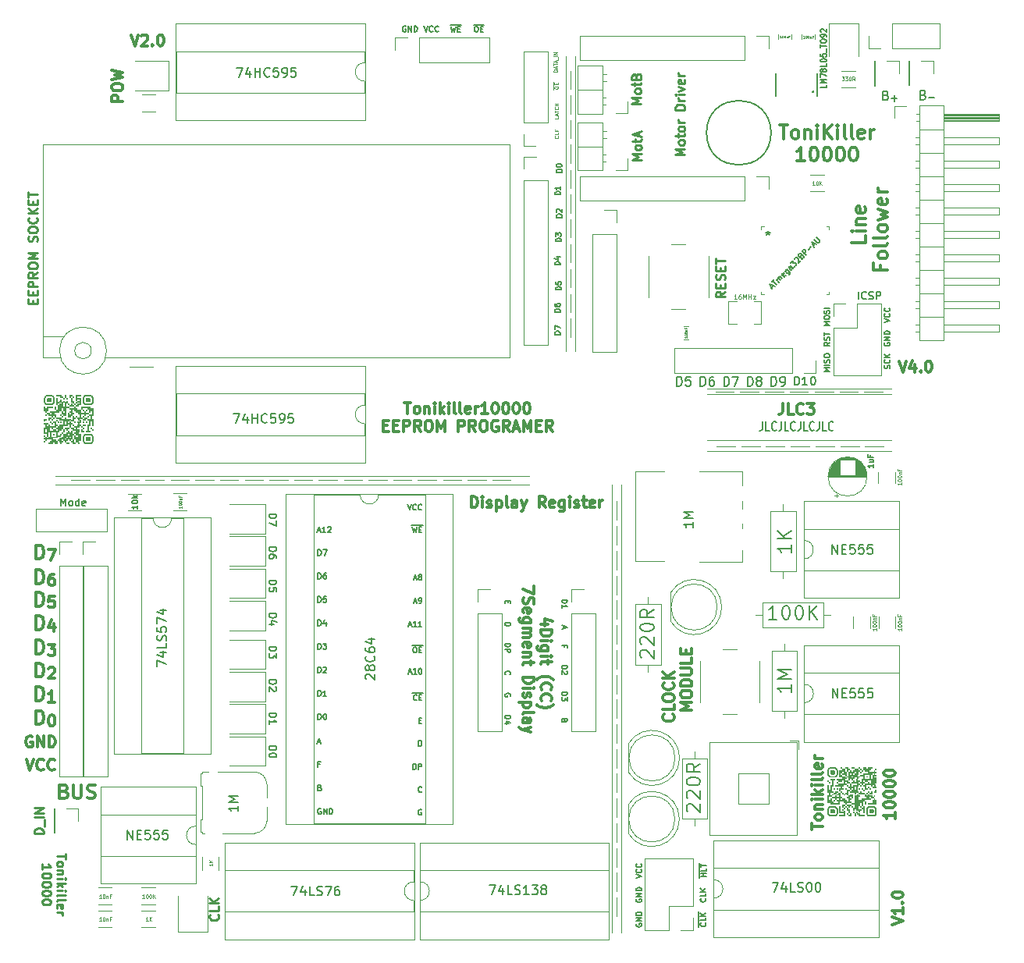
<source format=gbr>
%TF.GenerationSoftware,KiCad,Pcbnew,(6.0.5)*%
%TF.CreationDate,2023-08-07T17:40:20+03:00*%
%TF.ProjectId,JLC3,4a4c4333-2e6b-4696-9361-645f70636258,rev?*%
%TF.SameCoordinates,Original*%
%TF.FileFunction,Legend,Top*%
%TF.FilePolarity,Positive*%
%FSLAX46Y46*%
G04 Gerber Fmt 4.6, Leading zero omitted, Abs format (unit mm)*
G04 Created by KiCad (PCBNEW (6.0.5)) date 2023-08-07 17:40:20*
%MOMM*%
%LPD*%
G01*
G04 APERTURE LIST*
%ADD10C,0.100000*%
%ADD11C,0.300000*%
%ADD12C,0.150000*%
%ADD13C,0.250000*%
%ADD14C,0.200000*%
%ADD15C,0.210000*%
%ADD16C,0.375000*%
%ADD17C,0.075000*%
%ADD18C,0.125000*%
%ADD19C,0.062500*%
%ADD20C,0.120000*%
%ADD21C,0.254000*%
G04 APERTURE END LIST*
D10*
X139100000Y-70780000D02*
X137100000Y-70780000D01*
X131080000Y-70780000D02*
X129080000Y-70780000D01*
X147180000Y-70780000D02*
X145180000Y-70780000D01*
X141840000Y-70780000D02*
X139840000Y-70780000D01*
X136420000Y-70780000D02*
X134420000Y-70780000D01*
X133760000Y-70780000D02*
X131760000Y-70780000D01*
X144520000Y-70780000D02*
X142520000Y-70780000D01*
X139220000Y-76710000D02*
X137220000Y-76710000D01*
X131200000Y-76710000D02*
X129200000Y-76710000D01*
X147300000Y-76710000D02*
X145300000Y-76710000D01*
X141960000Y-76710000D02*
X139960000Y-76710000D01*
X136540000Y-76710000D02*
X134540000Y-76710000D01*
X133880000Y-76710000D02*
X131880000Y-76710000D01*
X144640000Y-76710000D02*
X142640000Y-76710000D01*
X148180000Y-70410000D02*
X128180000Y-70410000D01*
X148180000Y-77260000D02*
X128180000Y-77260000D01*
X148180000Y-76070000D02*
X128180000Y-76070000D01*
X128180000Y-71070000D02*
X148180000Y-71070000D01*
X118310000Y-117640000D02*
X118310000Y-119640000D01*
X118310000Y-122980000D02*
X118310000Y-124980000D01*
X118310000Y-125660000D02*
X118310000Y-127660000D01*
X118310000Y-112220000D02*
X118310000Y-114220000D01*
X118310000Y-109560000D02*
X118310000Y-111560000D01*
X118310000Y-114900000D02*
X118310000Y-116900000D01*
X118310000Y-120320000D02*
X118310000Y-122320000D01*
X118310000Y-88080000D02*
X118310000Y-90080000D01*
X118310000Y-101520000D02*
X118310000Y-103520000D01*
X118840000Y-129420000D02*
X118830000Y-80900000D01*
X118310000Y-96100000D02*
X118310000Y-98100000D01*
X118310000Y-106860000D02*
X118310000Y-108860000D01*
X118310000Y-85340000D02*
X118310000Y-87340000D01*
X118310000Y-90760000D02*
X118310000Y-92760000D01*
X118310000Y-98840000D02*
X118310000Y-100840000D01*
X118310000Y-93420000D02*
X118310000Y-95420000D01*
X118310000Y-82660000D02*
X118310000Y-84660000D01*
X117840000Y-129420000D02*
X117830000Y-80900000D01*
X118310000Y-104180000D02*
X118310000Y-106180000D01*
D11*
X124452571Y-105789999D02*
X124509714Y-105847141D01*
X124566857Y-106018570D01*
X124566857Y-106132856D01*
X124509714Y-106304284D01*
X124395428Y-106418570D01*
X124281142Y-106475713D01*
X124052571Y-106532856D01*
X123881142Y-106532856D01*
X123652571Y-106475713D01*
X123538285Y-106418570D01*
X123424000Y-106304284D01*
X123366857Y-106132856D01*
X123366857Y-106018570D01*
X123424000Y-105847141D01*
X123481142Y-105789999D01*
X124566857Y-104704284D02*
X124566857Y-105275713D01*
X123366857Y-105275713D01*
X123366857Y-104075713D02*
X123366857Y-103847141D01*
X123424000Y-103732856D01*
X123538285Y-103618570D01*
X123766857Y-103561427D01*
X124166857Y-103561427D01*
X124395428Y-103618570D01*
X124509714Y-103732856D01*
X124566857Y-103847141D01*
X124566857Y-104075713D01*
X124509714Y-104189999D01*
X124395428Y-104304284D01*
X124166857Y-104361427D01*
X123766857Y-104361427D01*
X123538285Y-104304284D01*
X123424000Y-104189999D01*
X123366857Y-104075713D01*
X124452571Y-102361427D02*
X124509714Y-102418570D01*
X124566857Y-102589999D01*
X124566857Y-102704284D01*
X124509714Y-102875713D01*
X124395428Y-102989999D01*
X124281142Y-103047141D01*
X124052571Y-103104284D01*
X123881142Y-103104284D01*
X123652571Y-103047141D01*
X123538285Y-102989999D01*
X123424000Y-102875713D01*
X123366857Y-102704284D01*
X123366857Y-102589999D01*
X123424000Y-102418570D01*
X123481142Y-102361427D01*
X124566857Y-101847141D02*
X123366857Y-101847141D01*
X124566857Y-101161427D02*
X123881142Y-101675713D01*
X123366857Y-101161427D02*
X124052571Y-101847141D01*
X126498857Y-105304284D02*
X125298857Y-105304284D01*
X126156000Y-104904284D01*
X125298857Y-104504284D01*
X126498857Y-104504284D01*
X125298857Y-103704284D02*
X125298857Y-103475713D01*
X125356000Y-103361427D01*
X125470285Y-103247141D01*
X125698857Y-103189999D01*
X126098857Y-103189999D01*
X126327428Y-103247141D01*
X126441714Y-103361427D01*
X126498857Y-103475713D01*
X126498857Y-103704284D01*
X126441714Y-103818570D01*
X126327428Y-103932856D01*
X126098857Y-103989999D01*
X125698857Y-103989999D01*
X125470285Y-103932856D01*
X125356000Y-103818570D01*
X125298857Y-103704284D01*
X126498857Y-102675713D02*
X125298857Y-102675713D01*
X125298857Y-102389999D01*
X125356000Y-102218570D01*
X125470285Y-102104284D01*
X125584571Y-102047141D01*
X125813142Y-101989999D01*
X125984571Y-101989999D01*
X126213142Y-102047141D01*
X126327428Y-102104284D01*
X126441714Y-102218570D01*
X126498857Y-102389999D01*
X126498857Y-102675713D01*
X125298857Y-101475713D02*
X126270285Y-101475713D01*
X126384571Y-101418570D01*
X126441714Y-101361427D01*
X126498857Y-101247141D01*
X126498857Y-101018570D01*
X126441714Y-100904284D01*
X126384571Y-100847141D01*
X126270285Y-100789999D01*
X125298857Y-100789999D01*
X126498857Y-99647141D02*
X126498857Y-100218570D01*
X125298857Y-100218570D01*
X125870285Y-99247141D02*
X125870285Y-98847141D01*
X126498857Y-98675713D02*
X126498857Y-99247141D01*
X125298857Y-99247141D01*
X125298857Y-98675713D01*
X148222857Y-128568570D02*
X149422857Y-128168570D01*
X148222857Y-127768570D01*
X149422857Y-126739999D02*
X149422857Y-127425713D01*
X149422857Y-127082856D02*
X148222857Y-127082856D01*
X148394285Y-127197141D01*
X148508571Y-127311427D01*
X148565714Y-127425713D01*
X149308571Y-126225713D02*
X149365714Y-126168570D01*
X149422857Y-126225713D01*
X149365714Y-126282856D01*
X149308571Y-126225713D01*
X149422857Y-126225713D01*
X148222857Y-125425713D02*
X148222857Y-125311427D01*
X148280000Y-125197141D01*
X148337142Y-125139999D01*
X148451428Y-125082856D01*
X148680000Y-125025713D01*
X148965714Y-125025713D01*
X149194285Y-125082856D01*
X149308571Y-125139999D01*
X149365714Y-125197141D01*
X149422857Y-125311427D01*
X149422857Y-125425713D01*
X149365714Y-125539999D01*
X149308571Y-125597141D01*
X149194285Y-125654284D01*
X148965714Y-125711427D01*
X148680000Y-125711427D01*
X148451428Y-125654284D01*
X148337142Y-125597141D01*
X148280000Y-125539999D01*
X148222857Y-125425713D01*
X148532857Y-116382856D02*
X148532857Y-117068570D01*
X148532857Y-116725713D02*
X147332857Y-116725713D01*
X147504285Y-116839999D01*
X147618571Y-116954284D01*
X147675714Y-117068570D01*
X147332857Y-115639999D02*
X147332857Y-115525713D01*
X147390000Y-115411427D01*
X147447142Y-115354284D01*
X147561428Y-115297141D01*
X147790000Y-115239999D01*
X148075714Y-115239999D01*
X148304285Y-115297141D01*
X148418571Y-115354284D01*
X148475714Y-115411427D01*
X148532857Y-115525713D01*
X148532857Y-115639999D01*
X148475714Y-115754284D01*
X148418571Y-115811427D01*
X148304285Y-115868570D01*
X148075714Y-115925713D01*
X147790000Y-115925713D01*
X147561428Y-115868570D01*
X147447142Y-115811427D01*
X147390000Y-115754284D01*
X147332857Y-115639999D01*
X147332857Y-114497141D02*
X147332857Y-114382856D01*
X147390000Y-114268570D01*
X147447142Y-114211427D01*
X147561428Y-114154284D01*
X147790000Y-114097141D01*
X148075714Y-114097141D01*
X148304285Y-114154284D01*
X148418571Y-114211427D01*
X148475714Y-114268570D01*
X148532857Y-114382856D01*
X148532857Y-114497141D01*
X148475714Y-114611427D01*
X148418571Y-114668570D01*
X148304285Y-114725713D01*
X148075714Y-114782856D01*
X147790000Y-114782856D01*
X147561428Y-114725713D01*
X147447142Y-114668570D01*
X147390000Y-114611427D01*
X147332857Y-114497141D01*
X147332857Y-113354284D02*
X147332857Y-113239999D01*
X147390000Y-113125713D01*
X147447142Y-113068570D01*
X147561428Y-113011427D01*
X147790000Y-112954284D01*
X148075714Y-112954284D01*
X148304285Y-113011427D01*
X148418571Y-113068570D01*
X148475714Y-113125713D01*
X148532857Y-113239999D01*
X148532857Y-113354284D01*
X148475714Y-113468570D01*
X148418571Y-113525713D01*
X148304285Y-113582856D01*
X148075714Y-113639999D01*
X147790000Y-113639999D01*
X147561428Y-113582856D01*
X147447142Y-113525713D01*
X147390000Y-113468570D01*
X147332857Y-113354284D01*
X147332857Y-112211427D02*
X147332857Y-112097141D01*
X147390000Y-111982856D01*
X147447142Y-111925713D01*
X147561428Y-111868570D01*
X147790000Y-111811427D01*
X148075714Y-111811427D01*
X148304285Y-111868570D01*
X148418571Y-111925713D01*
X148475714Y-111982856D01*
X148532857Y-112097141D01*
X148532857Y-112211427D01*
X148475714Y-112325713D01*
X148418571Y-112382856D01*
X148304285Y-112439999D01*
X148075714Y-112497141D01*
X147790000Y-112497141D01*
X147561428Y-112439999D01*
X147447142Y-112382856D01*
X147390000Y-112325713D01*
X147332857Y-112211427D01*
X139472857Y-118259999D02*
X139472857Y-117574284D01*
X140672857Y-117917141D02*
X139472857Y-117917141D01*
X140672857Y-117002856D02*
X140615714Y-117117141D01*
X140558571Y-117174284D01*
X140444285Y-117231427D01*
X140101428Y-117231427D01*
X139987142Y-117174284D01*
X139930000Y-117117141D01*
X139872857Y-117002856D01*
X139872857Y-116831427D01*
X139930000Y-116717141D01*
X139987142Y-116659999D01*
X140101428Y-116602856D01*
X140444285Y-116602856D01*
X140558571Y-116659999D01*
X140615714Y-116717141D01*
X140672857Y-116831427D01*
X140672857Y-117002856D01*
X139872857Y-116088570D02*
X140672857Y-116088570D01*
X139987142Y-116088570D02*
X139930000Y-116031427D01*
X139872857Y-115917141D01*
X139872857Y-115745713D01*
X139930000Y-115631427D01*
X140044285Y-115574284D01*
X140672857Y-115574284D01*
X140672857Y-115002856D02*
X139872857Y-115002856D01*
X139472857Y-115002856D02*
X139530000Y-115059999D01*
X139587142Y-115002856D01*
X139530000Y-114945713D01*
X139472857Y-115002856D01*
X139587142Y-115002856D01*
X140672857Y-114431427D02*
X139472857Y-114431427D01*
X140215714Y-114317141D02*
X140672857Y-113974284D01*
X139872857Y-113974284D02*
X140330000Y-114431427D01*
X140672857Y-113459999D02*
X139872857Y-113459999D01*
X139472857Y-113459999D02*
X139530000Y-113517141D01*
X139587142Y-113459999D01*
X139530000Y-113402856D01*
X139472857Y-113459999D01*
X139587142Y-113459999D01*
X140672857Y-112717141D02*
X140615714Y-112831427D01*
X140501428Y-112888570D01*
X139472857Y-112888570D01*
X140672857Y-112088570D02*
X140615714Y-112202856D01*
X140501428Y-112259999D01*
X139472857Y-112259999D01*
X140615714Y-111174284D02*
X140672857Y-111288570D01*
X140672857Y-111517141D01*
X140615714Y-111631427D01*
X140501428Y-111688570D01*
X140044285Y-111688570D01*
X139930000Y-111631427D01*
X139872857Y-111517141D01*
X139872857Y-111288570D01*
X139930000Y-111174284D01*
X140044285Y-111117141D01*
X140158571Y-111117141D01*
X140272857Y-111688570D01*
X140672857Y-110602856D02*
X139872857Y-110602856D01*
X140101428Y-110602856D02*
X139987142Y-110545713D01*
X139930000Y-110488570D01*
X139872857Y-110374284D01*
X139872857Y-110259999D01*
D12*
X120480000Y-128497141D02*
X120451428Y-128554284D01*
X120451428Y-128639999D01*
X120480000Y-128725713D01*
X120537142Y-128782856D01*
X120594285Y-128811427D01*
X120708571Y-128839999D01*
X120794285Y-128839999D01*
X120908571Y-128811427D01*
X120965714Y-128782856D01*
X121022857Y-128725713D01*
X121051428Y-128639999D01*
X121051428Y-128582856D01*
X121022857Y-128497141D01*
X120994285Y-128468570D01*
X120794285Y-128468570D01*
X120794285Y-128582856D01*
X121051428Y-128211427D02*
X120451428Y-128211427D01*
X121051428Y-127868570D01*
X120451428Y-127868570D01*
X121051428Y-127582856D02*
X120451428Y-127582856D01*
X120451428Y-127439999D01*
X120480000Y-127354284D01*
X120537142Y-127297141D01*
X120594285Y-127268570D01*
X120708571Y-127239999D01*
X120794285Y-127239999D01*
X120908571Y-127268570D01*
X120965714Y-127297141D01*
X121022857Y-127354284D01*
X121051428Y-127439999D01*
X121051428Y-127582856D01*
X127262000Y-128882856D02*
X127262000Y-128282856D01*
X127974285Y-128397141D02*
X128002857Y-128425713D01*
X128031428Y-128511427D01*
X128031428Y-128568570D01*
X128002857Y-128654284D01*
X127945714Y-128711427D01*
X127888571Y-128739999D01*
X127774285Y-128768570D01*
X127688571Y-128768570D01*
X127574285Y-128739999D01*
X127517142Y-128711427D01*
X127460000Y-128654284D01*
X127431428Y-128568570D01*
X127431428Y-128511427D01*
X127460000Y-128425713D01*
X127488571Y-128397141D01*
X127262000Y-128282856D02*
X127262000Y-127797141D01*
X128031428Y-127854284D02*
X128031428Y-128139999D01*
X127431428Y-128139999D01*
X127262000Y-127797141D02*
X127262000Y-127197141D01*
X128031428Y-127654284D02*
X127431428Y-127654284D01*
X128031428Y-127311427D02*
X127688571Y-127568570D01*
X127431428Y-127311427D02*
X127774285Y-127654284D01*
X127282000Y-123535713D02*
X127282000Y-122907141D01*
X128051428Y-123392856D02*
X127451428Y-123392856D01*
X127737142Y-123392856D02*
X127737142Y-123049999D01*
X128051428Y-123049999D02*
X127451428Y-123049999D01*
X127282000Y-122907141D02*
X127282000Y-122421427D01*
X128051428Y-122478570D02*
X128051428Y-122764284D01*
X127451428Y-122764284D01*
X127282000Y-122421427D02*
X127282000Y-121964284D01*
X127451428Y-122364284D02*
X127451428Y-122021427D01*
X128051428Y-122192856D02*
X127451428Y-122192856D01*
X127964285Y-125757141D02*
X127992857Y-125785713D01*
X128021428Y-125871427D01*
X128021428Y-125928570D01*
X127992857Y-126014284D01*
X127935714Y-126071427D01*
X127878571Y-126099999D01*
X127764285Y-126128570D01*
X127678571Y-126128570D01*
X127564285Y-126099999D01*
X127507142Y-126071427D01*
X127450000Y-126014284D01*
X127421428Y-125928570D01*
X127421428Y-125871427D01*
X127450000Y-125785713D01*
X127478571Y-125757141D01*
X128021428Y-125214284D02*
X128021428Y-125499999D01*
X127421428Y-125499999D01*
X128021428Y-125014284D02*
X127421428Y-125014284D01*
X128021428Y-124671427D02*
X127678571Y-124928570D01*
X127421428Y-124671427D02*
X127764285Y-125014284D01*
X120480000Y-125818570D02*
X120451428Y-125875713D01*
X120451428Y-125961428D01*
X120480000Y-126047142D01*
X120537142Y-126104285D01*
X120594285Y-126132856D01*
X120708571Y-126161428D01*
X120794285Y-126161428D01*
X120908571Y-126132856D01*
X120965714Y-126104285D01*
X121022857Y-126047142D01*
X121051428Y-125961428D01*
X121051428Y-125904285D01*
X121022857Y-125818570D01*
X120994285Y-125789999D01*
X120794285Y-125789999D01*
X120794285Y-125904285D01*
X121051428Y-125532856D02*
X120451428Y-125532856D01*
X121051428Y-125189999D01*
X120451428Y-125189999D01*
X121051428Y-124904285D02*
X120451428Y-124904285D01*
X120451428Y-124761428D01*
X120480000Y-124675713D01*
X120537142Y-124618570D01*
X120594285Y-124589999D01*
X120708571Y-124561428D01*
X120794285Y-124561428D01*
X120908571Y-124589999D01*
X120965714Y-124618570D01*
X121022857Y-124675713D01*
X121051428Y-124761428D01*
X121051428Y-124904285D01*
X120451428Y-123539999D02*
X121051428Y-123339999D01*
X120451428Y-123139999D01*
X120994285Y-122597141D02*
X121022857Y-122625713D01*
X121051428Y-122711427D01*
X121051428Y-122768570D01*
X121022857Y-122854284D01*
X120965714Y-122911427D01*
X120908571Y-122939999D01*
X120794285Y-122968570D01*
X120708571Y-122968570D01*
X120594285Y-122939999D01*
X120537142Y-122911427D01*
X120480000Y-122854284D01*
X120451428Y-122768570D01*
X120451428Y-122711427D01*
X120480000Y-122625713D01*
X120508571Y-122597141D01*
X120994285Y-121997141D02*
X121022857Y-122025713D01*
X121051428Y-122111427D01*
X121051428Y-122168570D01*
X121022857Y-122254284D01*
X120965714Y-122311427D01*
X120908571Y-122339999D01*
X120794285Y-122368570D01*
X120708571Y-122368570D01*
X120594285Y-122339999D01*
X120537142Y-122311427D01*
X120480000Y-122254284D01*
X120451428Y-122168570D01*
X120451428Y-122111427D01*
X120480000Y-122025713D01*
X120508571Y-121997141D01*
D10*
X69220000Y-80370000D02*
X67220000Y-80370000D01*
X61200000Y-80370000D02*
X59200000Y-80370000D01*
X77300000Y-80370000D02*
X75300000Y-80370000D01*
X71960000Y-80370000D02*
X69960000Y-80370000D01*
X66540000Y-80370000D02*
X64540000Y-80370000D01*
X63880000Y-80370000D02*
X61880000Y-80370000D01*
X74640000Y-80370000D02*
X72640000Y-80370000D01*
X104200000Y-80370000D02*
X102200000Y-80370000D01*
X96100000Y-80370000D02*
X94100000Y-80370000D01*
X101520000Y-80370000D02*
X99520000Y-80370000D01*
X98780000Y-80370000D02*
X96780000Y-80370000D01*
X57440000Y-79900000D02*
X108840000Y-79890000D01*
X88020000Y-80370000D02*
X86020000Y-80370000D01*
X57440000Y-80900000D02*
X108830000Y-80900000D01*
X82680000Y-80370000D02*
X80680000Y-80370000D01*
X106860000Y-80370000D02*
X104860000Y-80370000D01*
X85340000Y-80370000D02*
X83340000Y-80370000D01*
X93440000Y-80370000D02*
X91440000Y-80370000D01*
X90760000Y-80370000D02*
X88760000Y-80370000D01*
X80000000Y-80370000D02*
X78000000Y-80370000D01*
D13*
X58602619Y-120899166D02*
X58602619Y-121470595D01*
X57602619Y-121184880D02*
X58602619Y-121184880D01*
X57602619Y-121946785D02*
X57650238Y-121851547D01*
X57697857Y-121803928D01*
X57793095Y-121756309D01*
X58078809Y-121756309D01*
X58174047Y-121803928D01*
X58221666Y-121851547D01*
X58269285Y-121946785D01*
X58269285Y-122089642D01*
X58221666Y-122184880D01*
X58174047Y-122232500D01*
X58078809Y-122280119D01*
X57793095Y-122280119D01*
X57697857Y-122232500D01*
X57650238Y-122184880D01*
X57602619Y-122089642D01*
X57602619Y-121946785D01*
X58269285Y-122708690D02*
X57602619Y-122708690D01*
X58174047Y-122708690D02*
X58221666Y-122756309D01*
X58269285Y-122851547D01*
X58269285Y-122994404D01*
X58221666Y-123089642D01*
X58126428Y-123137261D01*
X57602619Y-123137261D01*
X57602619Y-123613452D02*
X58269285Y-123613452D01*
X58602619Y-123613452D02*
X58555000Y-123565833D01*
X58507380Y-123613452D01*
X58555000Y-123661071D01*
X58602619Y-123613452D01*
X58507380Y-123613452D01*
X57602619Y-124089642D02*
X58602619Y-124089642D01*
X57983571Y-124184880D02*
X57602619Y-124470595D01*
X58269285Y-124470595D02*
X57888333Y-124089642D01*
X57602619Y-124899166D02*
X58269285Y-124899166D01*
X58602619Y-124899166D02*
X58555000Y-124851547D01*
X58507380Y-124899166D01*
X58555000Y-124946785D01*
X58602619Y-124899166D01*
X58507380Y-124899166D01*
X57602619Y-125518214D02*
X57650238Y-125422976D01*
X57745476Y-125375357D01*
X58602619Y-125375357D01*
X57602619Y-126042023D02*
X57650238Y-125946785D01*
X57745476Y-125899166D01*
X58602619Y-125899166D01*
X57650238Y-126803928D02*
X57602619Y-126708690D01*
X57602619Y-126518214D01*
X57650238Y-126422976D01*
X57745476Y-126375357D01*
X58126428Y-126375357D01*
X58221666Y-126422976D01*
X58269285Y-126518214D01*
X58269285Y-126708690D01*
X58221666Y-126803928D01*
X58126428Y-126851547D01*
X58031190Y-126851547D01*
X57935952Y-126375357D01*
X57602619Y-127280119D02*
X58269285Y-127280119D01*
X58078809Y-127280119D02*
X58174047Y-127327738D01*
X58221666Y-127375357D01*
X58269285Y-127470595D01*
X58269285Y-127565833D01*
X55992619Y-122613452D02*
X55992619Y-122042023D01*
X55992619Y-122327738D02*
X56992619Y-122327738D01*
X56849761Y-122232500D01*
X56754523Y-122137261D01*
X56706904Y-122042023D01*
X56992619Y-123232500D02*
X56992619Y-123327738D01*
X56945000Y-123422976D01*
X56897380Y-123470595D01*
X56802142Y-123518214D01*
X56611666Y-123565833D01*
X56373571Y-123565833D01*
X56183095Y-123518214D01*
X56087857Y-123470595D01*
X56040238Y-123422976D01*
X55992619Y-123327738D01*
X55992619Y-123232500D01*
X56040238Y-123137261D01*
X56087857Y-123089642D01*
X56183095Y-123042023D01*
X56373571Y-122994404D01*
X56611666Y-122994404D01*
X56802142Y-123042023D01*
X56897380Y-123089642D01*
X56945000Y-123137261D01*
X56992619Y-123232500D01*
X56992619Y-124184880D02*
X56992619Y-124280119D01*
X56945000Y-124375357D01*
X56897380Y-124422976D01*
X56802142Y-124470595D01*
X56611666Y-124518214D01*
X56373571Y-124518214D01*
X56183095Y-124470595D01*
X56087857Y-124422976D01*
X56040238Y-124375357D01*
X55992619Y-124280119D01*
X55992619Y-124184880D01*
X56040238Y-124089642D01*
X56087857Y-124042023D01*
X56183095Y-123994404D01*
X56373571Y-123946785D01*
X56611666Y-123946785D01*
X56802142Y-123994404D01*
X56897380Y-124042023D01*
X56945000Y-124089642D01*
X56992619Y-124184880D01*
X56992619Y-125137261D02*
X56992619Y-125232500D01*
X56945000Y-125327738D01*
X56897380Y-125375357D01*
X56802142Y-125422976D01*
X56611666Y-125470595D01*
X56373571Y-125470595D01*
X56183095Y-125422976D01*
X56087857Y-125375357D01*
X56040238Y-125327738D01*
X55992619Y-125232500D01*
X55992619Y-125137261D01*
X56040238Y-125042023D01*
X56087857Y-124994404D01*
X56183095Y-124946785D01*
X56373571Y-124899166D01*
X56611666Y-124899166D01*
X56802142Y-124946785D01*
X56897380Y-124994404D01*
X56945000Y-125042023D01*
X56992619Y-125137261D01*
X56992619Y-126089642D02*
X56992619Y-126184880D01*
X56945000Y-126280119D01*
X56897380Y-126327738D01*
X56802142Y-126375357D01*
X56611666Y-126422976D01*
X56373571Y-126422976D01*
X56183095Y-126375357D01*
X56087857Y-126327738D01*
X56040238Y-126280119D01*
X55992619Y-126184880D01*
X55992619Y-126089642D01*
X56040238Y-125994404D01*
X56087857Y-125946785D01*
X56183095Y-125899166D01*
X56373571Y-125851547D01*
X56611666Y-125851547D01*
X56802142Y-125899166D01*
X56897380Y-125946785D01*
X56945000Y-125994404D01*
X56992619Y-126089642D01*
D10*
X113340000Y-62160000D02*
X113340000Y-60160000D01*
X113340000Y-64820000D02*
X113340000Y-62820000D01*
X113340000Y-59480000D02*
X113340000Y-57480000D01*
X113340000Y-56740000D02*
X113340000Y-54740000D01*
X113340000Y-51400000D02*
X113340000Y-49400000D01*
X113340000Y-54060000D02*
X113340000Y-52060000D01*
X113340000Y-48720000D02*
X113340000Y-46720000D01*
X113340000Y-45980000D02*
X113340000Y-43980000D01*
X113340000Y-43300000D02*
X113340000Y-41300000D01*
X113340000Y-40640000D02*
X113340000Y-38640000D01*
X113340000Y-37960000D02*
X113340000Y-35960000D01*
X113840000Y-34400000D02*
X113840000Y-66420000D01*
X112840000Y-34400000D02*
X112840000Y-66410000D01*
D11*
X136384285Y-72052857D02*
X136384285Y-72910000D01*
X136327142Y-73081428D01*
X136212857Y-73195714D01*
X136041428Y-73252857D01*
X135927142Y-73252857D01*
X137527142Y-73252857D02*
X136955714Y-73252857D01*
X136955714Y-72052857D01*
X138612857Y-73138571D02*
X138555714Y-73195714D01*
X138384285Y-73252857D01*
X138270000Y-73252857D01*
X138098571Y-73195714D01*
X137984285Y-73081428D01*
X137927142Y-72967142D01*
X137870000Y-72738571D01*
X137870000Y-72567142D01*
X137927142Y-72338571D01*
X137984285Y-72224285D01*
X138098571Y-72110000D01*
X138270000Y-72052857D01*
X138384285Y-72052857D01*
X138555714Y-72110000D01*
X138612857Y-72167142D01*
X139012857Y-72052857D02*
X139755714Y-72052857D01*
X139355714Y-72510000D01*
X139527142Y-72510000D01*
X139641428Y-72567142D01*
X139698571Y-72624285D01*
X139755714Y-72738571D01*
X139755714Y-73024285D01*
X139698571Y-73138571D01*
X139641428Y-73195714D01*
X139527142Y-73252857D01*
X139184285Y-73252857D01*
X139070000Y-73195714D01*
X139012857Y-73138571D01*
D14*
X134169523Y-74012380D02*
X134169523Y-74726666D01*
X134131428Y-74869523D01*
X134055238Y-74964761D01*
X133940952Y-75012380D01*
X133864761Y-75012380D01*
X134931428Y-75012380D02*
X134550476Y-75012380D01*
X134550476Y-74012380D01*
X135655238Y-74917142D02*
X135617142Y-74964761D01*
X135502857Y-75012380D01*
X135426666Y-75012380D01*
X135312380Y-74964761D01*
X135236190Y-74869523D01*
X135198095Y-74774285D01*
X135160000Y-74583809D01*
X135160000Y-74440952D01*
X135198095Y-74250476D01*
X135236190Y-74155238D01*
X135312380Y-74060000D01*
X135426666Y-74012380D01*
X135502857Y-74012380D01*
X135617142Y-74060000D01*
X135655238Y-74107619D01*
X136226666Y-74012380D02*
X136226666Y-74726666D01*
X136188571Y-74869523D01*
X136112380Y-74964761D01*
X135998095Y-75012380D01*
X135921904Y-75012380D01*
X136988571Y-75012380D02*
X136607619Y-75012380D01*
X136607619Y-74012380D01*
X137712380Y-74917142D02*
X137674285Y-74964761D01*
X137560000Y-75012380D01*
X137483809Y-75012380D01*
X137369523Y-74964761D01*
X137293333Y-74869523D01*
X137255238Y-74774285D01*
X137217142Y-74583809D01*
X137217142Y-74440952D01*
X137255238Y-74250476D01*
X137293333Y-74155238D01*
X137369523Y-74060000D01*
X137483809Y-74012380D01*
X137560000Y-74012380D01*
X137674285Y-74060000D01*
X137712380Y-74107619D01*
X138283809Y-74012380D02*
X138283809Y-74726666D01*
X138245714Y-74869523D01*
X138169523Y-74964761D01*
X138055238Y-75012380D01*
X137979047Y-75012380D01*
X139045714Y-75012380D02*
X138664761Y-75012380D01*
X138664761Y-74012380D01*
X139769523Y-74917142D02*
X139731428Y-74964761D01*
X139617142Y-75012380D01*
X139540952Y-75012380D01*
X139426666Y-74964761D01*
X139350476Y-74869523D01*
X139312380Y-74774285D01*
X139274285Y-74583809D01*
X139274285Y-74440952D01*
X139312380Y-74250476D01*
X139350476Y-74155238D01*
X139426666Y-74060000D01*
X139540952Y-74012380D01*
X139617142Y-74012380D01*
X139731428Y-74060000D01*
X139769523Y-74107619D01*
X140340952Y-74012380D02*
X140340952Y-74726666D01*
X140302857Y-74869523D01*
X140226666Y-74964761D01*
X140112380Y-75012380D01*
X140036190Y-75012380D01*
X141102857Y-75012380D02*
X140721904Y-75012380D01*
X140721904Y-74012380D01*
X141826666Y-74917142D02*
X141788571Y-74964761D01*
X141674285Y-75012380D01*
X141598095Y-75012380D01*
X141483809Y-74964761D01*
X141407619Y-74869523D01*
X141369523Y-74774285D01*
X141331428Y-74583809D01*
X141331428Y-74440952D01*
X141369523Y-74250476D01*
X141407619Y-74155238D01*
X141483809Y-74060000D01*
X141598095Y-74012380D01*
X141674285Y-74012380D01*
X141788571Y-74060000D01*
X141826666Y-74107619D01*
D11*
X64782857Y-39268571D02*
X63582857Y-39268571D01*
X63582857Y-38811428D01*
X63640000Y-38697142D01*
X63697142Y-38640000D01*
X63811428Y-38582857D01*
X63982857Y-38582857D01*
X64097142Y-38640000D01*
X64154285Y-38697142D01*
X64211428Y-38811428D01*
X64211428Y-39268571D01*
X63582857Y-37840000D02*
X63582857Y-37611428D01*
X63640000Y-37497142D01*
X63754285Y-37382857D01*
X63982857Y-37325714D01*
X64382857Y-37325714D01*
X64611428Y-37382857D01*
X64725714Y-37497142D01*
X64782857Y-37611428D01*
X64782857Y-37840000D01*
X64725714Y-37954285D01*
X64611428Y-38068571D01*
X64382857Y-38125714D01*
X63982857Y-38125714D01*
X63754285Y-38068571D01*
X63640000Y-37954285D01*
X63582857Y-37840000D01*
X63582857Y-36925714D02*
X64782857Y-36640000D01*
X63925714Y-36411428D01*
X64782857Y-36182857D01*
X63582857Y-35897142D01*
X65661428Y-32052857D02*
X66061428Y-33252857D01*
X66461428Y-32052857D01*
X66804285Y-32167142D02*
X66861428Y-32110000D01*
X66975714Y-32052857D01*
X67261428Y-32052857D01*
X67375714Y-32110000D01*
X67432857Y-32167142D01*
X67490000Y-32281428D01*
X67490000Y-32395714D01*
X67432857Y-32567142D01*
X66747142Y-33252857D01*
X67490000Y-33252857D01*
X68004285Y-33138571D02*
X68061428Y-33195714D01*
X68004285Y-33252857D01*
X67947142Y-33195714D01*
X68004285Y-33138571D01*
X68004285Y-33252857D01*
X68804285Y-32052857D02*
X68918571Y-32052857D01*
X69032857Y-32110000D01*
X69090000Y-32167142D01*
X69147142Y-32281428D01*
X69204285Y-32510000D01*
X69204285Y-32795714D01*
X69147142Y-33024285D01*
X69090000Y-33138571D01*
X69032857Y-33195714D01*
X68918571Y-33252857D01*
X68804285Y-33252857D01*
X68690000Y-33195714D01*
X68632857Y-33138571D01*
X68575714Y-33024285D01*
X68518571Y-32795714D01*
X68518571Y-32510000D01*
X68575714Y-32281428D01*
X68632857Y-32167142D01*
X68690000Y-32110000D01*
X68804285Y-32052857D01*
X95342857Y-71956857D02*
X96028571Y-71956857D01*
X95685714Y-73156857D02*
X95685714Y-71956857D01*
X96600000Y-73156857D02*
X96485714Y-73099714D01*
X96428571Y-73042571D01*
X96371428Y-72928285D01*
X96371428Y-72585428D01*
X96428571Y-72471142D01*
X96485714Y-72414000D01*
X96600000Y-72356857D01*
X96771428Y-72356857D01*
X96885714Y-72414000D01*
X96942857Y-72471142D01*
X97000000Y-72585428D01*
X97000000Y-72928285D01*
X96942857Y-73042571D01*
X96885714Y-73099714D01*
X96771428Y-73156857D01*
X96600000Y-73156857D01*
X97514285Y-72356857D02*
X97514285Y-73156857D01*
X97514285Y-72471142D02*
X97571428Y-72414000D01*
X97685714Y-72356857D01*
X97857142Y-72356857D01*
X97971428Y-72414000D01*
X98028571Y-72528285D01*
X98028571Y-73156857D01*
X98600000Y-73156857D02*
X98600000Y-72356857D01*
X98600000Y-71956857D02*
X98542857Y-72014000D01*
X98600000Y-72071142D01*
X98657142Y-72014000D01*
X98600000Y-71956857D01*
X98600000Y-72071142D01*
X99171428Y-73156857D02*
X99171428Y-71956857D01*
X99285714Y-72699714D02*
X99628571Y-73156857D01*
X99628571Y-72356857D02*
X99171428Y-72814000D01*
X100142857Y-73156857D02*
X100142857Y-72356857D01*
X100142857Y-71956857D02*
X100085714Y-72014000D01*
X100142857Y-72071142D01*
X100200000Y-72014000D01*
X100142857Y-71956857D01*
X100142857Y-72071142D01*
X100885714Y-73156857D02*
X100771428Y-73099714D01*
X100714285Y-72985428D01*
X100714285Y-71956857D01*
X101514285Y-73156857D02*
X101400000Y-73099714D01*
X101342857Y-72985428D01*
X101342857Y-71956857D01*
X102428571Y-73099714D02*
X102314285Y-73156857D01*
X102085714Y-73156857D01*
X101971428Y-73099714D01*
X101914285Y-72985428D01*
X101914285Y-72528285D01*
X101971428Y-72414000D01*
X102085714Y-72356857D01*
X102314285Y-72356857D01*
X102428571Y-72414000D01*
X102485714Y-72528285D01*
X102485714Y-72642571D01*
X101914285Y-72756857D01*
X103000000Y-73156857D02*
X103000000Y-72356857D01*
X103000000Y-72585428D02*
X103057142Y-72471142D01*
X103114285Y-72414000D01*
X103228571Y-72356857D01*
X103342857Y-72356857D01*
X104371428Y-73156857D02*
X103685714Y-73156857D01*
X104028571Y-73156857D02*
X104028571Y-71956857D01*
X103914285Y-72128285D01*
X103800000Y-72242571D01*
X103685714Y-72299714D01*
X105114285Y-71956857D02*
X105228571Y-71956857D01*
X105342857Y-72014000D01*
X105400000Y-72071142D01*
X105457142Y-72185428D01*
X105514285Y-72414000D01*
X105514285Y-72699714D01*
X105457142Y-72928285D01*
X105400000Y-73042571D01*
X105342857Y-73099714D01*
X105228571Y-73156857D01*
X105114285Y-73156857D01*
X105000000Y-73099714D01*
X104942857Y-73042571D01*
X104885714Y-72928285D01*
X104828571Y-72699714D01*
X104828571Y-72414000D01*
X104885714Y-72185428D01*
X104942857Y-72071142D01*
X105000000Y-72014000D01*
X105114285Y-71956857D01*
X106257142Y-71956857D02*
X106371428Y-71956857D01*
X106485714Y-72014000D01*
X106542857Y-72071142D01*
X106600000Y-72185428D01*
X106657142Y-72414000D01*
X106657142Y-72699714D01*
X106600000Y-72928285D01*
X106542857Y-73042571D01*
X106485714Y-73099714D01*
X106371428Y-73156857D01*
X106257142Y-73156857D01*
X106142857Y-73099714D01*
X106085714Y-73042571D01*
X106028571Y-72928285D01*
X105971428Y-72699714D01*
X105971428Y-72414000D01*
X106028571Y-72185428D01*
X106085714Y-72071142D01*
X106142857Y-72014000D01*
X106257142Y-71956857D01*
X107400000Y-71956857D02*
X107514285Y-71956857D01*
X107628571Y-72014000D01*
X107685714Y-72071142D01*
X107742857Y-72185428D01*
X107800000Y-72414000D01*
X107800000Y-72699714D01*
X107742857Y-72928285D01*
X107685714Y-73042571D01*
X107628571Y-73099714D01*
X107514285Y-73156857D01*
X107400000Y-73156857D01*
X107285714Y-73099714D01*
X107228571Y-73042571D01*
X107171428Y-72928285D01*
X107114285Y-72699714D01*
X107114285Y-72414000D01*
X107171428Y-72185428D01*
X107228571Y-72071142D01*
X107285714Y-72014000D01*
X107400000Y-71956857D01*
X108542857Y-71956857D02*
X108657142Y-71956857D01*
X108771428Y-72014000D01*
X108828571Y-72071142D01*
X108885714Y-72185428D01*
X108942857Y-72414000D01*
X108942857Y-72699714D01*
X108885714Y-72928285D01*
X108828571Y-73042571D01*
X108771428Y-73099714D01*
X108657142Y-73156857D01*
X108542857Y-73156857D01*
X108428571Y-73099714D01*
X108371428Y-73042571D01*
X108314285Y-72928285D01*
X108257142Y-72699714D01*
X108257142Y-72414000D01*
X108314285Y-72185428D01*
X108371428Y-72071142D01*
X108428571Y-72014000D01*
X108542857Y-71956857D01*
X93057142Y-74460285D02*
X93457142Y-74460285D01*
X93628571Y-75088857D02*
X93057142Y-75088857D01*
X93057142Y-73888857D01*
X93628571Y-73888857D01*
X94142857Y-74460285D02*
X94542857Y-74460285D01*
X94714285Y-75088857D02*
X94142857Y-75088857D01*
X94142857Y-73888857D01*
X94714285Y-73888857D01*
X95228571Y-75088857D02*
X95228571Y-73888857D01*
X95685714Y-73888857D01*
X95800000Y-73946000D01*
X95857142Y-74003142D01*
X95914285Y-74117428D01*
X95914285Y-74288857D01*
X95857142Y-74403142D01*
X95800000Y-74460285D01*
X95685714Y-74517428D01*
X95228571Y-74517428D01*
X97114285Y-75088857D02*
X96714285Y-74517428D01*
X96428571Y-75088857D02*
X96428571Y-73888857D01*
X96885714Y-73888857D01*
X97000000Y-73946000D01*
X97057142Y-74003142D01*
X97114285Y-74117428D01*
X97114285Y-74288857D01*
X97057142Y-74403142D01*
X97000000Y-74460285D01*
X96885714Y-74517428D01*
X96428571Y-74517428D01*
X97857142Y-73888857D02*
X98085714Y-73888857D01*
X98200000Y-73946000D01*
X98314285Y-74060285D01*
X98371428Y-74288857D01*
X98371428Y-74688857D01*
X98314285Y-74917428D01*
X98200000Y-75031714D01*
X98085714Y-75088857D01*
X97857142Y-75088857D01*
X97742857Y-75031714D01*
X97628571Y-74917428D01*
X97571428Y-74688857D01*
X97571428Y-74288857D01*
X97628571Y-74060285D01*
X97742857Y-73946000D01*
X97857142Y-73888857D01*
X98885714Y-75088857D02*
X98885714Y-73888857D01*
X99285714Y-74746000D01*
X99685714Y-73888857D01*
X99685714Y-75088857D01*
X101171428Y-75088857D02*
X101171428Y-73888857D01*
X101628571Y-73888857D01*
X101742857Y-73946000D01*
X101800000Y-74003142D01*
X101857142Y-74117428D01*
X101857142Y-74288857D01*
X101800000Y-74403142D01*
X101742857Y-74460285D01*
X101628571Y-74517428D01*
X101171428Y-74517428D01*
X103057142Y-75088857D02*
X102657142Y-74517428D01*
X102371428Y-75088857D02*
X102371428Y-73888857D01*
X102828571Y-73888857D01*
X102942857Y-73946000D01*
X103000000Y-74003142D01*
X103057142Y-74117428D01*
X103057142Y-74288857D01*
X103000000Y-74403142D01*
X102942857Y-74460285D01*
X102828571Y-74517428D01*
X102371428Y-74517428D01*
X103800000Y-73888857D02*
X104028571Y-73888857D01*
X104142857Y-73946000D01*
X104257142Y-74060285D01*
X104314285Y-74288857D01*
X104314285Y-74688857D01*
X104257142Y-74917428D01*
X104142857Y-75031714D01*
X104028571Y-75088857D01*
X103800000Y-75088857D01*
X103685714Y-75031714D01*
X103571428Y-74917428D01*
X103514285Y-74688857D01*
X103514285Y-74288857D01*
X103571428Y-74060285D01*
X103685714Y-73946000D01*
X103800000Y-73888857D01*
X105457142Y-73946000D02*
X105342857Y-73888857D01*
X105171428Y-73888857D01*
X105000000Y-73946000D01*
X104885714Y-74060285D01*
X104828571Y-74174571D01*
X104771428Y-74403142D01*
X104771428Y-74574571D01*
X104828571Y-74803142D01*
X104885714Y-74917428D01*
X105000000Y-75031714D01*
X105171428Y-75088857D01*
X105285714Y-75088857D01*
X105457142Y-75031714D01*
X105514285Y-74974571D01*
X105514285Y-74574571D01*
X105285714Y-74574571D01*
X106714285Y-75088857D02*
X106314285Y-74517428D01*
X106028571Y-75088857D02*
X106028571Y-73888857D01*
X106485714Y-73888857D01*
X106600000Y-73946000D01*
X106657142Y-74003142D01*
X106714285Y-74117428D01*
X106714285Y-74288857D01*
X106657142Y-74403142D01*
X106600000Y-74460285D01*
X106485714Y-74517428D01*
X106028571Y-74517428D01*
X107171428Y-74746000D02*
X107742857Y-74746000D01*
X107057142Y-75088857D02*
X107457142Y-73888857D01*
X107857142Y-75088857D01*
X108257142Y-75088857D02*
X108257142Y-73888857D01*
X108657142Y-74746000D01*
X109057142Y-73888857D01*
X109057142Y-75088857D01*
X109628571Y-74460285D02*
X110028571Y-74460285D01*
X110200000Y-75088857D02*
X109628571Y-75088857D01*
X109628571Y-73888857D01*
X110200000Y-73888857D01*
X111400000Y-75088857D02*
X111000000Y-74517428D01*
X110714285Y-75088857D02*
X110714285Y-73888857D01*
X111171428Y-73888857D01*
X111285714Y-73946000D01*
X111342857Y-74003142D01*
X111400000Y-74117428D01*
X111400000Y-74288857D01*
X111342857Y-74403142D01*
X111285714Y-74460285D01*
X111171428Y-74517428D01*
X110714285Y-74517428D01*
D14*
X135092893Y-42682893D02*
G75*
G03*
X135092893Y-42682893I-3500000J0D01*
G01*
D12*
X151609083Y-38571464D02*
X151751940Y-38619083D01*
X151799559Y-38666702D01*
X151847178Y-38761940D01*
X151847178Y-38904797D01*
X151799559Y-39000035D01*
X151751940Y-39047654D01*
X151656702Y-39095273D01*
X151275750Y-39095273D01*
X151275750Y-38095273D01*
X151609083Y-38095273D01*
X151704321Y-38142893D01*
X151751940Y-38190512D01*
X151799559Y-38285750D01*
X151799559Y-38380988D01*
X151751940Y-38476226D01*
X151704321Y-38523845D01*
X151609083Y-38571464D01*
X151275750Y-38571464D01*
X152228131Y-38900035D02*
X152837654Y-38900035D01*
D14*
X130000415Y-70158273D02*
X130000415Y-69158273D01*
X130238511Y-69158273D01*
X130381368Y-69205893D01*
X130476606Y-69301131D01*
X130524225Y-69396369D01*
X130571844Y-69586845D01*
X130571844Y-69729702D01*
X130524225Y-69920178D01*
X130476606Y-70015416D01*
X130381368Y-70110654D01*
X130238511Y-70158273D01*
X130000415Y-70158273D01*
X130905177Y-69158273D02*
X131571844Y-69158273D01*
X131143272Y-70158273D01*
D15*
X137670035Y-70040035D02*
X137670035Y-69140035D01*
X137884321Y-69140035D01*
X138012893Y-69182893D01*
X138098607Y-69268607D01*
X138141464Y-69354321D01*
X138184321Y-69525750D01*
X138184321Y-69654321D01*
X138141464Y-69825750D01*
X138098607Y-69911464D01*
X138012893Y-69997178D01*
X137884321Y-70040035D01*
X137670035Y-70040035D01*
X139041464Y-70040035D02*
X138527178Y-70040035D01*
X138784321Y-70040035D02*
X138784321Y-69140035D01*
X138698607Y-69268607D01*
X138612893Y-69354321D01*
X138527178Y-69397178D01*
X139598607Y-69140035D02*
X139684321Y-69140035D01*
X139770035Y-69182893D01*
X139812893Y-69225750D01*
X139855750Y-69311464D01*
X139898607Y-69482893D01*
X139898607Y-69697178D01*
X139855750Y-69868607D01*
X139812893Y-69954321D01*
X139770035Y-69997178D01*
X139684321Y-70040035D01*
X139598607Y-70040035D01*
X139512893Y-69997178D01*
X139470035Y-69954321D01*
X139427178Y-69868607D01*
X139384321Y-69697178D01*
X139384321Y-69482893D01*
X139427178Y-69311464D01*
X139470035Y-69225750D01*
X139512893Y-69182893D01*
X139598607Y-69140035D01*
D12*
X147384321Y-63242893D02*
X147984321Y-63042893D01*
X147384321Y-62842893D01*
X147927178Y-62300035D02*
X147955750Y-62328607D01*
X147984321Y-62414321D01*
X147984321Y-62471464D01*
X147955750Y-62557178D01*
X147898607Y-62614321D01*
X147841464Y-62642893D01*
X147727178Y-62671464D01*
X147641464Y-62671464D01*
X147527178Y-62642893D01*
X147470035Y-62614321D01*
X147412893Y-62557178D01*
X147384321Y-62471464D01*
X147384321Y-62414321D01*
X147412893Y-62328607D01*
X147441464Y-62300035D01*
X147927178Y-61700035D02*
X147955750Y-61728607D01*
X147984321Y-61814321D01*
X147984321Y-61871464D01*
X147955750Y-61957178D01*
X147898607Y-62014321D01*
X147841464Y-62042893D01*
X147727178Y-62071464D01*
X147641464Y-62071464D01*
X147527178Y-62042893D01*
X147470035Y-62014321D01*
X147412893Y-61957178D01*
X147384321Y-61871464D01*
X147384321Y-61814321D01*
X147412893Y-61728607D01*
X147441464Y-61700035D01*
D14*
X124874797Y-70158273D02*
X124874797Y-69158273D01*
X125112893Y-69158273D01*
X125255750Y-69205893D01*
X125350988Y-69301131D01*
X125398607Y-69396369D01*
X125446226Y-69586845D01*
X125446226Y-69729702D01*
X125398607Y-69920178D01*
X125350988Y-70015416D01*
X125255750Y-70110654D01*
X125112893Y-70158273D01*
X124874797Y-70158273D01*
X126350988Y-69158273D02*
X125874797Y-69158273D01*
X125827178Y-69634464D01*
X125874797Y-69586845D01*
X125970035Y-69539226D01*
X126208131Y-69539226D01*
X126303369Y-69586845D01*
X126350988Y-69634464D01*
X126398607Y-69729702D01*
X126398607Y-69967797D01*
X126350988Y-70063035D01*
X126303369Y-70110654D01*
X126208131Y-70158273D01*
X125970035Y-70158273D01*
X125874797Y-70110654D01*
X125827178Y-70063035D01*
D12*
X141454321Y-68575750D02*
X140854321Y-68575750D01*
X141282893Y-68375750D01*
X140854321Y-68175750D01*
X141454321Y-68175750D01*
X141454321Y-67890035D02*
X140854321Y-67890035D01*
X141425750Y-67632893D02*
X141454321Y-67547178D01*
X141454321Y-67404321D01*
X141425750Y-67347178D01*
X141397178Y-67318607D01*
X141340035Y-67290035D01*
X141282893Y-67290035D01*
X141225750Y-67318607D01*
X141197178Y-67347178D01*
X141168607Y-67404321D01*
X141140035Y-67518607D01*
X141111464Y-67575750D01*
X141082893Y-67604321D01*
X141025750Y-67632893D01*
X140968607Y-67632893D01*
X140911464Y-67604321D01*
X140882893Y-67575750D01*
X140854321Y-67518607D01*
X140854321Y-67375750D01*
X140882893Y-67290035D01*
X140854321Y-66918607D02*
X140854321Y-66804321D01*
X140882893Y-66747178D01*
X140940035Y-66690035D01*
X141054321Y-66661464D01*
X141254321Y-66661464D01*
X141368607Y-66690035D01*
X141425750Y-66747178D01*
X141454321Y-66804321D01*
X141454321Y-66918607D01*
X141425750Y-66975750D01*
X141368607Y-67032893D01*
X141254321Y-67061464D01*
X141054321Y-67061464D01*
X140940035Y-67032893D01*
X140882893Y-66975750D01*
X140854321Y-66918607D01*
D16*
X136036436Y-41829363D02*
X136893579Y-41829363D01*
X136465008Y-43329363D02*
X136465008Y-41829363D01*
X137607865Y-43329363D02*
X137465008Y-43257934D01*
X137393579Y-43186506D01*
X137322151Y-43043649D01*
X137322151Y-42615077D01*
X137393579Y-42472220D01*
X137465008Y-42400792D01*
X137607865Y-42329363D01*
X137822151Y-42329363D01*
X137965008Y-42400792D01*
X138036436Y-42472220D01*
X138107865Y-42615077D01*
X138107865Y-43043649D01*
X138036436Y-43186506D01*
X137965008Y-43257934D01*
X137822151Y-43329363D01*
X137607865Y-43329363D01*
X138750722Y-42329363D02*
X138750722Y-43329363D01*
X138750722Y-42472220D02*
X138822151Y-42400792D01*
X138965008Y-42329363D01*
X139179294Y-42329363D01*
X139322151Y-42400792D01*
X139393579Y-42543649D01*
X139393579Y-43329363D01*
X140107865Y-43329363D02*
X140107865Y-42329363D01*
X140107865Y-41829363D02*
X140036436Y-41900792D01*
X140107865Y-41972220D01*
X140179294Y-41900792D01*
X140107865Y-41829363D01*
X140107865Y-41972220D01*
X140822151Y-43329363D02*
X140822151Y-41829363D01*
X141679294Y-43329363D02*
X141036436Y-42472220D01*
X141679294Y-41829363D02*
X140822151Y-42686506D01*
X142322151Y-43329363D02*
X142322151Y-42329363D01*
X142322151Y-41829363D02*
X142250722Y-41900792D01*
X142322151Y-41972220D01*
X142393579Y-41900792D01*
X142322151Y-41829363D01*
X142322151Y-41972220D01*
X143250722Y-43329363D02*
X143107865Y-43257934D01*
X143036436Y-43115077D01*
X143036436Y-41829363D01*
X144036436Y-43329363D02*
X143893579Y-43257934D01*
X143822151Y-43115077D01*
X143822151Y-41829363D01*
X145179294Y-43257934D02*
X145036436Y-43329363D01*
X144750722Y-43329363D01*
X144607865Y-43257934D01*
X144536436Y-43115077D01*
X144536436Y-42543649D01*
X144607865Y-42400792D01*
X144750722Y-42329363D01*
X145036436Y-42329363D01*
X145179294Y-42400792D01*
X145250722Y-42543649D01*
X145250722Y-42686506D01*
X144536436Y-42829363D01*
X145893579Y-43329363D02*
X145893579Y-42329363D01*
X145893579Y-42615077D02*
X145965008Y-42472220D01*
X146036436Y-42400792D01*
X146179294Y-42329363D01*
X146322151Y-42329363D01*
X138750722Y-45744363D02*
X137893579Y-45744363D01*
X138322151Y-45744363D02*
X138322151Y-44244363D01*
X138179294Y-44458649D01*
X138036436Y-44601506D01*
X137893579Y-44672934D01*
X139679294Y-44244363D02*
X139822151Y-44244363D01*
X139965008Y-44315792D01*
X140036436Y-44387220D01*
X140107865Y-44530077D01*
X140179294Y-44815792D01*
X140179294Y-45172934D01*
X140107865Y-45458649D01*
X140036436Y-45601506D01*
X139965008Y-45672934D01*
X139822151Y-45744363D01*
X139679294Y-45744363D01*
X139536436Y-45672934D01*
X139465008Y-45601506D01*
X139393579Y-45458649D01*
X139322151Y-45172934D01*
X139322151Y-44815792D01*
X139393579Y-44530077D01*
X139465008Y-44387220D01*
X139536436Y-44315792D01*
X139679294Y-44244363D01*
X141107865Y-44244363D02*
X141250722Y-44244363D01*
X141393579Y-44315792D01*
X141465008Y-44387220D01*
X141536436Y-44530077D01*
X141607865Y-44815792D01*
X141607865Y-45172934D01*
X141536436Y-45458649D01*
X141465008Y-45601506D01*
X141393579Y-45672934D01*
X141250722Y-45744363D01*
X141107865Y-45744363D01*
X140965008Y-45672934D01*
X140893579Y-45601506D01*
X140822151Y-45458649D01*
X140750722Y-45172934D01*
X140750722Y-44815792D01*
X140822151Y-44530077D01*
X140893579Y-44387220D01*
X140965008Y-44315792D01*
X141107865Y-44244363D01*
X142536436Y-44244363D02*
X142679294Y-44244363D01*
X142822151Y-44315792D01*
X142893579Y-44387220D01*
X142965008Y-44530077D01*
X143036436Y-44815792D01*
X143036436Y-45172934D01*
X142965008Y-45458649D01*
X142893579Y-45601506D01*
X142822151Y-45672934D01*
X142679294Y-45744363D01*
X142536436Y-45744363D01*
X142393579Y-45672934D01*
X142322151Y-45601506D01*
X142250722Y-45458649D01*
X142179294Y-45172934D01*
X142179294Y-44815792D01*
X142250722Y-44530077D01*
X142322151Y-44387220D01*
X142393579Y-44315792D01*
X142536436Y-44244363D01*
X143965008Y-44244363D02*
X144107865Y-44244363D01*
X144250722Y-44315792D01*
X144322151Y-44387220D01*
X144393579Y-44530077D01*
X144465008Y-44815792D01*
X144465008Y-45172934D01*
X144393579Y-45458649D01*
X144322151Y-45601506D01*
X144250722Y-45672934D01*
X144107865Y-45744363D01*
X143965008Y-45744363D01*
X143822151Y-45672934D01*
X143750722Y-45601506D01*
X143679294Y-45458649D01*
X143607865Y-45172934D01*
X143607865Y-44815792D01*
X143679294Y-44530077D01*
X143750722Y-44387220D01*
X143822151Y-44315792D01*
X143965008Y-44244363D01*
D12*
X147392893Y-65460035D02*
X147364321Y-65517178D01*
X147364321Y-65602893D01*
X147392893Y-65688607D01*
X147450035Y-65745750D01*
X147507178Y-65774321D01*
X147621464Y-65802893D01*
X147707178Y-65802893D01*
X147821464Y-65774321D01*
X147878607Y-65745750D01*
X147935750Y-65688607D01*
X147964321Y-65602893D01*
X147964321Y-65545750D01*
X147935750Y-65460035D01*
X147907178Y-65431464D01*
X147707178Y-65431464D01*
X147707178Y-65545750D01*
X147964321Y-65174321D02*
X147364321Y-65174321D01*
X147964321Y-64831464D01*
X147364321Y-64831464D01*
X147964321Y-64545750D02*
X147364321Y-64545750D01*
X147364321Y-64402893D01*
X147392893Y-64317178D01*
X147450035Y-64260035D01*
X147507178Y-64231464D01*
X147621464Y-64202893D01*
X147707178Y-64202893D01*
X147821464Y-64231464D01*
X147878607Y-64260035D01*
X147935750Y-64317178D01*
X147964321Y-64402893D01*
X147964321Y-64545750D01*
D14*
X135126033Y-70158273D02*
X135126033Y-69158273D01*
X135364129Y-69158273D01*
X135506986Y-69205893D01*
X135602224Y-69301131D01*
X135649843Y-69396369D01*
X135697462Y-69586845D01*
X135697462Y-69729702D01*
X135649843Y-69920178D01*
X135602224Y-70015416D01*
X135506986Y-70110654D01*
X135364129Y-70158273D01*
X135126033Y-70158273D01*
X136173652Y-70158273D02*
X136364129Y-70158273D01*
X136459367Y-70110654D01*
X136506986Y-70063035D01*
X136602224Y-69920178D01*
X136649843Y-69729702D01*
X136649843Y-69348750D01*
X136602224Y-69253512D01*
X136554605Y-69205893D01*
X136459367Y-69158273D01*
X136268890Y-69158273D01*
X136173652Y-69205893D01*
X136126033Y-69253512D01*
X136078414Y-69348750D01*
X136078414Y-69586845D01*
X136126033Y-69682083D01*
X136173652Y-69729702D01*
X136268890Y-69777321D01*
X136459367Y-69777321D01*
X136554605Y-69729702D01*
X136602224Y-69682083D01*
X136649843Y-69586845D01*
D11*
X148984321Y-67445750D02*
X149384321Y-68645750D01*
X149784321Y-67445750D01*
X150698607Y-67845750D02*
X150698607Y-68645750D01*
X150412893Y-67388607D02*
X150127178Y-68245750D01*
X150870035Y-68245750D01*
X151327178Y-68531464D02*
X151384321Y-68588607D01*
X151327178Y-68645750D01*
X151270035Y-68588607D01*
X151327178Y-68531464D01*
X151327178Y-68645750D01*
X152127178Y-67445750D02*
X152241464Y-67445750D01*
X152355750Y-67502893D01*
X152412893Y-67560035D01*
X152470035Y-67674321D01*
X152527178Y-67902893D01*
X152527178Y-68188607D01*
X152470035Y-68417178D01*
X152412893Y-68531464D01*
X152355750Y-68588607D01*
X152241464Y-68645750D01*
X152127178Y-68645750D01*
X152012893Y-68588607D01*
X151955750Y-68531464D01*
X151898607Y-68417178D01*
X151841464Y-68188607D01*
X151841464Y-67902893D01*
X151898607Y-67674321D01*
X151955750Y-67560035D01*
X152012893Y-67502893D01*
X152127178Y-67445750D01*
D14*
X127437606Y-70158273D02*
X127437606Y-69158273D01*
X127675702Y-69158273D01*
X127818559Y-69205893D01*
X127913797Y-69301131D01*
X127961416Y-69396369D01*
X128009035Y-69586845D01*
X128009035Y-69729702D01*
X127961416Y-69920178D01*
X127913797Y-70015416D01*
X127818559Y-70110654D01*
X127675702Y-70158273D01*
X127437606Y-70158273D01*
X128866178Y-69158273D02*
X128675702Y-69158273D01*
X128580463Y-69205893D01*
X128532844Y-69253512D01*
X128437606Y-69396369D01*
X128389987Y-69586845D01*
X128389987Y-69967797D01*
X128437606Y-70063035D01*
X128485225Y-70110654D01*
X128580463Y-70158273D01*
X128770940Y-70158273D01*
X128866178Y-70110654D01*
X128913797Y-70063035D01*
X128961416Y-69967797D01*
X128961416Y-69729702D01*
X128913797Y-69634464D01*
X128866178Y-69586845D01*
X128770940Y-69539226D01*
X128580463Y-69539226D01*
X128485225Y-69586845D01*
X128437606Y-69634464D01*
X128389987Y-69729702D01*
D16*
X145310365Y-53881149D02*
X145310365Y-54595434D01*
X143810365Y-54595434D01*
X145310365Y-53381149D02*
X144310365Y-53381149D01*
X143810365Y-53381149D02*
X143881794Y-53452577D01*
X143953222Y-53381149D01*
X143881794Y-53309720D01*
X143810365Y-53381149D01*
X143953222Y-53381149D01*
X144310365Y-52666863D02*
X145310365Y-52666863D01*
X144453222Y-52666863D02*
X144381794Y-52595434D01*
X144310365Y-52452577D01*
X144310365Y-52238292D01*
X144381794Y-52095434D01*
X144524651Y-52024006D01*
X145310365Y-52024006D01*
X145238936Y-50738292D02*
X145310365Y-50881149D01*
X145310365Y-51166863D01*
X145238936Y-51309720D01*
X145096079Y-51381149D01*
X144524651Y-51381149D01*
X144381794Y-51309720D01*
X144310365Y-51166863D01*
X144310365Y-50881149D01*
X144381794Y-50738292D01*
X144524651Y-50666863D01*
X144667508Y-50666863D01*
X144810365Y-51381149D01*
X146939651Y-57059720D02*
X146939651Y-57559720D01*
X147725365Y-57559720D02*
X146225365Y-57559720D01*
X146225365Y-56845434D01*
X147725365Y-56059720D02*
X147653936Y-56202577D01*
X147582508Y-56274006D01*
X147439651Y-56345434D01*
X147011079Y-56345434D01*
X146868222Y-56274006D01*
X146796794Y-56202577D01*
X146725365Y-56059720D01*
X146725365Y-55845434D01*
X146796794Y-55702577D01*
X146868222Y-55631149D01*
X147011079Y-55559720D01*
X147439651Y-55559720D01*
X147582508Y-55631149D01*
X147653936Y-55702577D01*
X147725365Y-55845434D01*
X147725365Y-56059720D01*
X147725365Y-54702577D02*
X147653936Y-54845434D01*
X147511079Y-54916863D01*
X146225365Y-54916863D01*
X147725365Y-53916863D02*
X147653936Y-54059720D01*
X147511079Y-54131149D01*
X146225365Y-54131149D01*
X147725365Y-53131149D02*
X147653936Y-53274006D01*
X147582508Y-53345434D01*
X147439651Y-53416863D01*
X147011079Y-53416863D01*
X146868222Y-53345434D01*
X146796794Y-53274006D01*
X146725365Y-53131149D01*
X146725365Y-52916863D01*
X146796794Y-52774006D01*
X146868222Y-52702577D01*
X147011079Y-52631149D01*
X147439651Y-52631149D01*
X147582508Y-52702577D01*
X147653936Y-52774006D01*
X147725365Y-52916863D01*
X147725365Y-53131149D01*
X146725365Y-52131149D02*
X147725365Y-51845434D01*
X147011079Y-51559720D01*
X147725365Y-51274006D01*
X146725365Y-50988292D01*
X147653936Y-49845434D02*
X147725365Y-49988292D01*
X147725365Y-50274006D01*
X147653936Y-50416863D01*
X147511079Y-50488292D01*
X146939651Y-50488292D01*
X146796794Y-50416863D01*
X146725365Y-50274006D01*
X146725365Y-49988292D01*
X146796794Y-49845434D01*
X146939651Y-49774006D01*
X147082508Y-49774006D01*
X147225365Y-50488292D01*
X147725365Y-49131149D02*
X146725365Y-49131149D01*
X147011079Y-49131149D02*
X146868222Y-49059720D01*
X146796794Y-48988292D01*
X146725365Y-48845434D01*
X146725365Y-48702577D01*
D12*
X141464321Y-65411464D02*
X141178607Y-65611464D01*
X141464321Y-65754321D02*
X140864321Y-65754321D01*
X140864321Y-65525750D01*
X140892893Y-65468607D01*
X140921464Y-65440035D01*
X140978607Y-65411464D01*
X141064321Y-65411464D01*
X141121464Y-65440035D01*
X141150035Y-65468607D01*
X141178607Y-65525750D01*
X141178607Y-65754321D01*
X141435750Y-65182893D02*
X141464321Y-65097178D01*
X141464321Y-64954321D01*
X141435750Y-64897178D01*
X141407178Y-64868607D01*
X141350035Y-64840035D01*
X141292893Y-64840035D01*
X141235750Y-64868607D01*
X141207178Y-64897178D01*
X141178607Y-64954321D01*
X141150035Y-65068607D01*
X141121464Y-65125750D01*
X141092893Y-65154321D01*
X141035750Y-65182893D01*
X140978607Y-65182893D01*
X140921464Y-65154321D01*
X140892893Y-65125750D01*
X140864321Y-65068607D01*
X140864321Y-64925750D01*
X140892893Y-64840035D01*
X140864321Y-64668607D02*
X140864321Y-64325750D01*
X141464321Y-64497178D02*
X140864321Y-64497178D01*
X141434321Y-63575750D02*
X140834321Y-63575750D01*
X141262893Y-63375750D01*
X140834321Y-63175750D01*
X141434321Y-63175750D01*
X140834321Y-62775750D02*
X140834321Y-62661464D01*
X140862893Y-62604321D01*
X140920035Y-62547178D01*
X141034321Y-62518607D01*
X141234321Y-62518607D01*
X141348607Y-62547178D01*
X141405750Y-62604321D01*
X141434321Y-62661464D01*
X141434321Y-62775750D01*
X141405750Y-62832893D01*
X141348607Y-62890035D01*
X141234321Y-62918607D01*
X141034321Y-62918607D01*
X140920035Y-62890035D01*
X140862893Y-62832893D01*
X140834321Y-62775750D01*
X141405750Y-62290035D02*
X141434321Y-62204321D01*
X141434321Y-62061464D01*
X141405750Y-62004321D01*
X141377178Y-61975750D01*
X141320035Y-61947178D01*
X141262893Y-61947178D01*
X141205750Y-61975750D01*
X141177178Y-62004321D01*
X141148607Y-62061464D01*
X141120035Y-62175750D01*
X141091464Y-62232893D01*
X141062893Y-62261464D01*
X141005750Y-62290035D01*
X140948607Y-62290035D01*
X140891464Y-62261464D01*
X140862893Y-62232893D01*
X140834321Y-62175750D01*
X140834321Y-62032893D01*
X140862893Y-61947178D01*
X141434321Y-61690035D02*
X140834321Y-61690035D01*
X147965750Y-68244321D02*
X147994321Y-68158607D01*
X147994321Y-68015750D01*
X147965750Y-67958607D01*
X147937178Y-67930035D01*
X147880035Y-67901464D01*
X147822893Y-67901464D01*
X147765750Y-67930035D01*
X147737178Y-67958607D01*
X147708607Y-68015750D01*
X147680035Y-68130035D01*
X147651464Y-68187178D01*
X147622893Y-68215750D01*
X147565750Y-68244321D01*
X147508607Y-68244321D01*
X147451464Y-68215750D01*
X147422893Y-68187178D01*
X147394321Y-68130035D01*
X147394321Y-67987178D01*
X147422893Y-67901464D01*
X147937178Y-67301464D02*
X147965750Y-67330035D01*
X147994321Y-67415750D01*
X147994321Y-67472893D01*
X147965750Y-67558607D01*
X147908607Y-67615750D01*
X147851464Y-67644321D01*
X147737178Y-67672893D01*
X147651464Y-67672893D01*
X147537178Y-67644321D01*
X147480035Y-67615750D01*
X147422893Y-67558607D01*
X147394321Y-67472893D01*
X147394321Y-67415750D01*
X147422893Y-67330035D01*
X147451464Y-67301464D01*
X147994321Y-67044321D02*
X147394321Y-67044321D01*
X147994321Y-66701464D02*
X147651464Y-66958607D01*
X147394321Y-66701464D02*
X147737178Y-67044321D01*
X147539083Y-38621464D02*
X147681940Y-38669083D01*
X147729559Y-38716702D01*
X147777178Y-38811940D01*
X147777178Y-38954797D01*
X147729559Y-39050035D01*
X147681940Y-39097654D01*
X147586702Y-39145273D01*
X147205750Y-39145273D01*
X147205750Y-38145273D01*
X147539083Y-38145273D01*
X147634321Y-38192893D01*
X147681940Y-38240512D01*
X147729559Y-38335750D01*
X147729559Y-38430988D01*
X147681940Y-38526226D01*
X147634321Y-38573845D01*
X147539083Y-38621464D01*
X147205750Y-38621464D01*
X148158131Y-38950035D02*
X148767654Y-38950035D01*
X148462893Y-39254797D02*
X148462893Y-38645273D01*
D14*
X132563224Y-70158273D02*
X132563224Y-69158273D01*
X132801320Y-69158273D01*
X132944177Y-69205893D01*
X133039415Y-69301131D01*
X133087034Y-69396369D01*
X133134653Y-69586845D01*
X133134653Y-69729702D01*
X133087034Y-69920178D01*
X133039415Y-70015416D01*
X132944177Y-70110654D01*
X132801320Y-70158273D01*
X132563224Y-70158273D01*
X133706081Y-69586845D02*
X133610843Y-69539226D01*
X133563224Y-69491607D01*
X133515605Y-69396369D01*
X133515605Y-69348750D01*
X133563224Y-69253512D01*
X133610843Y-69205893D01*
X133706081Y-69158273D01*
X133896558Y-69158273D01*
X133991796Y-69205893D01*
X134039415Y-69253512D01*
X134087034Y-69348750D01*
X134087034Y-69396369D01*
X134039415Y-69491607D01*
X133991796Y-69539226D01*
X133896558Y-69586845D01*
X133706081Y-69586845D01*
X133610843Y-69634464D01*
X133563224Y-69682083D01*
X133515605Y-69777321D01*
X133515605Y-69967797D01*
X133563224Y-70063035D01*
X133610843Y-70110654D01*
X133706081Y-70158273D01*
X133896558Y-70158273D01*
X133991796Y-70110654D01*
X134039415Y-70063035D01*
X134087034Y-69967797D01*
X134087034Y-69777321D01*
X134039415Y-69682083D01*
X133991796Y-69634464D01*
X133896558Y-69586845D01*
D12*
X106285714Y-101452143D02*
X106257142Y-101423571D01*
X106228571Y-101337857D01*
X106228571Y-101280714D01*
X106257142Y-101195000D01*
X106314285Y-101137857D01*
X106371428Y-101109286D01*
X106485714Y-101080714D01*
X106571428Y-101080714D01*
X106685714Y-101109286D01*
X106742857Y-101137857D01*
X106800000Y-101195000D01*
X106828571Y-101280714D01*
X106828571Y-101337857D01*
X106800000Y-101423571D01*
X106771428Y-101452143D01*
X112692857Y-106447143D02*
X112664285Y-106532857D01*
X112635714Y-106561428D01*
X112578571Y-106590000D01*
X112492857Y-106590000D01*
X112435714Y-106561428D01*
X112407142Y-106532857D01*
X112378571Y-106475714D01*
X112378571Y-106247143D01*
X112978571Y-106247143D01*
X112978571Y-106447143D01*
X112950000Y-106504286D01*
X112921428Y-106532857D01*
X112864285Y-106561428D01*
X112807142Y-106561428D01*
X112750000Y-106532857D01*
X112721428Y-106504286D01*
X112692857Y-106447143D01*
X112692857Y-106247143D01*
X106238571Y-95827857D02*
X106838571Y-95827857D01*
X106838571Y-95970714D01*
X106810000Y-96056428D01*
X106752857Y-96113571D01*
X106695714Y-96142142D01*
X106581428Y-96170714D01*
X106495714Y-96170714D01*
X106381428Y-96142142D01*
X106324285Y-96113571D01*
X106267142Y-96056428D01*
X106238571Y-95970714D01*
X106238571Y-95827857D01*
X112378571Y-103377142D02*
X112978571Y-103377142D01*
X112978571Y-103520000D01*
X112950000Y-103605714D01*
X112892857Y-103662857D01*
X112835714Y-103691428D01*
X112721428Y-103720000D01*
X112635714Y-103720000D01*
X112521428Y-103691428D01*
X112464285Y-103662857D01*
X112407142Y-103605714D01*
X112378571Y-103520000D01*
X112378571Y-103377142D01*
X112978571Y-103920000D02*
X112978571Y-104291428D01*
X112750000Y-104091428D01*
X112750000Y-104177142D01*
X112721428Y-104234285D01*
X112692857Y-104262857D01*
X112635714Y-104291428D01*
X112492857Y-104291428D01*
X112435714Y-104262857D01*
X112407142Y-104234285D01*
X112378571Y-104177142D01*
X112378571Y-104005714D01*
X112407142Y-103948571D01*
X112435714Y-103920000D01*
X106228571Y-98100715D02*
X106828571Y-98100715D01*
X106828571Y-98243572D01*
X106800000Y-98329286D01*
X106742857Y-98386429D01*
X106685714Y-98415000D01*
X106571428Y-98443572D01*
X106485714Y-98443572D01*
X106371428Y-98415000D01*
X106314285Y-98386429D01*
X106257142Y-98329286D01*
X106228571Y-98243572D01*
X106228571Y-98100715D01*
X106228571Y-98700715D02*
X106828571Y-98700715D01*
X106828571Y-98929286D01*
X106800000Y-98986429D01*
X106771428Y-99015000D01*
X106714285Y-99043572D01*
X106628571Y-99043572D01*
X106571428Y-99015000D01*
X106542857Y-98986429D01*
X106514285Y-98929286D01*
X106514285Y-98700715D01*
X112560000Y-96188570D02*
X112560000Y-96474285D01*
X112388571Y-96131428D02*
X112988571Y-96331428D01*
X112388571Y-96531428D01*
X112388571Y-93347141D02*
X112988571Y-93347141D01*
X112988571Y-93489999D01*
X112960000Y-93575713D01*
X112902857Y-93632856D01*
X112845714Y-93661427D01*
X112731428Y-93689999D01*
X112645714Y-93689999D01*
X112531428Y-93661427D01*
X112474285Y-93632856D01*
X112417142Y-93575713D01*
X112388571Y-93489999D01*
X112388571Y-93347141D01*
X112388571Y-94261427D02*
X112388571Y-93918570D01*
X112388571Y-94089999D02*
X112988571Y-94089999D01*
X112902857Y-94032856D01*
X112845714Y-93975713D01*
X112817142Y-93918570D01*
X106800000Y-103832142D02*
X106828571Y-103775000D01*
X106828571Y-103689285D01*
X106800000Y-103603571D01*
X106742857Y-103546428D01*
X106685714Y-103517857D01*
X106571428Y-103489285D01*
X106485714Y-103489285D01*
X106371428Y-103517857D01*
X106314285Y-103546428D01*
X106257142Y-103603571D01*
X106228571Y-103689285D01*
X106228571Y-103746428D01*
X106257142Y-103832142D01*
X106285714Y-103860714D01*
X106485714Y-103860714D01*
X106485714Y-103746428D01*
X112378571Y-100507142D02*
X112978571Y-100507142D01*
X112978571Y-100650000D01*
X112950000Y-100735714D01*
X112892857Y-100792857D01*
X112835714Y-100821428D01*
X112721428Y-100850000D01*
X112635714Y-100850000D01*
X112521428Y-100821428D01*
X112464285Y-100792857D01*
X112407142Y-100735714D01*
X112378571Y-100650000D01*
X112378571Y-100507142D01*
X112921428Y-101078571D02*
X112950000Y-101107142D01*
X112978571Y-101164285D01*
X112978571Y-101307142D01*
X112950000Y-101364285D01*
X112921428Y-101392857D01*
X112864285Y-101421428D01*
X112807142Y-101421428D01*
X112721428Y-101392857D01*
X112378571Y-101050000D01*
X112378571Y-101421428D01*
X112692857Y-98494286D02*
X112692857Y-98294286D01*
X112378571Y-98294286D02*
X112978571Y-98294286D01*
X112978571Y-98580000D01*
X106228571Y-105926429D02*
X106828571Y-105926429D01*
X106828571Y-106069287D01*
X106800000Y-106155001D01*
X106742857Y-106212144D01*
X106685714Y-106240715D01*
X106571428Y-106269287D01*
X106485714Y-106269287D01*
X106371428Y-106240715D01*
X106314285Y-106212144D01*
X106257142Y-106155001D01*
X106228571Y-106069287D01*
X106228571Y-105926429D01*
X106628571Y-106783572D02*
X106228571Y-106783572D01*
X106857142Y-106640715D02*
X106428571Y-106497858D01*
X106428571Y-106869287D01*
X106552857Y-93476428D02*
X106552857Y-93676428D01*
X106238571Y-93762142D02*
X106238571Y-93476428D01*
X106838571Y-93476428D01*
X106838571Y-93762142D01*
D11*
X110923142Y-95989285D02*
X110123142Y-95989285D01*
X111380285Y-95703571D02*
X110523142Y-95417857D01*
X110523142Y-96160714D01*
X110123142Y-96617857D02*
X111323142Y-96617857D01*
X111323142Y-96903571D01*
X111266000Y-97075000D01*
X111151714Y-97189285D01*
X111037428Y-97246428D01*
X110808857Y-97303571D01*
X110637428Y-97303571D01*
X110408857Y-97246428D01*
X110294571Y-97189285D01*
X110180285Y-97075000D01*
X110123142Y-96903571D01*
X110123142Y-96617857D01*
X110123142Y-97817857D02*
X110923142Y-97817857D01*
X111323142Y-97817857D02*
X111266000Y-97760714D01*
X111208857Y-97817857D01*
X111266000Y-97875000D01*
X111323142Y-97817857D01*
X111208857Y-97817857D01*
X110923142Y-98903571D02*
X109951714Y-98903571D01*
X109837428Y-98846428D01*
X109780285Y-98789285D01*
X109723142Y-98675000D01*
X109723142Y-98503571D01*
X109780285Y-98389285D01*
X110180285Y-98903571D02*
X110123142Y-98789285D01*
X110123142Y-98560714D01*
X110180285Y-98446428D01*
X110237428Y-98389285D01*
X110351714Y-98332142D01*
X110694571Y-98332142D01*
X110808857Y-98389285D01*
X110866000Y-98446428D01*
X110923142Y-98560714D01*
X110923142Y-98789285D01*
X110866000Y-98903571D01*
X110123142Y-99475000D02*
X110923142Y-99475000D01*
X111323142Y-99475000D02*
X111266000Y-99417857D01*
X111208857Y-99475000D01*
X111266000Y-99532142D01*
X111323142Y-99475000D01*
X111208857Y-99475000D01*
X110923142Y-99875000D02*
X110923142Y-100332142D01*
X111323142Y-100046428D02*
X110294571Y-100046428D01*
X110180285Y-100103571D01*
X110123142Y-100217857D01*
X110123142Y-100332142D01*
X109666000Y-101989285D02*
X109723142Y-101932142D01*
X109894571Y-101817857D01*
X110008857Y-101760714D01*
X110180285Y-101703571D01*
X110466000Y-101646428D01*
X110694571Y-101646428D01*
X110980285Y-101703571D01*
X111151714Y-101760714D01*
X111266000Y-101817857D01*
X111437428Y-101932142D01*
X111494571Y-101989285D01*
X110237428Y-103132142D02*
X110180285Y-103075000D01*
X110123142Y-102903571D01*
X110123142Y-102789285D01*
X110180285Y-102617857D01*
X110294571Y-102503571D01*
X110408857Y-102446428D01*
X110637428Y-102389285D01*
X110808857Y-102389285D01*
X111037428Y-102446428D01*
X111151714Y-102503571D01*
X111266000Y-102617857D01*
X111323142Y-102789285D01*
X111323142Y-102903571D01*
X111266000Y-103075000D01*
X111208857Y-103132142D01*
X110237428Y-104332142D02*
X110180285Y-104275000D01*
X110123142Y-104103571D01*
X110123142Y-103989285D01*
X110180285Y-103817857D01*
X110294571Y-103703571D01*
X110408857Y-103646428D01*
X110637428Y-103589285D01*
X110808857Y-103589285D01*
X111037428Y-103646428D01*
X111151714Y-103703571D01*
X111266000Y-103817857D01*
X111323142Y-103989285D01*
X111323142Y-104103571D01*
X111266000Y-104275000D01*
X111208857Y-104332142D01*
X109666000Y-104732142D02*
X109723142Y-104789285D01*
X109894571Y-104903571D01*
X110008857Y-104960714D01*
X110180285Y-105017857D01*
X110466000Y-105075000D01*
X110694571Y-105075000D01*
X110980285Y-105017857D01*
X111151714Y-104960714D01*
X111266000Y-104903571D01*
X111437428Y-104789285D01*
X111494571Y-104732142D01*
X109391142Y-91903571D02*
X109391142Y-92703571D01*
X108191142Y-92189285D01*
X108248285Y-93103571D02*
X108191142Y-93275000D01*
X108191142Y-93560714D01*
X108248285Y-93675000D01*
X108305428Y-93732142D01*
X108419714Y-93789285D01*
X108534000Y-93789285D01*
X108648285Y-93732142D01*
X108705428Y-93675000D01*
X108762571Y-93560714D01*
X108819714Y-93332142D01*
X108876857Y-93217857D01*
X108934000Y-93160714D01*
X109048285Y-93103571D01*
X109162571Y-93103571D01*
X109276857Y-93160714D01*
X109334000Y-93217857D01*
X109391142Y-93332142D01*
X109391142Y-93617857D01*
X109334000Y-93789285D01*
X108248285Y-94760714D02*
X108191142Y-94646428D01*
X108191142Y-94417857D01*
X108248285Y-94303571D01*
X108362571Y-94246428D01*
X108819714Y-94246428D01*
X108934000Y-94303571D01*
X108991142Y-94417857D01*
X108991142Y-94646428D01*
X108934000Y-94760714D01*
X108819714Y-94817857D01*
X108705428Y-94817857D01*
X108591142Y-94246428D01*
X108991142Y-95846428D02*
X108019714Y-95846428D01*
X107905428Y-95789285D01*
X107848285Y-95732142D01*
X107791142Y-95617857D01*
X107791142Y-95446428D01*
X107848285Y-95332142D01*
X108248285Y-95846428D02*
X108191142Y-95732142D01*
X108191142Y-95503571D01*
X108248285Y-95389285D01*
X108305428Y-95332142D01*
X108419714Y-95275000D01*
X108762571Y-95275000D01*
X108876857Y-95332142D01*
X108934000Y-95389285D01*
X108991142Y-95503571D01*
X108991142Y-95732142D01*
X108934000Y-95846428D01*
X108191142Y-96417857D02*
X108991142Y-96417857D01*
X108876857Y-96417857D02*
X108934000Y-96475000D01*
X108991142Y-96589285D01*
X108991142Y-96760714D01*
X108934000Y-96875000D01*
X108819714Y-96932142D01*
X108191142Y-96932142D01*
X108819714Y-96932142D02*
X108934000Y-96989285D01*
X108991142Y-97103571D01*
X108991142Y-97275000D01*
X108934000Y-97389285D01*
X108819714Y-97446428D01*
X108191142Y-97446428D01*
X108248285Y-98475000D02*
X108191142Y-98360714D01*
X108191142Y-98132142D01*
X108248285Y-98017857D01*
X108362571Y-97960714D01*
X108819714Y-97960714D01*
X108934000Y-98017857D01*
X108991142Y-98132142D01*
X108991142Y-98360714D01*
X108934000Y-98475000D01*
X108819714Y-98532142D01*
X108705428Y-98532142D01*
X108591142Y-97960714D01*
X108991142Y-99046428D02*
X108191142Y-99046428D01*
X108876857Y-99046428D02*
X108934000Y-99103571D01*
X108991142Y-99217857D01*
X108991142Y-99389285D01*
X108934000Y-99503571D01*
X108819714Y-99560714D01*
X108191142Y-99560714D01*
X108991142Y-99960714D02*
X108991142Y-100417857D01*
X109391142Y-100132142D02*
X108362571Y-100132142D01*
X108248285Y-100189285D01*
X108191142Y-100303571D01*
X108191142Y-100417857D01*
X108191142Y-101732142D02*
X109391142Y-101732142D01*
X109391142Y-102017857D01*
X109334000Y-102189285D01*
X109219714Y-102303571D01*
X109105428Y-102360714D01*
X108876857Y-102417857D01*
X108705428Y-102417857D01*
X108476857Y-102360714D01*
X108362571Y-102303571D01*
X108248285Y-102189285D01*
X108191142Y-102017857D01*
X108191142Y-101732142D01*
X108191142Y-102932142D02*
X108991142Y-102932142D01*
X109391142Y-102932142D02*
X109334000Y-102875000D01*
X109276857Y-102932142D01*
X109334000Y-102989285D01*
X109391142Y-102932142D01*
X109276857Y-102932142D01*
X108248285Y-103446428D02*
X108191142Y-103560714D01*
X108191142Y-103789285D01*
X108248285Y-103903571D01*
X108362571Y-103960714D01*
X108419714Y-103960714D01*
X108534000Y-103903571D01*
X108591142Y-103789285D01*
X108591142Y-103617857D01*
X108648285Y-103503571D01*
X108762571Y-103446428D01*
X108819714Y-103446428D01*
X108934000Y-103503571D01*
X108991142Y-103617857D01*
X108991142Y-103789285D01*
X108934000Y-103903571D01*
X108991142Y-104475000D02*
X107791142Y-104475000D01*
X108934000Y-104475000D02*
X108991142Y-104589285D01*
X108991142Y-104817857D01*
X108934000Y-104932142D01*
X108876857Y-104989285D01*
X108762571Y-105046428D01*
X108419714Y-105046428D01*
X108305428Y-104989285D01*
X108248285Y-104932142D01*
X108191142Y-104817857D01*
X108191142Y-104589285D01*
X108248285Y-104475000D01*
X108191142Y-105732142D02*
X108248285Y-105617857D01*
X108362571Y-105560714D01*
X109391142Y-105560714D01*
X108191142Y-106703571D02*
X108819714Y-106703571D01*
X108934000Y-106646428D01*
X108991142Y-106532142D01*
X108991142Y-106303571D01*
X108934000Y-106189285D01*
X108248285Y-106703571D02*
X108191142Y-106589285D01*
X108191142Y-106303571D01*
X108248285Y-106189285D01*
X108362571Y-106132142D01*
X108476857Y-106132142D01*
X108591142Y-106189285D01*
X108648285Y-106303571D01*
X108648285Y-106589285D01*
X108705428Y-106703571D01*
X108991142Y-107160714D02*
X108191142Y-107446428D01*
X108991142Y-107732142D02*
X108191142Y-107446428D01*
X107905428Y-107332142D01*
X107848285Y-107275000D01*
X107791142Y-107160714D01*
D12*
X112261428Y-49392857D02*
X111661428Y-49392857D01*
X111661428Y-49250000D01*
X111690000Y-49164285D01*
X111747142Y-49107142D01*
X111804285Y-49078571D01*
X111918571Y-49050000D01*
X112004285Y-49050000D01*
X112118571Y-49078571D01*
X112175714Y-49107142D01*
X112232857Y-49164285D01*
X112261428Y-49250000D01*
X112261428Y-49392857D01*
X112261428Y-48478571D02*
X112261428Y-48821428D01*
X112261428Y-48650000D02*
X111661428Y-48650000D01*
X111747142Y-48707142D01*
X111804285Y-48764285D01*
X111832857Y-48821428D01*
X86154286Y-111205323D02*
X85954286Y-111205323D01*
X85954286Y-111519609D02*
X85954286Y-110919609D01*
X86240000Y-110919609D01*
D11*
X102572857Y-83352857D02*
X102572857Y-82152857D01*
X102858571Y-82152857D01*
X103030000Y-82210000D01*
X103144285Y-82324285D01*
X103201428Y-82438571D01*
X103258571Y-82667142D01*
X103258571Y-82838571D01*
X103201428Y-83067142D01*
X103144285Y-83181428D01*
X103030000Y-83295714D01*
X102858571Y-83352857D01*
X102572857Y-83352857D01*
X103772857Y-83352857D02*
X103772857Y-82552857D01*
X103772857Y-82152857D02*
X103715714Y-82210000D01*
X103772857Y-82267142D01*
X103830000Y-82210000D01*
X103772857Y-82152857D01*
X103772857Y-82267142D01*
X104287142Y-83295714D02*
X104401428Y-83352857D01*
X104630000Y-83352857D01*
X104744285Y-83295714D01*
X104801428Y-83181428D01*
X104801428Y-83124285D01*
X104744285Y-83010000D01*
X104630000Y-82952857D01*
X104458571Y-82952857D01*
X104344285Y-82895714D01*
X104287142Y-82781428D01*
X104287142Y-82724285D01*
X104344285Y-82610000D01*
X104458571Y-82552857D01*
X104630000Y-82552857D01*
X104744285Y-82610000D01*
X105315714Y-82552857D02*
X105315714Y-83752857D01*
X105315714Y-82610000D02*
X105430000Y-82552857D01*
X105658571Y-82552857D01*
X105772857Y-82610000D01*
X105830000Y-82667142D01*
X105887142Y-82781428D01*
X105887142Y-83124285D01*
X105830000Y-83238571D01*
X105772857Y-83295714D01*
X105658571Y-83352857D01*
X105430000Y-83352857D01*
X105315714Y-83295714D01*
X106572857Y-83352857D02*
X106458571Y-83295714D01*
X106401428Y-83181428D01*
X106401428Y-82152857D01*
X107544285Y-83352857D02*
X107544285Y-82724285D01*
X107487142Y-82610000D01*
X107372857Y-82552857D01*
X107144285Y-82552857D01*
X107030000Y-82610000D01*
X107544285Y-83295714D02*
X107430000Y-83352857D01*
X107144285Y-83352857D01*
X107030000Y-83295714D01*
X106972857Y-83181428D01*
X106972857Y-83067142D01*
X107030000Y-82952857D01*
X107144285Y-82895714D01*
X107430000Y-82895714D01*
X107544285Y-82838571D01*
X108001428Y-82552857D02*
X108287142Y-83352857D01*
X108572857Y-82552857D02*
X108287142Y-83352857D01*
X108172857Y-83638571D01*
X108115714Y-83695714D01*
X108001428Y-83752857D01*
X110630000Y-83352857D02*
X110230000Y-82781428D01*
X109944285Y-83352857D02*
X109944285Y-82152857D01*
X110401428Y-82152857D01*
X110515714Y-82210000D01*
X110572857Y-82267142D01*
X110630000Y-82381428D01*
X110630000Y-82552857D01*
X110572857Y-82667142D01*
X110515714Y-82724285D01*
X110401428Y-82781428D01*
X109944285Y-82781428D01*
X111601428Y-83295714D02*
X111487142Y-83352857D01*
X111258571Y-83352857D01*
X111144285Y-83295714D01*
X111087142Y-83181428D01*
X111087142Y-82724285D01*
X111144285Y-82610000D01*
X111258571Y-82552857D01*
X111487142Y-82552857D01*
X111601428Y-82610000D01*
X111658571Y-82724285D01*
X111658571Y-82838571D01*
X111087142Y-82952857D01*
X112687142Y-82552857D02*
X112687142Y-83524285D01*
X112630000Y-83638571D01*
X112572857Y-83695714D01*
X112458571Y-83752857D01*
X112287142Y-83752857D01*
X112172857Y-83695714D01*
X112687142Y-83295714D02*
X112572857Y-83352857D01*
X112344285Y-83352857D01*
X112230000Y-83295714D01*
X112172857Y-83238571D01*
X112115714Y-83124285D01*
X112115714Y-82781428D01*
X112172857Y-82667142D01*
X112230000Y-82610000D01*
X112344285Y-82552857D01*
X112572857Y-82552857D01*
X112687142Y-82610000D01*
X113258571Y-83352857D02*
X113258571Y-82552857D01*
X113258571Y-82152857D02*
X113201428Y-82210000D01*
X113258571Y-82267142D01*
X113315714Y-82210000D01*
X113258571Y-82152857D01*
X113258571Y-82267142D01*
X113772857Y-83295714D02*
X113887142Y-83352857D01*
X114115714Y-83352857D01*
X114230000Y-83295714D01*
X114287142Y-83181428D01*
X114287142Y-83124285D01*
X114230000Y-83010000D01*
X114115714Y-82952857D01*
X113944285Y-82952857D01*
X113830000Y-82895714D01*
X113772857Y-82781428D01*
X113772857Y-82724285D01*
X113830000Y-82610000D01*
X113944285Y-82552857D01*
X114115714Y-82552857D01*
X114230000Y-82610000D01*
X114630000Y-82552857D02*
X115087142Y-82552857D01*
X114801428Y-82152857D02*
X114801428Y-83181428D01*
X114858571Y-83295714D01*
X114972857Y-83352857D01*
X115087142Y-83352857D01*
X115944285Y-83295714D02*
X115830000Y-83352857D01*
X115601428Y-83352857D01*
X115487142Y-83295714D01*
X115430000Y-83181428D01*
X115430000Y-82724285D01*
X115487142Y-82610000D01*
X115601428Y-82552857D01*
X115830000Y-82552857D01*
X115944285Y-82610000D01*
X116001428Y-82724285D01*
X116001428Y-82838571D01*
X115430000Y-82952857D01*
X116515714Y-83352857D02*
X116515714Y-82552857D01*
X116515714Y-82781428D02*
X116572857Y-82667142D01*
X116630000Y-82610000D01*
X116744285Y-82552857D01*
X116858571Y-82552857D01*
D12*
X80638095Y-105633091D02*
X81438095Y-105633091D01*
X81438095Y-105823568D01*
X81400000Y-105937853D01*
X81323809Y-106014044D01*
X81247619Y-106052139D01*
X81095238Y-106090234D01*
X80980952Y-106090234D01*
X80828571Y-106052139D01*
X80752380Y-106014044D01*
X80676190Y-105937853D01*
X80638095Y-105823568D01*
X80638095Y-105633091D01*
X80638095Y-106852139D02*
X80638095Y-106394996D01*
X80638095Y-106623568D02*
X81438095Y-106623568D01*
X81323809Y-106547377D01*
X81247619Y-106471187D01*
X81209523Y-106394996D01*
X85954285Y-103770519D02*
X85954285Y-103170519D01*
X86097143Y-103170519D01*
X86182857Y-103199091D01*
X86240000Y-103256233D01*
X86268571Y-103313376D01*
X86297143Y-103427662D01*
X86297143Y-103513376D01*
X86268571Y-103627662D01*
X86240000Y-103684805D01*
X86182857Y-103741948D01*
X86097143Y-103770519D01*
X85954285Y-103770519D01*
X86868571Y-103770519D02*
X86525714Y-103770519D01*
X86697143Y-103770519D02*
X86697143Y-103170519D01*
X86640000Y-103256233D01*
X86582857Y-103313376D01*
X86525714Y-103341948D01*
X96272857Y-111729428D02*
X96272857Y-111129428D01*
X96415714Y-111129428D01*
X96501428Y-111158000D01*
X96558571Y-111215142D01*
X96587142Y-111272285D01*
X96615714Y-111386571D01*
X96615714Y-111472285D01*
X96587142Y-111586571D01*
X96558571Y-111643714D01*
X96501428Y-111700857D01*
X96415714Y-111729428D01*
X96272857Y-111729428D01*
X96872857Y-111729428D02*
X96872857Y-111129428D01*
X97101428Y-111129428D01*
X97158571Y-111158000D01*
X97187142Y-111186571D01*
X97215714Y-111243714D01*
X97215714Y-111329428D01*
X97187142Y-111386571D01*
X97158571Y-111415142D01*
X97101428Y-111443714D01*
X96872857Y-111443714D01*
X97215714Y-114163285D02*
X97187142Y-114191857D01*
X97101428Y-114220428D01*
X97044285Y-114220428D01*
X96958571Y-114191857D01*
X96901428Y-114134714D01*
X96872857Y-114077571D01*
X96844285Y-113963285D01*
X96844285Y-113877571D01*
X96872857Y-113763285D01*
X96901428Y-113706142D01*
X96958571Y-113649000D01*
X97044285Y-113620428D01*
X97101428Y-113620428D01*
X97187142Y-113649000D01*
X97215714Y-113677571D01*
X96872857Y-109238428D02*
X96872857Y-108638428D01*
X97015714Y-108638428D01*
X97101428Y-108667000D01*
X97158571Y-108724142D01*
X97187142Y-108781285D01*
X97215714Y-108895571D01*
X97215714Y-108981285D01*
X97187142Y-109095571D01*
X97158571Y-109152714D01*
X97101428Y-109209857D01*
X97015714Y-109238428D01*
X96872857Y-109238428D01*
D10*
X111992857Y-43018095D02*
X112011904Y-43037142D01*
X112030952Y-43094285D01*
X112030952Y-43132380D01*
X112011904Y-43189523D01*
X111973809Y-43227619D01*
X111935714Y-43246666D01*
X111859523Y-43265714D01*
X111802380Y-43265714D01*
X111726190Y-43246666D01*
X111688095Y-43227619D01*
X111650000Y-43189523D01*
X111630952Y-43132380D01*
X111630952Y-43094285D01*
X111650000Y-43037142D01*
X111669047Y-43018095D01*
X112030952Y-42656190D02*
X112030952Y-42846666D01*
X111630952Y-42846666D01*
X112030952Y-42522857D02*
X111630952Y-42522857D01*
X112030952Y-42294285D02*
X111802380Y-42465714D01*
X111630952Y-42294285D02*
X111859523Y-42522857D01*
D11*
X55360714Y-106878571D02*
X55360714Y-105378571D01*
X55717857Y-105378571D01*
X55932142Y-105450000D01*
X56075000Y-105592857D01*
X56146428Y-105735714D01*
X56217857Y-106021428D01*
X56217857Y-106235714D01*
X56146428Y-106521428D01*
X56075000Y-106664285D01*
X55932142Y-106807142D01*
X55717857Y-106878571D01*
X55360714Y-106878571D01*
X57017857Y-105842857D02*
X57132142Y-105842857D01*
X57246428Y-105900000D01*
X57303571Y-105957142D01*
X57360714Y-106071428D01*
X57417857Y-106300000D01*
X57417857Y-106585714D01*
X57360714Y-106814285D01*
X57303571Y-106928571D01*
X57246428Y-106985714D01*
X57132142Y-107042857D01*
X57017857Y-107042857D01*
X56903571Y-106985714D01*
X56846428Y-106928571D01*
X56789285Y-106814285D01*
X56732142Y-106585714D01*
X56732142Y-106300000D01*
X56789285Y-106071428D01*
X56846428Y-105957142D01*
X56903571Y-105900000D01*
X57017857Y-105842857D01*
D12*
X80638095Y-84054523D02*
X81438095Y-84054523D01*
X81438095Y-84245000D01*
X81400000Y-84359285D01*
X81323809Y-84435476D01*
X81247619Y-84473571D01*
X81095238Y-84511666D01*
X80980952Y-84511666D01*
X80828571Y-84473571D01*
X80752380Y-84435476D01*
X80676190Y-84359285D01*
X80638095Y-84245000D01*
X80638095Y-84054523D01*
X81438095Y-84778333D02*
X81438095Y-85311666D01*
X80638095Y-84968809D01*
X96101428Y-85282000D02*
X96787142Y-85282000D01*
X96187142Y-85451428D02*
X96329999Y-86051428D01*
X96444285Y-85622857D01*
X96558571Y-86051428D01*
X96701428Y-85451428D01*
X96787142Y-85282000D02*
X97329999Y-85282000D01*
X96929999Y-85737142D02*
X97129999Y-85737142D01*
X97215714Y-86051428D02*
X96929999Y-86051428D01*
X96929999Y-85451428D01*
X97215714Y-85451428D01*
X96187142Y-103487000D02*
X96787142Y-103487000D01*
X96672856Y-104199285D02*
X96644285Y-104227857D01*
X96558571Y-104256428D01*
X96501428Y-104256428D01*
X96415713Y-104227857D01*
X96358571Y-104170714D01*
X96329999Y-104113571D01*
X96301428Y-103999285D01*
X96301428Y-103913571D01*
X96329999Y-103799285D01*
X96358571Y-103742142D01*
X96415713Y-103685000D01*
X96501428Y-103656428D01*
X96558571Y-103656428D01*
X96644285Y-103685000D01*
X96672856Y-103713571D01*
X96787142Y-103487000D02*
X97329999Y-103487000D01*
X96929999Y-103942142D02*
X97129999Y-103942142D01*
X97215713Y-104256428D02*
X96929999Y-104256428D01*
X96929999Y-103656428D01*
X97215713Y-103656428D01*
X112211428Y-62112857D02*
X111611428Y-62112857D01*
X111611428Y-61970000D01*
X111640000Y-61884285D01*
X111697142Y-61827142D01*
X111754285Y-61798571D01*
X111868571Y-61770000D01*
X111954285Y-61770000D01*
X112068571Y-61798571D01*
X112125714Y-61827142D01*
X112182857Y-61884285D01*
X112211428Y-61970000D01*
X112211428Y-62112857D01*
X111611428Y-61255714D02*
X111611428Y-61370000D01*
X111640000Y-61427142D01*
X111668571Y-61455714D01*
X111754285Y-61512857D01*
X111868571Y-61541428D01*
X112097142Y-61541428D01*
X112154285Y-61512857D01*
X112182857Y-61484285D01*
X112211428Y-61427142D01*
X112211428Y-61312857D01*
X112182857Y-61255714D01*
X112154285Y-61227142D01*
X112097142Y-61198571D01*
X111954285Y-61198571D01*
X111897142Y-61227142D01*
X111868571Y-61255714D01*
X111840000Y-61312857D01*
X111840000Y-61427142D01*
X111868571Y-61484285D01*
X111897142Y-61512857D01*
X111954285Y-61541428D01*
X97460000Y-31111428D02*
X97660000Y-31711428D01*
X97860000Y-31111428D01*
X98402857Y-31654285D02*
X98374285Y-31682857D01*
X98288571Y-31711428D01*
X98231428Y-31711428D01*
X98145714Y-31682857D01*
X98088571Y-31625714D01*
X98060000Y-31568571D01*
X98031428Y-31454285D01*
X98031428Y-31368571D01*
X98060000Y-31254285D01*
X98088571Y-31197142D01*
X98145714Y-31140000D01*
X98231428Y-31111428D01*
X98288571Y-31111428D01*
X98374285Y-31140000D01*
X98402857Y-31168571D01*
X99002857Y-31654285D02*
X98974285Y-31682857D01*
X98888571Y-31711428D01*
X98831428Y-31711428D01*
X98745714Y-31682857D01*
X98688571Y-31625714D01*
X98660000Y-31568571D01*
X98631428Y-31454285D01*
X98631428Y-31368571D01*
X98660000Y-31254285D01*
X98688571Y-31197142D01*
X98745714Y-31140000D01*
X98831428Y-31111428D01*
X98888571Y-31111428D01*
X98974285Y-31140000D01*
X99002857Y-31168571D01*
D11*
X55360714Y-91628571D02*
X55360714Y-90128571D01*
X55717857Y-90128571D01*
X55932142Y-90200000D01*
X56075000Y-90342857D01*
X56146428Y-90485714D01*
X56217857Y-90771428D01*
X56217857Y-90985714D01*
X56146428Y-91271428D01*
X56075000Y-91414285D01*
X55932142Y-91557142D01*
X55717857Y-91628571D01*
X55360714Y-91628571D01*
X57303571Y-90592857D02*
X57075000Y-90592857D01*
X56960714Y-90650000D01*
X56903571Y-90707142D01*
X56789285Y-90878571D01*
X56732142Y-91107142D01*
X56732142Y-91564285D01*
X56789285Y-91678571D01*
X56846428Y-91735714D01*
X56960714Y-91792857D01*
X57189285Y-91792857D01*
X57303571Y-91735714D01*
X57360714Y-91678571D01*
X57417857Y-91564285D01*
X57417857Y-91278571D01*
X57360714Y-91164285D01*
X57303571Y-91107142D01*
X57189285Y-91050000D01*
X56960714Y-91050000D01*
X56846428Y-91107142D01*
X56789285Y-91164285D01*
X56732142Y-91278571D01*
D12*
X85925714Y-85870000D02*
X86211428Y-85870000D01*
X85868571Y-86041428D02*
X86068571Y-85441428D01*
X86268571Y-86041428D01*
X86782857Y-86041428D02*
X86440000Y-86041428D01*
X86611428Y-86041428D02*
X86611428Y-85441428D01*
X86554285Y-85527142D01*
X86497142Y-85584285D01*
X86440000Y-85612857D01*
X87011428Y-85498571D02*
X87040000Y-85470000D01*
X87097142Y-85441428D01*
X87240000Y-85441428D01*
X87297142Y-85470000D01*
X87325714Y-85498571D01*
X87354285Y-85555714D01*
X87354285Y-85612857D01*
X87325714Y-85698571D01*
X86982857Y-86041428D01*
X87354285Y-86041428D01*
X85954285Y-93606883D02*
X85954285Y-93006883D01*
X86097143Y-93006883D01*
X86182857Y-93035455D01*
X86240000Y-93092597D01*
X86268571Y-93149740D01*
X86297143Y-93264026D01*
X86297143Y-93349740D01*
X86268571Y-93464026D01*
X86240000Y-93521169D01*
X86182857Y-93578312D01*
X86097143Y-93606883D01*
X85954285Y-93606883D01*
X86840000Y-93006883D02*
X86554285Y-93006883D01*
X86525714Y-93292597D01*
X86554285Y-93264026D01*
X86611428Y-93235455D01*
X86754285Y-93235455D01*
X86811428Y-93264026D01*
X86840000Y-93292597D01*
X86868571Y-93349740D01*
X86868571Y-93492597D01*
X86840000Y-93549740D01*
X86811428Y-93578312D01*
X86754285Y-93606883D01*
X86611428Y-93606883D01*
X86554285Y-93578312D01*
X86525714Y-93549740D01*
D11*
X55360714Y-104278571D02*
X55360714Y-102778571D01*
X55717857Y-102778571D01*
X55932142Y-102850000D01*
X56075000Y-102992857D01*
X56146428Y-103135714D01*
X56217857Y-103421428D01*
X56217857Y-103635714D01*
X56146428Y-103921428D01*
X56075000Y-104064285D01*
X55932142Y-104207142D01*
X55717857Y-104278571D01*
X55360714Y-104278571D01*
X57417857Y-104442857D02*
X56732142Y-104442857D01*
X57075000Y-104442857D02*
X57075000Y-103242857D01*
X56960714Y-103414285D01*
X56846428Y-103528571D01*
X56732142Y-103585714D01*
D12*
X112331428Y-54462857D02*
X111731428Y-54462857D01*
X111731428Y-54320000D01*
X111760000Y-54234285D01*
X111817142Y-54177142D01*
X111874285Y-54148571D01*
X111988571Y-54120000D01*
X112074285Y-54120000D01*
X112188571Y-54148571D01*
X112245714Y-54177142D01*
X112302857Y-54234285D01*
X112331428Y-54320000D01*
X112331428Y-54462857D01*
X111731428Y-53920000D02*
X111731428Y-53548571D01*
X111960000Y-53748571D01*
X111960000Y-53662857D01*
X111988571Y-53605714D01*
X112017142Y-53577142D01*
X112074285Y-53548571D01*
X112217142Y-53548571D01*
X112274285Y-53577142D01*
X112302857Y-53605714D01*
X112331428Y-53662857D01*
X112331428Y-53834285D01*
X112302857Y-53891428D01*
X112274285Y-53920000D01*
D11*
X55360714Y-99228571D02*
X55360714Y-97728571D01*
X55717857Y-97728571D01*
X55932142Y-97800000D01*
X56075000Y-97942857D01*
X56146428Y-98085714D01*
X56217857Y-98371428D01*
X56217857Y-98585714D01*
X56146428Y-98871428D01*
X56075000Y-99014285D01*
X55932142Y-99157142D01*
X55717857Y-99228571D01*
X55360714Y-99228571D01*
X56675000Y-98192857D02*
X57417857Y-98192857D01*
X57017857Y-98650000D01*
X57189285Y-98650000D01*
X57303571Y-98707142D01*
X57360714Y-98764285D01*
X57417857Y-98878571D01*
X57417857Y-99164285D01*
X57360714Y-99278571D01*
X57303571Y-99335714D01*
X57189285Y-99392857D01*
X56846428Y-99392857D01*
X56732142Y-99335714D01*
X56675000Y-99278571D01*
D12*
X80663095Y-109229523D02*
X81463095Y-109229523D01*
X81463095Y-109420000D01*
X81425000Y-109534285D01*
X81348809Y-109610476D01*
X81272619Y-109648571D01*
X81120238Y-109686666D01*
X81005952Y-109686666D01*
X80853571Y-109648571D01*
X80777380Y-109610476D01*
X80701190Y-109534285D01*
X80663095Y-109420000D01*
X80663095Y-109229523D01*
X81463095Y-110181904D02*
X81463095Y-110258095D01*
X81425000Y-110334285D01*
X81386904Y-110372380D01*
X81310714Y-110410476D01*
X81158333Y-110448571D01*
X80967857Y-110448571D01*
X80815476Y-110410476D01*
X80739285Y-110372380D01*
X80701190Y-110334285D01*
X80663095Y-110258095D01*
X80663095Y-110181904D01*
X80701190Y-110105714D01*
X80739285Y-110067619D01*
X80815476Y-110029523D01*
X80967857Y-109991428D01*
X81158333Y-109991428D01*
X81310714Y-110029523D01*
X81386904Y-110067619D01*
X81425000Y-110105714D01*
X81463095Y-110181904D01*
X95462857Y-31140000D02*
X95405714Y-31111428D01*
X95320000Y-31111428D01*
X95234285Y-31140000D01*
X95177142Y-31197142D01*
X95148571Y-31254285D01*
X95120000Y-31368571D01*
X95120000Y-31454285D01*
X95148571Y-31568571D01*
X95177142Y-31625714D01*
X95234285Y-31682857D01*
X95320000Y-31711428D01*
X95377142Y-31711428D01*
X95462857Y-31682857D01*
X95491428Y-31654285D01*
X95491428Y-31454285D01*
X95377142Y-31454285D01*
X95748571Y-31711428D02*
X95748571Y-31111428D01*
X96091428Y-31711428D01*
X96091428Y-31111428D01*
X96377142Y-31711428D02*
X96377142Y-31111428D01*
X96520000Y-31111428D01*
X96605714Y-31140000D01*
X96662857Y-31197142D01*
X96691428Y-31254285D01*
X96720000Y-31368571D01*
X96720000Y-31454285D01*
X96691428Y-31568571D01*
X96662857Y-31625714D01*
X96605714Y-31682857D01*
X96520000Y-31711428D01*
X96377142Y-31711428D01*
X85954285Y-88525065D02*
X85954285Y-87925065D01*
X86097143Y-87925065D01*
X86182857Y-87953637D01*
X86240000Y-88010779D01*
X86268571Y-88067922D01*
X86297143Y-88182208D01*
X86297143Y-88267922D01*
X86268571Y-88382208D01*
X86240000Y-88439351D01*
X86182857Y-88496494D01*
X86097143Y-88525065D01*
X85954285Y-88525065D01*
X86497143Y-87925065D02*
X86897143Y-87925065D01*
X86640000Y-88525065D01*
X102814285Y-30962000D02*
X103442857Y-30962000D01*
X103071428Y-31131428D02*
X103185714Y-31131428D01*
X103242857Y-31160000D01*
X103300000Y-31217142D01*
X103328571Y-31331428D01*
X103328571Y-31531428D01*
X103300000Y-31645714D01*
X103242857Y-31702857D01*
X103185714Y-31731428D01*
X103071428Y-31731428D01*
X103014285Y-31702857D01*
X102957142Y-31645714D01*
X102928571Y-31531428D01*
X102928571Y-31331428D01*
X102957142Y-31217142D01*
X103014285Y-31160000D01*
X103071428Y-31131428D01*
X103442857Y-30962000D02*
X103985714Y-30962000D01*
X103585714Y-31417142D02*
X103785714Y-31417142D01*
X103871428Y-31731428D02*
X103585714Y-31731428D01*
X103585714Y-31131428D01*
X103871428Y-31131428D01*
X85954285Y-91065974D02*
X85954285Y-90465974D01*
X86097143Y-90465974D01*
X86182857Y-90494546D01*
X86240000Y-90551688D01*
X86268571Y-90608831D01*
X86297143Y-90723117D01*
X86297143Y-90808831D01*
X86268571Y-90923117D01*
X86240000Y-90980260D01*
X86182857Y-91037403D01*
X86097143Y-91065974D01*
X85954285Y-91065974D01*
X86811428Y-90465974D02*
X86697143Y-90465974D01*
X86640000Y-90494546D01*
X86611428Y-90523117D01*
X86554285Y-90608831D01*
X86525714Y-90723117D01*
X86525714Y-90951688D01*
X86554285Y-91008831D01*
X86582857Y-91037403D01*
X86640000Y-91065974D01*
X86754285Y-91065974D01*
X86811428Y-91037403D01*
X86840000Y-91008831D01*
X86868571Y-90951688D01*
X86868571Y-90808831D01*
X86840000Y-90751688D01*
X86811428Y-90723117D01*
X86754285Y-90694546D01*
X86640000Y-90694546D01*
X86582857Y-90723117D01*
X86554285Y-90751688D01*
X86525714Y-90808831D01*
X86268571Y-116030000D02*
X86211428Y-116001428D01*
X86125714Y-116001428D01*
X86039999Y-116030000D01*
X85982856Y-116087142D01*
X85954285Y-116144285D01*
X85925714Y-116258571D01*
X85925714Y-116344285D01*
X85954285Y-116458571D01*
X85982856Y-116515714D01*
X86039999Y-116572857D01*
X86125714Y-116601428D01*
X86182856Y-116601428D01*
X86268571Y-116572857D01*
X86297142Y-116544285D01*
X86297142Y-116344285D01*
X86182856Y-116344285D01*
X86554285Y-116601428D02*
X86554285Y-116001428D01*
X86897142Y-116601428D01*
X86897142Y-116001428D01*
X87182856Y-116601428D02*
X87182856Y-116001428D01*
X87325714Y-116001428D01*
X87411428Y-116030000D01*
X87468571Y-116087142D01*
X87497142Y-116144285D01*
X87525714Y-116258571D01*
X87525714Y-116344285D01*
X87497142Y-116458571D01*
X87468571Y-116515714D01*
X87411428Y-116572857D01*
X87325714Y-116601428D01*
X87182856Y-116601428D01*
X96358571Y-93572000D02*
X96644285Y-93572000D01*
X96301428Y-93743428D02*
X96501428Y-93143428D01*
X96701428Y-93743428D01*
X96930000Y-93743428D02*
X97044285Y-93743428D01*
X97101428Y-93714857D01*
X97130000Y-93686285D01*
X97187143Y-93600571D01*
X97215714Y-93486285D01*
X97215714Y-93257714D01*
X97187143Y-93200571D01*
X97158571Y-93172000D01*
X97101428Y-93143428D01*
X96987143Y-93143428D01*
X96930000Y-93172000D01*
X96901428Y-93200571D01*
X96872857Y-93257714D01*
X96872857Y-93400571D01*
X96901428Y-93457714D01*
X96930000Y-93486285D01*
X96987143Y-93514857D01*
X97101428Y-93514857D01*
X97158571Y-93486285D01*
X97187143Y-93457714D01*
X97215714Y-93400571D01*
X96358571Y-91030000D02*
X96644285Y-91030000D01*
X96301428Y-91201428D02*
X96501428Y-90601428D01*
X96701428Y-91201428D01*
X96987143Y-90858571D02*
X96930000Y-90830000D01*
X96901428Y-90801428D01*
X96872857Y-90744285D01*
X96872857Y-90715714D01*
X96901428Y-90658571D01*
X96930000Y-90630000D01*
X96987143Y-90601428D01*
X97101428Y-90601428D01*
X97158571Y-90630000D01*
X97187143Y-90658571D01*
X97215714Y-90715714D01*
X97215714Y-90744285D01*
X97187143Y-90801428D01*
X97158571Y-90830000D01*
X97101428Y-90858571D01*
X96987143Y-90858571D01*
X96930000Y-90887142D01*
X96901428Y-90915714D01*
X96872857Y-90972857D01*
X96872857Y-91087142D01*
X96901428Y-91144285D01*
X96930000Y-91172857D01*
X96987143Y-91201428D01*
X97101428Y-91201428D01*
X97158571Y-91172857D01*
X97187143Y-91144285D01*
X97215714Y-91087142D01*
X97215714Y-90972857D01*
X97187143Y-90915714D01*
X97158571Y-90887142D01*
X97101428Y-90858571D01*
D11*
X54935714Y-108200000D02*
X54821428Y-108142857D01*
X54650000Y-108142857D01*
X54478571Y-108200000D01*
X54364285Y-108314285D01*
X54307142Y-108428571D01*
X54250000Y-108657142D01*
X54250000Y-108828571D01*
X54307142Y-109057142D01*
X54364285Y-109171428D01*
X54478571Y-109285714D01*
X54650000Y-109342857D01*
X54764285Y-109342857D01*
X54935714Y-109285714D01*
X54992857Y-109228571D01*
X54992857Y-108828571D01*
X54764285Y-108828571D01*
X55507142Y-109342857D02*
X55507142Y-108142857D01*
X56192857Y-109342857D01*
X56192857Y-108142857D01*
X56764285Y-109342857D02*
X56764285Y-108142857D01*
X57050000Y-108142857D01*
X57221428Y-108200000D01*
X57335714Y-108314285D01*
X57392857Y-108428571D01*
X57450000Y-108657142D01*
X57450000Y-108828571D01*
X57392857Y-109057142D01*
X57335714Y-109171428D01*
X57221428Y-109285714D01*
X57050000Y-109342857D01*
X56764285Y-109342857D01*
X55360714Y-96578571D02*
X55360714Y-95078571D01*
X55717857Y-95078571D01*
X55932142Y-95150000D01*
X56075000Y-95292857D01*
X56146428Y-95435714D01*
X56217857Y-95721428D01*
X56217857Y-95935714D01*
X56146428Y-96221428D01*
X56075000Y-96364285D01*
X55932142Y-96507142D01*
X55717857Y-96578571D01*
X55360714Y-96578571D01*
X57303571Y-95942857D02*
X57303571Y-96742857D01*
X57017857Y-95485714D02*
X56732142Y-96342857D01*
X57475000Y-96342857D01*
D12*
X97187142Y-116140000D02*
X97130000Y-116111428D01*
X97044285Y-116111428D01*
X96958571Y-116140000D01*
X96901428Y-116197142D01*
X96872857Y-116254285D01*
X96844285Y-116368571D01*
X96844285Y-116454285D01*
X96872857Y-116568571D01*
X96901428Y-116625714D01*
X96958571Y-116682857D01*
X97044285Y-116711428D01*
X97101428Y-116711428D01*
X97187142Y-116682857D01*
X97215714Y-116654285D01*
X97215714Y-116454285D01*
X97101428Y-116454285D01*
X85954285Y-98688701D02*
X85954285Y-98088701D01*
X86097143Y-98088701D01*
X86182857Y-98117273D01*
X86240000Y-98174415D01*
X86268571Y-98231558D01*
X86297143Y-98345844D01*
X86297143Y-98431558D01*
X86268571Y-98545844D01*
X86240000Y-98602987D01*
X86182857Y-98660130D01*
X86097143Y-98688701D01*
X85954285Y-98688701D01*
X86497143Y-98088701D02*
X86868571Y-98088701D01*
X86668571Y-98317273D01*
X86754285Y-98317273D01*
X86811428Y-98345844D01*
X86840000Y-98374415D01*
X86868571Y-98431558D01*
X86868571Y-98574415D01*
X86840000Y-98631558D01*
X86811428Y-98660130D01*
X86754285Y-98688701D01*
X86582857Y-98688701D01*
X86525714Y-98660130D01*
X86497143Y-98631558D01*
X85954285Y-96147792D02*
X85954285Y-95547792D01*
X86097143Y-95547792D01*
X86182857Y-95576364D01*
X86240000Y-95633506D01*
X86268571Y-95690649D01*
X86297143Y-95804935D01*
X86297143Y-95890649D01*
X86268571Y-96004935D01*
X86240000Y-96062078D01*
X86182857Y-96119221D01*
X86097143Y-96147792D01*
X85954285Y-96147792D01*
X86811428Y-95747792D02*
X86811428Y-96147792D01*
X86668571Y-95519221D02*
X86525714Y-95947792D01*
X86897143Y-95947792D01*
X86154286Y-113746232D02*
X86240000Y-113774804D01*
X86268571Y-113803375D01*
X86297143Y-113860518D01*
X86297143Y-113946232D01*
X86268571Y-114003375D01*
X86240000Y-114031947D01*
X86182857Y-114060518D01*
X85954286Y-114060518D01*
X85954286Y-113460518D01*
X86154286Y-113460518D01*
X86211429Y-113489090D01*
X86240000Y-113517661D01*
X86268571Y-113574804D01*
X86268571Y-113631947D01*
X86240000Y-113689090D01*
X86211429Y-113717661D01*
X86154286Y-113746232D01*
X85954286Y-113746232D01*
X85925714Y-108807272D02*
X86211429Y-108807272D01*
X85868572Y-108978700D02*
X86068572Y-108378700D01*
X86268572Y-108978700D01*
X112211428Y-64562857D02*
X111611428Y-64562857D01*
X111611428Y-64420000D01*
X111640000Y-64334285D01*
X111697142Y-64277142D01*
X111754285Y-64248571D01*
X111868571Y-64220000D01*
X111954285Y-64220000D01*
X112068571Y-64248571D01*
X112125714Y-64277142D01*
X112182857Y-64334285D01*
X112211428Y-64420000D01*
X112211428Y-64562857D01*
X111611428Y-64020000D02*
X111611428Y-63620000D01*
X112211428Y-63877142D01*
D11*
X55360714Y-94028571D02*
X55360714Y-92528571D01*
X55717857Y-92528571D01*
X55932142Y-92600000D01*
X56075000Y-92742857D01*
X56146428Y-92885714D01*
X56217857Y-93171428D01*
X56217857Y-93385714D01*
X56146428Y-93671428D01*
X56075000Y-93814285D01*
X55932142Y-93957142D01*
X55717857Y-94028571D01*
X55360714Y-94028571D01*
X57360714Y-92992857D02*
X56789285Y-92992857D01*
X56732142Y-93564285D01*
X56789285Y-93507142D01*
X56903571Y-93450000D01*
X57189285Y-93450000D01*
X57303571Y-93507142D01*
X57360714Y-93564285D01*
X57417857Y-93678571D01*
X57417857Y-93964285D01*
X57360714Y-94078571D01*
X57303571Y-94135714D01*
X57189285Y-94192857D01*
X56903571Y-94192857D01*
X56789285Y-94135714D01*
X56732142Y-94078571D01*
D12*
X95787142Y-101220000D02*
X96072856Y-101220000D01*
X95729999Y-101391428D02*
X95929999Y-100791428D01*
X96129999Y-101391428D01*
X96644285Y-101391428D02*
X96301428Y-101391428D01*
X96472856Y-101391428D02*
X96472856Y-100791428D01*
X96415713Y-100877142D01*
X96358570Y-100934285D01*
X96301428Y-100962857D01*
X97015713Y-100791428D02*
X97072856Y-100791428D01*
X97129999Y-100820000D01*
X97158570Y-100848571D01*
X97187142Y-100905714D01*
X97215713Y-101020000D01*
X97215713Y-101162857D01*
X97187142Y-101277142D01*
X97158570Y-101334285D01*
X97129999Y-101362857D01*
X97072856Y-101391428D01*
X97015713Y-101391428D01*
X96958570Y-101362857D01*
X96929999Y-101334285D01*
X96901428Y-101277142D01*
X96872856Y-101162857D01*
X96872856Y-101020000D01*
X96901428Y-100905714D01*
X96929999Y-100848571D01*
X96958570Y-100820000D01*
X97015713Y-100791428D01*
X80638095Y-87650951D02*
X81438095Y-87650951D01*
X81438095Y-87841428D01*
X81400000Y-87955713D01*
X81323809Y-88031904D01*
X81247619Y-88069999D01*
X81095238Y-88108094D01*
X80980952Y-88108094D01*
X80828571Y-88069999D01*
X80752380Y-88031904D01*
X80676190Y-87955713D01*
X80638095Y-87841428D01*
X80638095Y-87650951D01*
X81438095Y-88793808D02*
X81438095Y-88641428D01*
X81400000Y-88565237D01*
X81361904Y-88527142D01*
X81247619Y-88450951D01*
X81095238Y-88412856D01*
X80790476Y-88412856D01*
X80714285Y-88450951D01*
X80676190Y-88489047D01*
X80638095Y-88565237D01*
X80638095Y-88717618D01*
X80676190Y-88793808D01*
X80714285Y-88831904D01*
X80790476Y-88869999D01*
X80980952Y-88869999D01*
X81057142Y-88831904D01*
X81095238Y-88793808D01*
X81133333Y-88717618D01*
X81133333Y-88565237D01*
X81095238Y-88489047D01*
X81057142Y-88450951D01*
X80980952Y-88412856D01*
X96929999Y-106433142D02*
X97129999Y-106433142D01*
X97215713Y-106747428D02*
X96929999Y-106747428D01*
X96929999Y-106147428D01*
X97215713Y-106147428D01*
X80638095Y-91247379D02*
X81438095Y-91247379D01*
X81438095Y-91437856D01*
X81400000Y-91552141D01*
X81323809Y-91628332D01*
X81247619Y-91666427D01*
X81095238Y-91704522D01*
X80980952Y-91704522D01*
X80828571Y-91666427D01*
X80752380Y-91628332D01*
X80676190Y-91552141D01*
X80638095Y-91437856D01*
X80638095Y-91247379D01*
X81438095Y-92428332D02*
X81438095Y-92047379D01*
X81057142Y-92009284D01*
X81095238Y-92047379D01*
X81133333Y-92123570D01*
X81133333Y-92314046D01*
X81095238Y-92390236D01*
X81057142Y-92428332D01*
X80980952Y-92466427D01*
X80790476Y-92466427D01*
X80714285Y-92428332D01*
X80676190Y-92390236D01*
X80638095Y-92314046D01*
X80638095Y-92123570D01*
X80676190Y-92047379D01*
X80714285Y-92009284D01*
X85954285Y-101229610D02*
X85954285Y-100629610D01*
X86097143Y-100629610D01*
X86182857Y-100658182D01*
X86240000Y-100715324D01*
X86268571Y-100772467D01*
X86297143Y-100886753D01*
X86297143Y-100972467D01*
X86268571Y-101086753D01*
X86240000Y-101143896D01*
X86182857Y-101201039D01*
X86097143Y-101229610D01*
X85954285Y-101229610D01*
X86525714Y-100686753D02*
X86554285Y-100658182D01*
X86611428Y-100629610D01*
X86754285Y-100629610D01*
X86811428Y-100658182D01*
X86840000Y-100686753D01*
X86868571Y-100743896D01*
X86868571Y-100801039D01*
X86840000Y-100886753D01*
X86497143Y-101229610D01*
X86868571Y-101229610D01*
D10*
X112010952Y-40919523D02*
X112010952Y-41110000D01*
X111610952Y-41110000D01*
X111896666Y-40805238D02*
X111896666Y-40614761D01*
X112010952Y-40843333D02*
X111610952Y-40710000D01*
X112010952Y-40576666D01*
X111610952Y-40500476D02*
X111610952Y-40271904D01*
X112010952Y-40386190D02*
X111610952Y-40386190D01*
X111972857Y-39910000D02*
X111991904Y-39929047D01*
X112010952Y-39986190D01*
X112010952Y-40024285D01*
X111991904Y-40081428D01*
X111953809Y-40119523D01*
X111915714Y-40138571D01*
X111839523Y-40157619D01*
X111782380Y-40157619D01*
X111706190Y-40138571D01*
X111668095Y-40119523D01*
X111630000Y-40081428D01*
X111610952Y-40024285D01*
X111610952Y-39986190D01*
X111630000Y-39929047D01*
X111649047Y-39910000D01*
X112010952Y-39738571D02*
X111610952Y-39738571D01*
X111801428Y-39738571D02*
X111801428Y-39510000D01*
X112010952Y-39510000D02*
X111610952Y-39510000D01*
X111488000Y-37980476D02*
X111488000Y-37561428D01*
X111600952Y-37809047D02*
X111600952Y-37732857D01*
X111620000Y-37694761D01*
X111658095Y-37656666D01*
X111734285Y-37637619D01*
X111867619Y-37637619D01*
X111943809Y-37656666D01*
X111981904Y-37694761D01*
X112000952Y-37732857D01*
X112000952Y-37809047D01*
X111981904Y-37847142D01*
X111943809Y-37885238D01*
X111867619Y-37904285D01*
X111734285Y-37904285D01*
X111658095Y-37885238D01*
X111620000Y-37847142D01*
X111600952Y-37809047D01*
X111488000Y-37561428D02*
X111488000Y-37199523D01*
X111791428Y-37466190D02*
X111791428Y-37332857D01*
X112000952Y-37275714D02*
X112000952Y-37466190D01*
X111600952Y-37466190D01*
X111600952Y-37275714D01*
D12*
X100275714Y-30952000D02*
X100961428Y-30952000D01*
X100361428Y-31121428D02*
X100504285Y-31721428D01*
X100618571Y-31292857D01*
X100732857Y-31721428D01*
X100875714Y-31121428D01*
X100961428Y-30952000D02*
X101504285Y-30952000D01*
X101104285Y-31407142D02*
X101304285Y-31407142D01*
X101390000Y-31721428D02*
X101104285Y-31721428D01*
X101104285Y-31121428D01*
X101390000Y-31121428D01*
D11*
X54300000Y-110642857D02*
X54700000Y-111842857D01*
X55100000Y-110642857D01*
X56185714Y-111728571D02*
X56128571Y-111785714D01*
X55957142Y-111842857D01*
X55842857Y-111842857D01*
X55671428Y-111785714D01*
X55557142Y-111671428D01*
X55500000Y-111557142D01*
X55442857Y-111328571D01*
X55442857Y-111157142D01*
X55500000Y-110928571D01*
X55557142Y-110814285D01*
X55671428Y-110700000D01*
X55842857Y-110642857D01*
X55957142Y-110642857D01*
X56128571Y-110700000D01*
X56185714Y-110757142D01*
X57385714Y-111728571D02*
X57328571Y-111785714D01*
X57157142Y-111842857D01*
X57042857Y-111842857D01*
X56871428Y-111785714D01*
X56757142Y-111671428D01*
X56700000Y-111557142D01*
X56642857Y-111328571D01*
X56642857Y-111157142D01*
X56700000Y-110928571D01*
X56757142Y-110814285D01*
X56871428Y-110700000D01*
X57042857Y-110642857D01*
X57157142Y-110642857D01*
X57328571Y-110700000D01*
X57385714Y-110757142D01*
D12*
X95672857Y-83001428D02*
X95872857Y-83601428D01*
X96072857Y-83001428D01*
X96615714Y-83544285D02*
X96587142Y-83572857D01*
X96501428Y-83601428D01*
X96444285Y-83601428D01*
X96358571Y-83572857D01*
X96301428Y-83515714D01*
X96272857Y-83458571D01*
X96244285Y-83344285D01*
X96244285Y-83258571D01*
X96272857Y-83144285D01*
X96301428Y-83087142D01*
X96358571Y-83030000D01*
X96444285Y-83001428D01*
X96501428Y-83001428D01*
X96587142Y-83030000D01*
X96615714Y-83058571D01*
X97215714Y-83544285D02*
X97187142Y-83572857D01*
X97101428Y-83601428D01*
X97044285Y-83601428D01*
X96958571Y-83572857D01*
X96901428Y-83515714D01*
X96872857Y-83458571D01*
X96844285Y-83344285D01*
X96844285Y-83258571D01*
X96872857Y-83144285D01*
X96901428Y-83087142D01*
X96958571Y-83030000D01*
X97044285Y-83001428D01*
X97101428Y-83001428D01*
X97187142Y-83030000D01*
X97215714Y-83058571D01*
X80638095Y-94843807D02*
X81438095Y-94843807D01*
X81438095Y-95034284D01*
X81400000Y-95148569D01*
X81323809Y-95224760D01*
X81247619Y-95262855D01*
X81095238Y-95300950D01*
X80980952Y-95300950D01*
X80828571Y-95262855D01*
X80752380Y-95224760D01*
X80676190Y-95148569D01*
X80638095Y-95034284D01*
X80638095Y-94843807D01*
X81171428Y-95986664D02*
X80638095Y-95986664D01*
X81476190Y-95796188D02*
X80904761Y-95605712D01*
X80904761Y-96100950D01*
D11*
X55360714Y-101728571D02*
X55360714Y-100228571D01*
X55717857Y-100228571D01*
X55932142Y-100300000D01*
X56075000Y-100442857D01*
X56146428Y-100585714D01*
X56217857Y-100871428D01*
X56217857Y-101085714D01*
X56146428Y-101371428D01*
X56075000Y-101514285D01*
X55932142Y-101657142D01*
X55717857Y-101728571D01*
X55360714Y-101728571D01*
X56732142Y-100807142D02*
X56789285Y-100750000D01*
X56903571Y-100692857D01*
X57189285Y-100692857D01*
X57303571Y-100750000D01*
X57360714Y-100807142D01*
X57417857Y-100921428D01*
X57417857Y-101035714D01*
X57360714Y-101207142D01*
X56675000Y-101892857D01*
X57417857Y-101892857D01*
D12*
X95787142Y-96120000D02*
X96072856Y-96120000D01*
X95729999Y-96291428D02*
X95929999Y-95691428D01*
X96129999Y-96291428D01*
X96644285Y-96291428D02*
X96301428Y-96291428D01*
X96472856Y-96291428D02*
X96472856Y-95691428D01*
X96415713Y-95777142D01*
X96358570Y-95834285D01*
X96301428Y-95862857D01*
X97215713Y-96291428D02*
X96872856Y-96291428D01*
X97044285Y-96291428D02*
X97044285Y-95691428D01*
X96987142Y-95777142D01*
X96929999Y-95834285D01*
X96872856Y-95862857D01*
X96158570Y-98322000D02*
X96787142Y-98322000D01*
X96415713Y-98491428D02*
X96529999Y-98491428D01*
X96587142Y-98520000D01*
X96644285Y-98577142D01*
X96672856Y-98691428D01*
X96672856Y-98891428D01*
X96644285Y-99005714D01*
X96587142Y-99062857D01*
X96529999Y-99091428D01*
X96415713Y-99091428D01*
X96358570Y-99062857D01*
X96301427Y-99005714D01*
X96272856Y-98891428D01*
X96272856Y-98691428D01*
X96301427Y-98577142D01*
X96358570Y-98520000D01*
X96415713Y-98491428D01*
X96787142Y-98322000D02*
X97329999Y-98322000D01*
X96929999Y-98777142D02*
X97129999Y-98777142D01*
X97215713Y-99091428D02*
X96929999Y-99091428D01*
X96929999Y-98491428D01*
X97215713Y-98491428D01*
X80638095Y-102036663D02*
X81438095Y-102036663D01*
X81438095Y-102227140D01*
X81400000Y-102341425D01*
X81323809Y-102417616D01*
X81247619Y-102455711D01*
X81095238Y-102493806D01*
X80980952Y-102493806D01*
X80828571Y-102455711D01*
X80752380Y-102417616D01*
X80676190Y-102341425D01*
X80638095Y-102227140D01*
X80638095Y-102036663D01*
X81361904Y-102798568D02*
X81400000Y-102836663D01*
X81438095Y-102912854D01*
X81438095Y-103103330D01*
X81400000Y-103179520D01*
X81361904Y-103217616D01*
X81285714Y-103255711D01*
X81209523Y-103255711D01*
X81095238Y-103217616D01*
X80638095Y-102760473D01*
X80638095Y-103255711D01*
D11*
X55360714Y-88928571D02*
X55360714Y-87428571D01*
X55717857Y-87428571D01*
X55932142Y-87500000D01*
X56075000Y-87642857D01*
X56146428Y-87785714D01*
X56217857Y-88071428D01*
X56217857Y-88285714D01*
X56146428Y-88571428D01*
X56075000Y-88714285D01*
X55932142Y-88857142D01*
X55717857Y-88928571D01*
X55360714Y-88928571D01*
X56675000Y-87892857D02*
X57475000Y-87892857D01*
X56960714Y-89092857D01*
D12*
X112331428Y-59722857D02*
X111731428Y-59722857D01*
X111731428Y-59580000D01*
X111760000Y-59494285D01*
X111817142Y-59437142D01*
X111874285Y-59408571D01*
X111988571Y-59380000D01*
X112074285Y-59380000D01*
X112188571Y-59408571D01*
X112245714Y-59437142D01*
X112302857Y-59494285D01*
X112331428Y-59580000D01*
X112331428Y-59722857D01*
X111731428Y-58837142D02*
X111731428Y-59122857D01*
X112017142Y-59151428D01*
X111988571Y-59122857D01*
X111960000Y-59065714D01*
X111960000Y-58922857D01*
X111988571Y-58865714D01*
X112017142Y-58837142D01*
X112074285Y-58808571D01*
X112217142Y-58808571D01*
X112274285Y-58837142D01*
X112302857Y-58865714D01*
X112331428Y-58922857D01*
X112331428Y-59065714D01*
X112302857Y-59122857D01*
X112274285Y-59151428D01*
D10*
X111910952Y-36057142D02*
X111510952Y-36057142D01*
X111510952Y-35961904D01*
X111530000Y-35904761D01*
X111568095Y-35866666D01*
X111606190Y-35847619D01*
X111682380Y-35828571D01*
X111739523Y-35828571D01*
X111815714Y-35847619D01*
X111853809Y-35866666D01*
X111891904Y-35904761D01*
X111910952Y-35961904D01*
X111910952Y-36057142D01*
X111796666Y-35676190D02*
X111796666Y-35485714D01*
X111910952Y-35714285D02*
X111510952Y-35580952D01*
X111910952Y-35447619D01*
X111510952Y-35371428D02*
X111510952Y-35142857D01*
X111910952Y-35257142D02*
X111510952Y-35257142D01*
X111796666Y-35028571D02*
X111796666Y-34838095D01*
X111910952Y-35066666D02*
X111510952Y-34933333D01*
X111910952Y-34800000D01*
X111949047Y-34761904D02*
X111949047Y-34457142D01*
X111910952Y-34361904D02*
X111510952Y-34361904D01*
X111910952Y-34171428D02*
X111510952Y-34171428D01*
X111910952Y-33942857D01*
X111510952Y-33942857D01*
D12*
X112401428Y-46972857D02*
X111801428Y-46972857D01*
X111801428Y-46830000D01*
X111830000Y-46744285D01*
X111887142Y-46687142D01*
X111944285Y-46658571D01*
X112058571Y-46630000D01*
X112144285Y-46630000D01*
X112258571Y-46658571D01*
X112315714Y-46687142D01*
X112372857Y-46744285D01*
X112401428Y-46830000D01*
X112401428Y-46972857D01*
X111801428Y-46258571D02*
X111801428Y-46201428D01*
X111830000Y-46144285D01*
X111858571Y-46115714D01*
X111915714Y-46087142D01*
X112030000Y-46058571D01*
X112172857Y-46058571D01*
X112287142Y-46087142D01*
X112344285Y-46115714D01*
X112372857Y-46144285D01*
X112401428Y-46201428D01*
X112401428Y-46258571D01*
X112372857Y-46315714D01*
X112344285Y-46344285D01*
X112287142Y-46372857D01*
X112172857Y-46401428D01*
X112030000Y-46401428D01*
X111915714Y-46372857D01*
X111858571Y-46344285D01*
X111830000Y-46315714D01*
X111801428Y-46258571D01*
X80638095Y-98440235D02*
X81438095Y-98440235D01*
X81438095Y-98630712D01*
X81400000Y-98744997D01*
X81323809Y-98821188D01*
X81247619Y-98859283D01*
X81095238Y-98897378D01*
X80980952Y-98897378D01*
X80828571Y-98859283D01*
X80752380Y-98821188D01*
X80676190Y-98744997D01*
X80638095Y-98630712D01*
X80638095Y-98440235D01*
X81438095Y-99164045D02*
X81438095Y-99659283D01*
X81133333Y-99392616D01*
X81133333Y-99506902D01*
X81095238Y-99583092D01*
X81057142Y-99621188D01*
X80980952Y-99659283D01*
X80790476Y-99659283D01*
X80714285Y-99621188D01*
X80676190Y-99583092D01*
X80638095Y-99506902D01*
X80638095Y-99278331D01*
X80676190Y-99202140D01*
X80714285Y-99164045D01*
X112211428Y-57012857D02*
X111611428Y-57012857D01*
X111611428Y-56870000D01*
X111640000Y-56784285D01*
X111697142Y-56727142D01*
X111754285Y-56698571D01*
X111868571Y-56670000D01*
X111954285Y-56670000D01*
X112068571Y-56698571D01*
X112125714Y-56727142D01*
X112182857Y-56784285D01*
X112211428Y-56870000D01*
X112211428Y-57012857D01*
X111811428Y-56155714D02*
X112211428Y-56155714D01*
X111582857Y-56298571D02*
X112011428Y-56441428D01*
X112011428Y-56070000D01*
X85954285Y-106311428D02*
X85954285Y-105711428D01*
X86097143Y-105711428D01*
X86182857Y-105740000D01*
X86240000Y-105797142D01*
X86268571Y-105854285D01*
X86297143Y-105968571D01*
X86297143Y-106054285D01*
X86268571Y-106168571D01*
X86240000Y-106225714D01*
X86182857Y-106282857D01*
X86097143Y-106311428D01*
X85954285Y-106311428D01*
X86668571Y-105711428D02*
X86725714Y-105711428D01*
X86782857Y-105740000D01*
X86811428Y-105768571D01*
X86840000Y-105825714D01*
X86868571Y-105940000D01*
X86868571Y-106082857D01*
X86840000Y-106197142D01*
X86811428Y-106254285D01*
X86782857Y-106282857D01*
X86725714Y-106311428D01*
X86668571Y-106311428D01*
X86611428Y-106282857D01*
X86582857Y-106254285D01*
X86554285Y-106197142D01*
X86525714Y-106082857D01*
X86525714Y-105940000D01*
X86554285Y-105825714D01*
X86582857Y-105768571D01*
X86611428Y-105740000D01*
X86668571Y-105711428D01*
X112401428Y-51862857D02*
X111801428Y-51862857D01*
X111801428Y-51720000D01*
X111830000Y-51634285D01*
X111887142Y-51577142D01*
X111944285Y-51548571D01*
X112058571Y-51520000D01*
X112144285Y-51520000D01*
X112258571Y-51548571D01*
X112315714Y-51577142D01*
X112372857Y-51634285D01*
X112401428Y-51720000D01*
X112401428Y-51862857D01*
X111858571Y-51291428D02*
X111830000Y-51262857D01*
X111801428Y-51205714D01*
X111801428Y-51062857D01*
X111830000Y-51005714D01*
X111858571Y-50977142D01*
X111915714Y-50948571D01*
X111972857Y-50948571D01*
X112058571Y-50977142D01*
X112401428Y-51320000D01*
X112401428Y-50948571D01*
%TO.C,NE555*%
X141753333Y-103982379D02*
X141753333Y-102982379D01*
X142324761Y-103982379D01*
X142324761Y-102982379D01*
X142800952Y-103458570D02*
X143134285Y-103458570D01*
X143277142Y-103982379D02*
X142800952Y-103982379D01*
X142800952Y-102982379D01*
X143277142Y-102982379D01*
X144181904Y-102982379D02*
X143705714Y-102982379D01*
X143658095Y-103458570D01*
X143705714Y-103410951D01*
X143800952Y-103363332D01*
X144039047Y-103363332D01*
X144134285Y-103410951D01*
X144181904Y-103458570D01*
X144229523Y-103553808D01*
X144229523Y-103791903D01*
X144181904Y-103887141D01*
X144134285Y-103934760D01*
X144039047Y-103982379D01*
X143800952Y-103982379D01*
X143705714Y-103934760D01*
X143658095Y-103887141D01*
X145134285Y-102982379D02*
X144658095Y-102982379D01*
X144610476Y-103458570D01*
X144658095Y-103410951D01*
X144753333Y-103363332D01*
X144991428Y-103363332D01*
X145086666Y-103410951D01*
X145134285Y-103458570D01*
X145181904Y-103553808D01*
X145181904Y-103791903D01*
X145134285Y-103887141D01*
X145086666Y-103934760D01*
X144991428Y-103982379D01*
X144753333Y-103982379D01*
X144658095Y-103934760D01*
X144610476Y-103887141D01*
X146086666Y-102982379D02*
X145610476Y-102982379D01*
X145562857Y-103458570D01*
X145610476Y-103410951D01*
X145705714Y-103363332D01*
X145943809Y-103363332D01*
X146039047Y-103410951D01*
X146086666Y-103458570D01*
X146134285Y-103553808D01*
X146134285Y-103791903D01*
X146086666Y-103887141D01*
X146039047Y-103934760D01*
X145943809Y-103982379D01*
X145705714Y-103982379D01*
X145610476Y-103934760D01*
X145562857Y-103887141D01*
D10*
%TO.C,100nF*%
X146500952Y-96424046D02*
X146500952Y-96652618D01*
X146500952Y-96538332D02*
X146100952Y-96538332D01*
X146158095Y-96576427D01*
X146196190Y-96614522D01*
X146215238Y-96652618D01*
X146100952Y-96176427D02*
X146100952Y-96138332D01*
X146120000Y-96100237D01*
X146139047Y-96081189D01*
X146177142Y-96062141D01*
X146253333Y-96043094D01*
X146348571Y-96043094D01*
X146424761Y-96062141D01*
X146462857Y-96081189D01*
X146481904Y-96100237D01*
X146500952Y-96138332D01*
X146500952Y-96176427D01*
X146481904Y-96214522D01*
X146462857Y-96233570D01*
X146424761Y-96252618D01*
X146348571Y-96271665D01*
X146253333Y-96271665D01*
X146177142Y-96252618D01*
X146139047Y-96233570D01*
X146120000Y-96214522D01*
X146100952Y-96176427D01*
X146100952Y-95795475D02*
X146100952Y-95757379D01*
X146120000Y-95719284D01*
X146139047Y-95700237D01*
X146177142Y-95681189D01*
X146253333Y-95662141D01*
X146348571Y-95662141D01*
X146424761Y-95681189D01*
X146462857Y-95700237D01*
X146481904Y-95719284D01*
X146500952Y-95757379D01*
X146500952Y-95795475D01*
X146481904Y-95833570D01*
X146462857Y-95852618D01*
X146424761Y-95871665D01*
X146348571Y-95890713D01*
X146253333Y-95890713D01*
X146177142Y-95871665D01*
X146139047Y-95852618D01*
X146120000Y-95833570D01*
X146100952Y-95795475D01*
X146234285Y-95490713D02*
X146500952Y-95490713D01*
X146272380Y-95490713D02*
X146253333Y-95471665D01*
X146234285Y-95433570D01*
X146234285Y-95376427D01*
X146253333Y-95338332D01*
X146291428Y-95319284D01*
X146500952Y-95319284D01*
X146291428Y-94995475D02*
X146291428Y-95128808D01*
X146500952Y-95128808D02*
X146100952Y-95128808D01*
X146100952Y-94938332D01*
D14*
%TO.C,1M*%
X137298571Y-102558570D02*
X137298571Y-103415713D01*
X137298571Y-102987141D02*
X135798571Y-102987141D01*
X136012857Y-103129999D01*
X136155714Y-103272856D01*
X136227142Y-103415713D01*
X137298571Y-101915713D02*
X135798571Y-101915713D01*
X136870000Y-101415713D01*
X135798571Y-100915713D01*
X137298571Y-100915713D01*
D10*
%TO.C,100nF*%
X149250952Y-96424046D02*
X149250952Y-96652618D01*
X149250952Y-96538332D02*
X148850952Y-96538332D01*
X148908095Y-96576427D01*
X148946190Y-96614522D01*
X148965238Y-96652618D01*
X148850952Y-96176427D02*
X148850952Y-96138332D01*
X148870000Y-96100237D01*
X148889047Y-96081189D01*
X148927142Y-96062141D01*
X149003333Y-96043094D01*
X149098571Y-96043094D01*
X149174761Y-96062141D01*
X149212857Y-96081189D01*
X149231904Y-96100237D01*
X149250952Y-96138332D01*
X149250952Y-96176427D01*
X149231904Y-96214522D01*
X149212857Y-96233570D01*
X149174761Y-96252618D01*
X149098571Y-96271665D01*
X149003333Y-96271665D01*
X148927142Y-96252618D01*
X148889047Y-96233570D01*
X148870000Y-96214522D01*
X148850952Y-96176427D01*
X148850952Y-95795475D02*
X148850952Y-95757379D01*
X148870000Y-95719284D01*
X148889047Y-95700237D01*
X148927142Y-95681189D01*
X149003333Y-95662141D01*
X149098571Y-95662141D01*
X149174761Y-95681189D01*
X149212857Y-95700237D01*
X149231904Y-95719284D01*
X149250952Y-95757379D01*
X149250952Y-95795475D01*
X149231904Y-95833570D01*
X149212857Y-95852618D01*
X149174761Y-95871665D01*
X149098571Y-95890713D01*
X149003333Y-95890713D01*
X148927142Y-95871665D01*
X148889047Y-95852618D01*
X148870000Y-95833570D01*
X148850952Y-95795475D01*
X148984285Y-95490713D02*
X149250952Y-95490713D01*
X149022380Y-95490713D02*
X149003333Y-95471665D01*
X148984285Y-95433570D01*
X148984285Y-95376427D01*
X149003333Y-95338332D01*
X149041428Y-95319284D01*
X149250952Y-95319284D01*
X149041428Y-94995475D02*
X149041428Y-95128808D01*
X149250952Y-95128808D02*
X148850952Y-95128808D01*
X148850952Y-94938332D01*
D14*
%TO.C,220R*%
X126061428Y-116342141D02*
X125990000Y-116270713D01*
X125918571Y-116127856D01*
X125918571Y-115770713D01*
X125990000Y-115627856D01*
X126061428Y-115556427D01*
X126204285Y-115484999D01*
X126347142Y-115484999D01*
X126561428Y-115556427D01*
X127418571Y-116413570D01*
X127418571Y-115484999D01*
X126061428Y-114913570D02*
X125990000Y-114842141D01*
X125918571Y-114699284D01*
X125918571Y-114342141D01*
X125990000Y-114199284D01*
X126061428Y-114127856D01*
X126204285Y-114056427D01*
X126347142Y-114056427D01*
X126561428Y-114127856D01*
X127418571Y-114984999D01*
X127418571Y-114056427D01*
X125918571Y-113127856D02*
X125918571Y-112984999D01*
X125990000Y-112842141D01*
X126061428Y-112770713D01*
X126204285Y-112699284D01*
X126490000Y-112627856D01*
X126847142Y-112627856D01*
X127132857Y-112699284D01*
X127275714Y-112770713D01*
X127347142Y-112842141D01*
X127418571Y-112984999D01*
X127418571Y-113127856D01*
X127347142Y-113270713D01*
X127275714Y-113342141D01*
X127132857Y-113413570D01*
X126847142Y-113484999D01*
X126490000Y-113484999D01*
X126204285Y-113413570D01*
X126061428Y-113342141D01*
X125990000Y-113270713D01*
X125918571Y-113127856D01*
X127418571Y-111127856D02*
X126704285Y-111627856D01*
X127418571Y-111984999D02*
X125918571Y-111984999D01*
X125918571Y-111413570D01*
X125990000Y-111270713D01*
X126061428Y-111199284D01*
X126204285Y-111127856D01*
X126418571Y-111127856D01*
X126561428Y-111199284D01*
X126632857Y-111270713D01*
X126704285Y-111413570D01*
X126704285Y-111984999D01*
D17*
%TO.C,100nF*%
X71145714Y-83196785D02*
X71145714Y-83368214D01*
X71145714Y-83282500D02*
X70845714Y-83282500D01*
X70888571Y-83311071D01*
X70917142Y-83339642D01*
X70931428Y-83368214D01*
X70845714Y-83011071D02*
X70845714Y-82982500D01*
X70860000Y-82953928D01*
X70874285Y-82939642D01*
X70902857Y-82925357D01*
X70960000Y-82911071D01*
X71031428Y-82911071D01*
X71088571Y-82925357D01*
X71117142Y-82939642D01*
X71131428Y-82953928D01*
X71145714Y-82982500D01*
X71145714Y-83011071D01*
X71131428Y-83039642D01*
X71117142Y-83053928D01*
X71088571Y-83068214D01*
X71031428Y-83082500D01*
X70960000Y-83082500D01*
X70902857Y-83068214D01*
X70874285Y-83053928D01*
X70860000Y-83039642D01*
X70845714Y-83011071D01*
X70845714Y-82725357D02*
X70845714Y-82696785D01*
X70860000Y-82668214D01*
X70874285Y-82653928D01*
X70902857Y-82639642D01*
X70960000Y-82625357D01*
X71031428Y-82625357D01*
X71088571Y-82639642D01*
X71117142Y-82653928D01*
X71131428Y-82668214D01*
X71145714Y-82696785D01*
X71145714Y-82725357D01*
X71131428Y-82753928D01*
X71117142Y-82768214D01*
X71088571Y-82782500D01*
X71031428Y-82796785D01*
X70960000Y-82796785D01*
X70902857Y-82782500D01*
X70874285Y-82768214D01*
X70860000Y-82753928D01*
X70845714Y-82725357D01*
X70945714Y-82496785D02*
X71145714Y-82496785D01*
X70974285Y-82496785D02*
X70960000Y-82482500D01*
X70945714Y-82453928D01*
X70945714Y-82411071D01*
X70960000Y-82382500D01*
X70988571Y-82368214D01*
X71145714Y-82368214D01*
X70988571Y-82125357D02*
X70988571Y-82225357D01*
X71145714Y-82225357D02*
X70845714Y-82225357D01*
X70845714Y-82082500D01*
D14*
%TO.C,J2*%
X144558341Y-60750196D02*
X144558341Y-59950196D01*
X145396436Y-60674006D02*
X145358341Y-60712101D01*
X145244055Y-60750196D01*
X145167865Y-60750196D01*
X145053579Y-60712101D01*
X144977389Y-60635911D01*
X144939294Y-60559720D01*
X144901198Y-60407339D01*
X144901198Y-60293053D01*
X144939294Y-60140672D01*
X144977389Y-60064482D01*
X145053579Y-59988292D01*
X145167865Y-59950196D01*
X145244055Y-59950196D01*
X145358341Y-59988292D01*
X145396436Y-60026387D01*
X145701198Y-60712101D02*
X145815484Y-60750196D01*
X146005960Y-60750196D01*
X146082151Y-60712101D01*
X146120246Y-60674006D01*
X146158341Y-60597815D01*
X146158341Y-60521625D01*
X146120246Y-60445434D01*
X146082151Y-60407339D01*
X146005960Y-60369244D01*
X145853579Y-60331149D01*
X145777389Y-60293053D01*
X145739294Y-60254958D01*
X145701198Y-60178768D01*
X145701198Y-60102577D01*
X145739294Y-60026387D01*
X145777389Y-59988292D01*
X145853579Y-59950196D01*
X146044055Y-59950196D01*
X146158341Y-59988292D01*
X146501198Y-60750196D02*
X146501198Y-59950196D01*
X146805960Y-59950196D01*
X146882151Y-59988292D01*
X146920246Y-60026387D01*
X146958341Y-60102577D01*
X146958341Y-60216863D01*
X146920246Y-60293053D01*
X146882151Y-60331149D01*
X146805960Y-60369244D01*
X146501198Y-60369244D01*
D13*
%TO.C,J4*%
X120985273Y-39504321D02*
X119985273Y-39504321D01*
X120699559Y-39170988D01*
X119985273Y-38837654D01*
X120985273Y-38837654D01*
X120985273Y-38218607D02*
X120937654Y-38313845D01*
X120890035Y-38361464D01*
X120794797Y-38409083D01*
X120509083Y-38409083D01*
X120413845Y-38361464D01*
X120366226Y-38313845D01*
X120318607Y-38218607D01*
X120318607Y-38075750D01*
X120366226Y-37980512D01*
X120413845Y-37932893D01*
X120509083Y-37885273D01*
X120794797Y-37885273D01*
X120890035Y-37932893D01*
X120937654Y-37980512D01*
X120985273Y-38075750D01*
X120985273Y-38218607D01*
X120318607Y-37599559D02*
X120318607Y-37218607D01*
X119985273Y-37456702D02*
X120842416Y-37456702D01*
X120937654Y-37409083D01*
X120985273Y-37313845D01*
X120985273Y-37218607D01*
X120461464Y-36551940D02*
X120509083Y-36409083D01*
X120556702Y-36361464D01*
X120651940Y-36313845D01*
X120794797Y-36313845D01*
X120890035Y-36361464D01*
X120937654Y-36409083D01*
X120985273Y-36504321D01*
X120985273Y-36885273D01*
X119985273Y-36885273D01*
X119985273Y-36551940D01*
X120032893Y-36456702D01*
X120080512Y-36409083D01*
X120175750Y-36361464D01*
X120270988Y-36361464D01*
X120366226Y-36409083D01*
X120413845Y-36456702D01*
X120461464Y-36551940D01*
X120461464Y-36885273D01*
%TO.C,J3*%
X121015273Y-45612893D02*
X120015273Y-45612893D01*
X120729559Y-45279559D01*
X120015273Y-44946226D01*
X121015273Y-44946226D01*
X121015273Y-44327178D02*
X120967654Y-44422416D01*
X120920035Y-44470035D01*
X120824797Y-44517654D01*
X120539083Y-44517654D01*
X120443845Y-44470035D01*
X120396226Y-44422416D01*
X120348607Y-44327178D01*
X120348607Y-44184321D01*
X120396226Y-44089083D01*
X120443845Y-44041464D01*
X120539083Y-43993845D01*
X120824797Y-43993845D01*
X120920035Y-44041464D01*
X120967654Y-44089083D01*
X121015273Y-44184321D01*
X121015273Y-44327178D01*
X120348607Y-43708131D02*
X120348607Y-43327178D01*
X120015273Y-43565273D02*
X120872416Y-43565273D01*
X120967654Y-43517654D01*
X121015273Y-43422416D01*
X121015273Y-43327178D01*
X120729559Y-43041464D02*
X120729559Y-42565273D01*
X121015273Y-43136702D02*
X120015273Y-42803369D01*
X121015273Y-42470035D01*
D12*
%TO.C,NE555*%
X141743333Y-88372379D02*
X141743333Y-87372379D01*
X142314761Y-88372379D01*
X142314761Y-87372379D01*
X142790952Y-87848570D02*
X143124285Y-87848570D01*
X143267142Y-88372379D02*
X142790952Y-88372379D01*
X142790952Y-87372379D01*
X143267142Y-87372379D01*
X144171904Y-87372379D02*
X143695714Y-87372379D01*
X143648095Y-87848570D01*
X143695714Y-87800951D01*
X143790952Y-87753332D01*
X144029047Y-87753332D01*
X144124285Y-87800951D01*
X144171904Y-87848570D01*
X144219523Y-87943808D01*
X144219523Y-88181903D01*
X144171904Y-88277141D01*
X144124285Y-88324760D01*
X144029047Y-88372379D01*
X143790952Y-88372379D01*
X143695714Y-88324760D01*
X143648095Y-88277141D01*
X145124285Y-87372379D02*
X144648095Y-87372379D01*
X144600476Y-87848570D01*
X144648095Y-87800951D01*
X144743333Y-87753332D01*
X144981428Y-87753332D01*
X145076666Y-87800951D01*
X145124285Y-87848570D01*
X145171904Y-87943808D01*
X145171904Y-88181903D01*
X145124285Y-88277141D01*
X145076666Y-88324760D01*
X144981428Y-88372379D01*
X144743333Y-88372379D01*
X144648095Y-88324760D01*
X144600476Y-88277141D01*
X146076666Y-87372379D02*
X145600476Y-87372379D01*
X145552857Y-87848570D01*
X145600476Y-87800951D01*
X145695714Y-87753332D01*
X145933809Y-87753332D01*
X146029047Y-87800951D01*
X146076666Y-87848570D01*
X146124285Y-87943808D01*
X146124285Y-88181903D01*
X146076666Y-88277141D01*
X146029047Y-88324760D01*
X145933809Y-88372379D01*
X145695714Y-88372379D01*
X145600476Y-88324760D01*
X145552857Y-88277141D01*
%TO.C,74LS574*%
X68507380Y-100549047D02*
X68507380Y-99882380D01*
X69507380Y-100310952D01*
X68840714Y-99072857D02*
X69507380Y-99072857D01*
X68459761Y-99310952D02*
X69174047Y-99549047D01*
X69174047Y-98930000D01*
X69507380Y-98072857D02*
X69507380Y-98549047D01*
X68507380Y-98549047D01*
X69459761Y-97787142D02*
X69507380Y-97644285D01*
X69507380Y-97406190D01*
X69459761Y-97310952D01*
X69412142Y-97263333D01*
X69316904Y-97215714D01*
X69221666Y-97215714D01*
X69126428Y-97263333D01*
X69078809Y-97310952D01*
X69031190Y-97406190D01*
X68983571Y-97596666D01*
X68935952Y-97691904D01*
X68888333Y-97739523D01*
X68793095Y-97787142D01*
X68697857Y-97787142D01*
X68602619Y-97739523D01*
X68555000Y-97691904D01*
X68507380Y-97596666D01*
X68507380Y-97358571D01*
X68555000Y-97215714D01*
X68507380Y-96310952D02*
X68507380Y-96787142D01*
X68983571Y-96834761D01*
X68935952Y-96787142D01*
X68888333Y-96691904D01*
X68888333Y-96453809D01*
X68935952Y-96358571D01*
X68983571Y-96310952D01*
X69078809Y-96263333D01*
X69316904Y-96263333D01*
X69412142Y-96310952D01*
X69459761Y-96358571D01*
X69507380Y-96453809D01*
X69507380Y-96691904D01*
X69459761Y-96787142D01*
X69412142Y-96834761D01*
X68507380Y-95930000D02*
X68507380Y-95263333D01*
X69507380Y-95691904D01*
X68840714Y-94453809D02*
X69507380Y-94453809D01*
X68459761Y-94691904D02*
X69174047Y-94930000D01*
X69174047Y-94310952D01*
%TO.C,74LS138*%
X104538095Y-124317835D02*
X105204762Y-124317835D01*
X104776190Y-125317835D01*
X106014285Y-124651169D02*
X106014285Y-125317835D01*
X105776190Y-124270216D02*
X105538095Y-124984502D01*
X106157143Y-124984502D01*
X107014285Y-125317835D02*
X106538095Y-125317835D01*
X106538095Y-124317835D01*
X107300000Y-125270216D02*
X107442857Y-125317835D01*
X107680952Y-125317835D01*
X107776190Y-125270216D01*
X107823809Y-125222597D01*
X107871428Y-125127359D01*
X107871428Y-125032121D01*
X107823809Y-124936883D01*
X107776190Y-124889264D01*
X107680952Y-124841645D01*
X107490476Y-124794026D01*
X107395238Y-124746407D01*
X107347619Y-124698788D01*
X107300000Y-124603550D01*
X107300000Y-124508312D01*
X107347619Y-124413074D01*
X107395238Y-124365455D01*
X107490476Y-124317835D01*
X107728571Y-124317835D01*
X107871428Y-124365455D01*
X108823809Y-125317835D02*
X108252381Y-125317835D01*
X108538095Y-125317835D02*
X108538095Y-124317835D01*
X108442857Y-124460693D01*
X108347619Y-124555931D01*
X108252381Y-124603550D01*
X109157143Y-124317835D02*
X109776190Y-124317835D01*
X109442857Y-124698788D01*
X109585714Y-124698788D01*
X109680952Y-124746407D01*
X109728571Y-124794026D01*
X109776190Y-124889264D01*
X109776190Y-125127359D01*
X109728571Y-125222597D01*
X109680952Y-125270216D01*
X109585714Y-125317835D01*
X109300000Y-125317835D01*
X109204762Y-125270216D01*
X109157143Y-125222597D01*
X110347619Y-124746407D02*
X110252381Y-124698788D01*
X110204762Y-124651169D01*
X110157143Y-124555931D01*
X110157143Y-124508312D01*
X110204762Y-124413074D01*
X110252381Y-124365455D01*
X110347619Y-124317835D01*
X110538095Y-124317835D01*
X110633333Y-124365455D01*
X110680952Y-124413074D01*
X110728571Y-124508312D01*
X110728571Y-124555931D01*
X110680952Y-124651169D01*
X110633333Y-124698788D01*
X110538095Y-124746407D01*
X110347619Y-124746407D01*
X110252381Y-124794026D01*
X110204762Y-124841645D01*
X110157143Y-124936883D01*
X110157143Y-125127359D01*
X110204762Y-125222597D01*
X110252381Y-125270216D01*
X110347619Y-125317835D01*
X110538095Y-125317835D01*
X110633333Y-125270216D01*
X110680952Y-125222597D01*
X110728571Y-125127359D01*
X110728571Y-124936883D01*
X110680952Y-124841645D01*
X110633333Y-124794026D01*
X110538095Y-124746407D01*
%TO.C,74LS00*%
X135237142Y-124032379D02*
X135903809Y-124032379D01*
X135475238Y-125032379D01*
X136713333Y-124365713D02*
X136713333Y-125032379D01*
X136475238Y-123984760D02*
X136237142Y-124699046D01*
X136856190Y-124699046D01*
X137713333Y-125032379D02*
X137237142Y-125032379D01*
X137237142Y-124032379D01*
X137999047Y-124984760D02*
X138141904Y-125032379D01*
X138380000Y-125032379D01*
X138475238Y-124984760D01*
X138522857Y-124937141D01*
X138570476Y-124841903D01*
X138570476Y-124746665D01*
X138522857Y-124651427D01*
X138475238Y-124603808D01*
X138380000Y-124556189D01*
X138189523Y-124508570D01*
X138094285Y-124460951D01*
X138046666Y-124413332D01*
X137999047Y-124318094D01*
X137999047Y-124222856D01*
X138046666Y-124127618D01*
X138094285Y-124079999D01*
X138189523Y-124032379D01*
X138427619Y-124032379D01*
X138570476Y-124079999D01*
X139189523Y-124032379D02*
X139284761Y-124032379D01*
X139380000Y-124079999D01*
X139427619Y-124127618D01*
X139475238Y-124222856D01*
X139522857Y-124413332D01*
X139522857Y-124651427D01*
X139475238Y-124841903D01*
X139427619Y-124937141D01*
X139380000Y-124984760D01*
X139284761Y-125032379D01*
X139189523Y-125032379D01*
X139094285Y-124984760D01*
X139046666Y-124937141D01*
X138999047Y-124841903D01*
X138951428Y-124651427D01*
X138951428Y-124413332D01*
X138999047Y-124222856D01*
X139046666Y-124127618D01*
X139094285Y-124079999D01*
X139189523Y-124032379D01*
X140141904Y-124032379D02*
X140237142Y-124032379D01*
X140332380Y-124079999D01*
X140380000Y-124127618D01*
X140427619Y-124222856D01*
X140475238Y-124413332D01*
X140475238Y-124651427D01*
X140427619Y-124841903D01*
X140380000Y-124937141D01*
X140332380Y-124984760D01*
X140237142Y-125032379D01*
X140141904Y-125032379D01*
X140046666Y-124984760D01*
X139999047Y-124937141D01*
X139951428Y-124841903D01*
X139903809Y-124651427D01*
X139903809Y-124413332D01*
X139951428Y-124222856D01*
X139999047Y-124127618D01*
X140046666Y-124079999D01*
X140141904Y-124032379D01*
D10*
%TO.C,1K*%
X67511428Y-128205498D02*
X67282857Y-128205498D01*
X67397143Y-128205498D02*
X67397143Y-127805498D01*
X67359047Y-127862641D01*
X67320952Y-127900736D01*
X67282857Y-127919784D01*
X67682857Y-128205498D02*
X67682857Y-127805498D01*
X67911428Y-128205498D02*
X67740000Y-127976926D01*
X67911428Y-127805498D02*
X67682857Y-128034069D01*
D12*
%TO.C,28C64*%
X91202619Y-101969285D02*
X91155000Y-101921666D01*
X91107380Y-101826428D01*
X91107380Y-101588333D01*
X91155000Y-101493095D01*
X91202619Y-101445476D01*
X91297857Y-101397857D01*
X91393095Y-101397857D01*
X91535952Y-101445476D01*
X92107380Y-102016904D01*
X92107380Y-101397857D01*
X91535952Y-100826428D02*
X91488333Y-100921666D01*
X91440714Y-100969285D01*
X91345476Y-101016904D01*
X91297857Y-101016904D01*
X91202619Y-100969285D01*
X91155000Y-100921666D01*
X91107380Y-100826428D01*
X91107380Y-100635952D01*
X91155000Y-100540714D01*
X91202619Y-100493095D01*
X91297857Y-100445476D01*
X91345476Y-100445476D01*
X91440714Y-100493095D01*
X91488333Y-100540714D01*
X91535952Y-100635952D01*
X91535952Y-100826428D01*
X91583571Y-100921666D01*
X91631190Y-100969285D01*
X91726428Y-101016904D01*
X91916904Y-101016904D01*
X92012142Y-100969285D01*
X92059761Y-100921666D01*
X92107380Y-100826428D01*
X92107380Y-100635952D01*
X92059761Y-100540714D01*
X92012142Y-100493095D01*
X91916904Y-100445476D01*
X91726428Y-100445476D01*
X91631190Y-100493095D01*
X91583571Y-100540714D01*
X91535952Y-100635952D01*
X92012142Y-99445476D02*
X92059761Y-99493095D01*
X92107380Y-99635952D01*
X92107380Y-99731190D01*
X92059761Y-99874047D01*
X91964523Y-99969285D01*
X91869285Y-100016904D01*
X91678809Y-100064523D01*
X91535952Y-100064523D01*
X91345476Y-100016904D01*
X91250238Y-99969285D01*
X91155000Y-99874047D01*
X91107380Y-99731190D01*
X91107380Y-99635952D01*
X91155000Y-99493095D01*
X91202619Y-99445476D01*
X91107380Y-98588333D02*
X91107380Y-98778809D01*
X91155000Y-98874047D01*
X91202619Y-98921666D01*
X91345476Y-99016904D01*
X91535952Y-99064523D01*
X91916904Y-99064523D01*
X92012142Y-99016904D01*
X92059761Y-98969285D01*
X92107380Y-98874047D01*
X92107380Y-98683571D01*
X92059761Y-98588333D01*
X92012142Y-98540714D01*
X91916904Y-98493095D01*
X91678809Y-98493095D01*
X91583571Y-98540714D01*
X91535952Y-98588333D01*
X91488333Y-98683571D01*
X91488333Y-98874047D01*
X91535952Y-98969285D01*
X91583571Y-99016904D01*
X91678809Y-99064523D01*
X91440714Y-97635952D02*
X92107380Y-97635952D01*
X91059761Y-97874047D02*
X91774047Y-98112142D01*
X91774047Y-97493095D01*
%TO.C,1M*%
X77239523Y-115705260D02*
X77239523Y-116276688D01*
X77239523Y-115990974D02*
X76239523Y-115990974D01*
X76382381Y-116086212D01*
X76477619Y-116181450D01*
X76525238Y-116276688D01*
X77239523Y-115276688D02*
X76239523Y-115276688D01*
X76953809Y-114943355D01*
X76239523Y-114610022D01*
X77239523Y-114610022D01*
D10*
%TO.C,10nF*%
X62448571Y-125725498D02*
X62220000Y-125725498D01*
X62334285Y-125725498D02*
X62334285Y-125325498D01*
X62296190Y-125382641D01*
X62258095Y-125420736D01*
X62220000Y-125439784D01*
X62696190Y-125325498D02*
X62734285Y-125325498D01*
X62772381Y-125344546D01*
X62791428Y-125363593D01*
X62810476Y-125401688D01*
X62829523Y-125477879D01*
X62829523Y-125573117D01*
X62810476Y-125649307D01*
X62791428Y-125687403D01*
X62772381Y-125706450D01*
X62734285Y-125725498D01*
X62696190Y-125725498D01*
X62658095Y-125706450D01*
X62639047Y-125687403D01*
X62620000Y-125649307D01*
X62600952Y-125573117D01*
X62600952Y-125477879D01*
X62620000Y-125401688D01*
X62639047Y-125363593D01*
X62658095Y-125344546D01*
X62696190Y-125325498D01*
X63000952Y-125458831D02*
X63000952Y-125725498D01*
X63000952Y-125496926D02*
X63020000Y-125477879D01*
X63058095Y-125458831D01*
X63115238Y-125458831D01*
X63153333Y-125477879D01*
X63172381Y-125515974D01*
X63172381Y-125725498D01*
X63496190Y-125515974D02*
X63362857Y-125515974D01*
X63362857Y-125725498D02*
X63362857Y-125325498D01*
X63553333Y-125325498D01*
D12*
%TO.C,74LS76*%
X83072142Y-124427380D02*
X83738809Y-124427380D01*
X83310238Y-125427380D01*
X84548333Y-124760714D02*
X84548333Y-125427380D01*
X84310238Y-124379761D02*
X84072142Y-125094047D01*
X84691190Y-125094047D01*
X85548333Y-125427380D02*
X85072142Y-125427380D01*
X85072142Y-124427380D01*
X85834047Y-125379761D02*
X85976904Y-125427380D01*
X86215000Y-125427380D01*
X86310238Y-125379761D01*
X86357857Y-125332142D01*
X86405476Y-125236904D01*
X86405476Y-125141666D01*
X86357857Y-125046428D01*
X86310238Y-124998809D01*
X86215000Y-124951190D01*
X86024523Y-124903571D01*
X85929285Y-124855952D01*
X85881666Y-124808333D01*
X85834047Y-124713095D01*
X85834047Y-124617857D01*
X85881666Y-124522619D01*
X85929285Y-124475000D01*
X86024523Y-124427380D01*
X86262619Y-124427380D01*
X86405476Y-124475000D01*
X86738809Y-124427380D02*
X87405476Y-124427380D01*
X86976904Y-125427380D01*
X88215000Y-124427380D02*
X88024523Y-124427380D01*
X87929285Y-124475000D01*
X87881666Y-124522619D01*
X87786428Y-124665476D01*
X87738809Y-124855952D01*
X87738809Y-125236904D01*
X87786428Y-125332142D01*
X87834047Y-125379761D01*
X87929285Y-125427380D01*
X88119761Y-125427380D01*
X88215000Y-125379761D01*
X88262619Y-125332142D01*
X88310238Y-125236904D01*
X88310238Y-124998809D01*
X88262619Y-124903571D01*
X88215000Y-124855952D01*
X88119761Y-124808333D01*
X87929285Y-124808333D01*
X87834047Y-124855952D01*
X87786428Y-124903571D01*
X87738809Y-124998809D01*
%TO.C,1uF*%
X146192728Y-78682141D02*
X146192728Y-79024999D01*
X146192728Y-78853570D02*
X145592728Y-78853570D01*
X145678442Y-78910713D01*
X145735585Y-78967856D01*
X145764157Y-79024999D01*
X145792728Y-78167856D02*
X146192728Y-78167856D01*
X145792728Y-78424999D02*
X146107014Y-78424999D01*
X146164157Y-78396427D01*
X146192728Y-78339284D01*
X146192728Y-78253570D01*
X146164157Y-78196427D01*
X146135585Y-78167856D01*
X145878442Y-77682141D02*
X145878442Y-77882141D01*
X146192728Y-77882141D02*
X145592728Y-77882141D01*
X145592728Y-77596427D01*
D13*
%TO.C,D_IN*%
X56162380Y-118717261D02*
X55162380Y-118717261D01*
X55162380Y-118479166D01*
X55210000Y-118336309D01*
X55305238Y-118241071D01*
X55400476Y-118193452D01*
X55590952Y-118145833D01*
X55733809Y-118145833D01*
X55924285Y-118193452D01*
X56019523Y-118241071D01*
X56114761Y-118336309D01*
X56162380Y-118479166D01*
X56162380Y-118717261D01*
X56257619Y-117955357D02*
X56257619Y-117193452D01*
X56162380Y-116955357D02*
X55162380Y-116955357D01*
X56162380Y-116479166D02*
X55162380Y-116479166D01*
X56162380Y-115907738D01*
X55162380Y-115907738D01*
D14*
%TO.C,1K*%
X137288571Y-87341427D02*
X137288571Y-88198570D01*
X137288571Y-87769999D02*
X135788571Y-87769999D01*
X136002857Y-87912856D01*
X136145714Y-88055713D01*
X136217142Y-88198570D01*
X137288571Y-86698570D02*
X135788571Y-86698570D01*
X137288571Y-85841427D02*
X136431428Y-86484284D01*
X135788571Y-85841427D02*
X136645714Y-86698570D01*
D10*
%TO.C,100nF*%
X149227252Y-80644046D02*
X149227252Y-80872618D01*
X149227252Y-80758332D02*
X148827252Y-80758332D01*
X148884395Y-80796427D01*
X148922490Y-80834522D01*
X148941538Y-80872618D01*
X148827252Y-80396427D02*
X148827252Y-80358332D01*
X148846300Y-80320237D01*
X148865347Y-80301189D01*
X148903442Y-80282141D01*
X148979633Y-80263094D01*
X149074871Y-80263094D01*
X149151061Y-80282141D01*
X149189157Y-80301189D01*
X149208204Y-80320237D01*
X149227252Y-80358332D01*
X149227252Y-80396427D01*
X149208204Y-80434522D01*
X149189157Y-80453570D01*
X149151061Y-80472618D01*
X149074871Y-80491665D01*
X148979633Y-80491665D01*
X148903442Y-80472618D01*
X148865347Y-80453570D01*
X148846300Y-80434522D01*
X148827252Y-80396427D01*
X148827252Y-80015475D02*
X148827252Y-79977379D01*
X148846300Y-79939284D01*
X148865347Y-79920237D01*
X148903442Y-79901189D01*
X148979633Y-79882141D01*
X149074871Y-79882141D01*
X149151061Y-79901189D01*
X149189157Y-79920237D01*
X149208204Y-79939284D01*
X149227252Y-79977379D01*
X149227252Y-80015475D01*
X149208204Y-80053570D01*
X149189157Y-80072618D01*
X149151061Y-80091665D01*
X149074871Y-80110713D01*
X148979633Y-80110713D01*
X148903442Y-80091665D01*
X148865347Y-80072618D01*
X148846300Y-80053570D01*
X148827252Y-80015475D01*
X148960585Y-79710713D02*
X149227252Y-79710713D01*
X148998680Y-79710713D02*
X148979633Y-79691665D01*
X148960585Y-79653570D01*
X148960585Y-79596427D01*
X148979633Y-79558332D01*
X149017728Y-79539284D01*
X149227252Y-79539284D01*
X149017728Y-79215475D02*
X149017728Y-79348808D01*
X149227252Y-79348808D02*
X148827252Y-79348808D01*
X148827252Y-79158332D01*
D18*
%TO.C,Y1*%
X131377654Y-60719083D02*
X131091940Y-60719083D01*
X131234797Y-60719083D02*
X131234797Y-60219083D01*
X131187178Y-60290512D01*
X131139559Y-60338131D01*
X131091940Y-60361940D01*
X131806226Y-60219083D02*
X131710988Y-60219083D01*
X131663369Y-60242893D01*
X131639559Y-60266702D01*
X131591940Y-60338131D01*
X131568131Y-60433369D01*
X131568131Y-60623845D01*
X131591940Y-60671464D01*
X131615750Y-60695273D01*
X131663369Y-60719083D01*
X131758607Y-60719083D01*
X131806226Y-60695273D01*
X131830035Y-60671464D01*
X131853845Y-60623845D01*
X131853845Y-60504797D01*
X131830035Y-60457178D01*
X131806226Y-60433369D01*
X131758607Y-60409559D01*
X131663369Y-60409559D01*
X131615750Y-60433369D01*
X131591940Y-60457178D01*
X131568131Y-60504797D01*
X132068131Y-60719083D02*
X132068131Y-60219083D01*
X132234797Y-60576226D01*
X132401464Y-60219083D01*
X132401464Y-60719083D01*
X132639559Y-60719083D02*
X132639559Y-60219083D01*
X132639559Y-60457178D02*
X132925273Y-60457178D01*
X132925273Y-60719083D02*
X132925273Y-60219083D01*
X133115750Y-60385750D02*
X133377654Y-60385750D01*
X133115750Y-60719083D01*
X133377654Y-60719083D01*
D13*
%TO.C,U3*%
X125725273Y-45083845D02*
X124725273Y-45083845D01*
X125439559Y-44750512D01*
X124725273Y-44417178D01*
X125725273Y-44417178D01*
X125725273Y-43798131D02*
X125677654Y-43893369D01*
X125630035Y-43940988D01*
X125534797Y-43988607D01*
X125249083Y-43988607D01*
X125153845Y-43940988D01*
X125106226Y-43893369D01*
X125058607Y-43798131D01*
X125058607Y-43655273D01*
X125106226Y-43560035D01*
X125153845Y-43512416D01*
X125249083Y-43464797D01*
X125534797Y-43464797D01*
X125630035Y-43512416D01*
X125677654Y-43560035D01*
X125725273Y-43655273D01*
X125725273Y-43798131D01*
X125058607Y-43179083D02*
X125058607Y-42798131D01*
X124725273Y-43036226D02*
X125582416Y-43036226D01*
X125677654Y-42988607D01*
X125725273Y-42893369D01*
X125725273Y-42798131D01*
X125725273Y-42321940D02*
X125677654Y-42417178D01*
X125630035Y-42464797D01*
X125534797Y-42512416D01*
X125249083Y-42512416D01*
X125153845Y-42464797D01*
X125106226Y-42417178D01*
X125058607Y-42321940D01*
X125058607Y-42179083D01*
X125106226Y-42083845D01*
X125153845Y-42036226D01*
X125249083Y-41988607D01*
X125534797Y-41988607D01*
X125630035Y-42036226D01*
X125677654Y-42083845D01*
X125725273Y-42179083D01*
X125725273Y-42321940D01*
X125725273Y-41560035D02*
X125058607Y-41560035D01*
X125249083Y-41560035D02*
X125153845Y-41512416D01*
X125106226Y-41464797D01*
X125058607Y-41369559D01*
X125058607Y-41274321D01*
X125725273Y-40179083D02*
X124725273Y-40179083D01*
X124725273Y-39940988D01*
X124772893Y-39798131D01*
X124868131Y-39702893D01*
X124963369Y-39655273D01*
X125153845Y-39607654D01*
X125296702Y-39607654D01*
X125487178Y-39655273D01*
X125582416Y-39702893D01*
X125677654Y-39798131D01*
X125725273Y-39940988D01*
X125725273Y-40179083D01*
X125725273Y-39179083D02*
X125058607Y-39179083D01*
X125249083Y-39179083D02*
X125153845Y-39131464D01*
X125106226Y-39083845D01*
X125058607Y-38988607D01*
X125058607Y-38893369D01*
X125725273Y-38560035D02*
X125058607Y-38560035D01*
X124725273Y-38560035D02*
X124772893Y-38607654D01*
X124820512Y-38560035D01*
X124772893Y-38512416D01*
X124725273Y-38560035D01*
X124820512Y-38560035D01*
X125058607Y-38179083D02*
X125725273Y-37940988D01*
X125058607Y-37702893D01*
X125677654Y-36940988D02*
X125725273Y-37036226D01*
X125725273Y-37226702D01*
X125677654Y-37321940D01*
X125582416Y-37369559D01*
X125201464Y-37369559D01*
X125106226Y-37321940D01*
X125058607Y-37226702D01*
X125058607Y-37036226D01*
X125106226Y-36940988D01*
X125201464Y-36893369D01*
X125296702Y-36893369D01*
X125391940Y-37369559D01*
X125725273Y-36464797D02*
X125058607Y-36464797D01*
X125249083Y-36464797D02*
X125153845Y-36417178D01*
X125106226Y-36369559D01*
X125058607Y-36274321D01*
X125058607Y-36179083D01*
D19*
%TO.C,C1*%
X136185988Y-32385988D02*
X136043131Y-32385988D01*
X136114559Y-32385988D02*
X136114559Y-32135988D01*
X136090750Y-32171702D01*
X136066940Y-32195512D01*
X136043131Y-32207416D01*
X136340750Y-32135988D02*
X136364559Y-32135988D01*
X136388369Y-32147893D01*
X136400273Y-32159797D01*
X136412178Y-32183607D01*
X136424083Y-32231226D01*
X136424083Y-32290750D01*
X136412178Y-32338369D01*
X136400273Y-32362178D01*
X136388369Y-32374083D01*
X136364559Y-32385988D01*
X136340750Y-32385988D01*
X136316940Y-32374083D01*
X136305035Y-32362178D01*
X136293131Y-32338369D01*
X136281226Y-32290750D01*
X136281226Y-32231226D01*
X136293131Y-32183607D01*
X136305035Y-32159797D01*
X136316940Y-32147893D01*
X136340750Y-32135988D01*
X136578845Y-32135988D02*
X136602654Y-32135988D01*
X136626464Y-32147893D01*
X136638369Y-32159797D01*
X136650273Y-32183607D01*
X136662178Y-32231226D01*
X136662178Y-32290750D01*
X136650273Y-32338369D01*
X136638369Y-32362178D01*
X136626464Y-32374083D01*
X136602654Y-32385988D01*
X136578845Y-32385988D01*
X136555035Y-32374083D01*
X136543131Y-32362178D01*
X136531226Y-32338369D01*
X136519321Y-32290750D01*
X136519321Y-32231226D01*
X136531226Y-32183607D01*
X136543131Y-32159797D01*
X136555035Y-32147893D01*
X136578845Y-32135988D01*
X136876464Y-32219321D02*
X136876464Y-32385988D01*
X136769321Y-32219321D02*
X136769321Y-32350273D01*
X136781226Y-32374083D01*
X136805035Y-32385988D01*
X136840750Y-32385988D01*
X136864559Y-32374083D01*
X136876464Y-32362178D01*
X137078845Y-32255035D02*
X136995512Y-32255035D01*
X136995512Y-32385988D02*
X136995512Y-32135988D01*
X137114559Y-32135988D01*
D12*
%TO.C,U2*%
X141074321Y-37488607D02*
X141074321Y-37774321D01*
X140474321Y-37774321D01*
X141074321Y-37288607D02*
X140474321Y-37288607D01*
X140902893Y-37088607D01*
X140474321Y-36888607D01*
X141074321Y-36888607D01*
X140474321Y-36660035D02*
X140474321Y-36260035D01*
X141074321Y-36517178D01*
X140731464Y-35945750D02*
X140702893Y-36002893D01*
X140674321Y-36031464D01*
X140617178Y-36060035D01*
X140588607Y-36060035D01*
X140531464Y-36031464D01*
X140502893Y-36002893D01*
X140474321Y-35945750D01*
X140474321Y-35831464D01*
X140502893Y-35774321D01*
X140531464Y-35745750D01*
X140588607Y-35717178D01*
X140617178Y-35717178D01*
X140674321Y-35745750D01*
X140702893Y-35774321D01*
X140731464Y-35831464D01*
X140731464Y-35945750D01*
X140760035Y-36002893D01*
X140788607Y-36031464D01*
X140845750Y-36060035D01*
X140960035Y-36060035D01*
X141017178Y-36031464D01*
X141045750Y-36002893D01*
X141074321Y-35945750D01*
X141074321Y-35831464D01*
X141045750Y-35774321D01*
X141017178Y-35745750D01*
X140960035Y-35717178D01*
X140845750Y-35717178D01*
X140788607Y-35745750D01*
X140760035Y-35774321D01*
X140731464Y-35831464D01*
X141074321Y-35174321D02*
X141074321Y-35460035D01*
X140474321Y-35460035D01*
X140474321Y-34860035D02*
X140474321Y-34802893D01*
X140502893Y-34745750D01*
X140531464Y-34717178D01*
X140588607Y-34688607D01*
X140702893Y-34660035D01*
X140845750Y-34660035D01*
X140960035Y-34688607D01*
X141017178Y-34717178D01*
X141045750Y-34745750D01*
X141074321Y-34802893D01*
X141074321Y-34860035D01*
X141045750Y-34917178D01*
X141017178Y-34945750D01*
X140960035Y-34974321D01*
X140845750Y-35002893D01*
X140702893Y-35002893D01*
X140588607Y-34974321D01*
X140531464Y-34945750D01*
X140502893Y-34917178D01*
X140474321Y-34860035D01*
X140474321Y-34117178D02*
X140474321Y-34402893D01*
X140760035Y-34431464D01*
X140731464Y-34402893D01*
X140702893Y-34345750D01*
X140702893Y-34202893D01*
X140731464Y-34145750D01*
X140760035Y-34117178D01*
X140817178Y-34088607D01*
X140960035Y-34088607D01*
X141017178Y-34117178D01*
X141045750Y-34145750D01*
X141074321Y-34202893D01*
X141074321Y-34345750D01*
X141045750Y-34402893D01*
X141017178Y-34431464D01*
X141131464Y-33974321D02*
X141131464Y-33517178D01*
X140474321Y-33460035D02*
X140474321Y-33117178D01*
X141074321Y-33288607D02*
X140474321Y-33288607D01*
X140474321Y-32802893D02*
X140474321Y-32688607D01*
X140502893Y-32631464D01*
X140560035Y-32574321D01*
X140674321Y-32545750D01*
X140874321Y-32545750D01*
X140988607Y-32574321D01*
X141045750Y-32631464D01*
X141074321Y-32688607D01*
X141074321Y-32802893D01*
X141045750Y-32860035D01*
X140988607Y-32917178D01*
X140874321Y-32945750D01*
X140674321Y-32945750D01*
X140560035Y-32917178D01*
X140502893Y-32860035D01*
X140474321Y-32802893D01*
X141074321Y-32260035D02*
X141074321Y-32145750D01*
X141045750Y-32088607D01*
X141017178Y-32060035D01*
X140931464Y-32002893D01*
X140817178Y-31974321D01*
X140588607Y-31974321D01*
X140531464Y-32002893D01*
X140502893Y-32031464D01*
X140474321Y-32088607D01*
X140474321Y-32202893D01*
X140502893Y-32260035D01*
X140531464Y-32288607D01*
X140588607Y-32317178D01*
X140731464Y-32317178D01*
X140788607Y-32288607D01*
X140817178Y-32260035D01*
X140845750Y-32202893D01*
X140845750Y-32088607D01*
X140817178Y-32031464D01*
X140788607Y-32002893D01*
X140731464Y-31974321D01*
X140531464Y-31745750D02*
X140502893Y-31717178D01*
X140474321Y-31660035D01*
X140474321Y-31517178D01*
X140502893Y-31460035D01*
X140531464Y-31431464D01*
X140588607Y-31402893D01*
X140645750Y-31402893D01*
X140731464Y-31431464D01*
X141074321Y-31774321D01*
X141074321Y-31402893D01*
D13*
%TO.C,SW1*%
X130091674Y-59910672D02*
X129615484Y-60244006D01*
X130091674Y-60482101D02*
X129091674Y-60482101D01*
X129091674Y-60101149D01*
X129139294Y-60005911D01*
X129186913Y-59958292D01*
X129282151Y-59910672D01*
X129425008Y-59910672D01*
X129520246Y-59958292D01*
X129567865Y-60005911D01*
X129615484Y-60101149D01*
X129615484Y-60482101D01*
X129567865Y-59482101D02*
X129567865Y-59148768D01*
X130091674Y-59005911D02*
X130091674Y-59482101D01*
X129091674Y-59482101D01*
X129091674Y-59005911D01*
X130044055Y-58624958D02*
X130091674Y-58482101D01*
X130091674Y-58244006D01*
X130044055Y-58148768D01*
X129996436Y-58101149D01*
X129901198Y-58053530D01*
X129805960Y-58053530D01*
X129710722Y-58101149D01*
X129663103Y-58148768D01*
X129615484Y-58244006D01*
X129567865Y-58434482D01*
X129520246Y-58529720D01*
X129472627Y-58577339D01*
X129377389Y-58624958D01*
X129282151Y-58624958D01*
X129186913Y-58577339D01*
X129139294Y-58529720D01*
X129091674Y-58434482D01*
X129091674Y-58196387D01*
X129139294Y-58053530D01*
X129567865Y-57624958D02*
X129567865Y-57291625D01*
X130091674Y-57148768D02*
X130091674Y-57624958D01*
X129091674Y-57624958D01*
X129091674Y-57148768D01*
X129091674Y-56863053D02*
X129091674Y-56291625D01*
X130091674Y-56577339D02*
X129091674Y-56577339D01*
D12*
%TO.C,U1*%
X135138687Y-59481319D02*
X135340717Y-59279288D01*
X135219499Y-59642943D02*
X134936656Y-59077258D01*
X135502342Y-59360100D01*
X135158890Y-58855024D02*
X135401326Y-58612587D01*
X135704372Y-59158070D02*
X135280108Y-58733806D01*
X135967012Y-58895430D02*
X135684169Y-58612587D01*
X135724575Y-58652994D02*
X135724575Y-58612587D01*
X135744778Y-58551978D01*
X135805387Y-58491369D01*
X135865997Y-58471166D01*
X135926606Y-58491369D01*
X136148839Y-58713603D01*
X135926606Y-58491369D02*
X135906403Y-58430760D01*
X135926606Y-58370151D01*
X135987215Y-58309542D01*
X136047824Y-58289339D01*
X136108433Y-58309542D01*
X136330667Y-58531775D01*
X136674119Y-58147917D02*
X136653916Y-58208526D01*
X136573103Y-58289339D01*
X136512494Y-58309542D01*
X136451885Y-58289339D01*
X136290261Y-58127714D01*
X136270058Y-58067105D01*
X136290261Y-58006496D01*
X136371073Y-57925684D01*
X136431682Y-57905481D01*
X136492291Y-57925684D01*
X136532697Y-57966090D01*
X136371073Y-58208526D01*
X136795337Y-57501420D02*
X137138789Y-57844872D01*
X137158992Y-57905481D01*
X137158992Y-57945887D01*
X137138789Y-58006496D01*
X137078180Y-58067105D01*
X137017570Y-58087308D01*
X137057977Y-57764059D02*
X137037774Y-57824668D01*
X136956961Y-57905481D01*
X136896352Y-57925684D01*
X136855946Y-57925684D01*
X136795337Y-57905481D01*
X136674119Y-57784262D01*
X136653916Y-57723653D01*
X136653916Y-57683247D01*
X136674119Y-57622638D01*
X136754931Y-57541826D01*
X136815540Y-57521623D01*
X137462038Y-57400404D02*
X137239804Y-57178171D01*
X137179195Y-57157968D01*
X137118586Y-57178171D01*
X137037774Y-57258983D01*
X137017570Y-57319592D01*
X137441835Y-57380201D02*
X137421631Y-57440810D01*
X137320616Y-57541826D01*
X137260007Y-57562029D01*
X137199398Y-57541826D01*
X137158992Y-57501420D01*
X137138789Y-57440810D01*
X137158992Y-57380201D01*
X137260007Y-57279186D01*
X137280210Y-57218577D01*
X137199398Y-56814516D02*
X137462038Y-56551876D01*
X137482241Y-56854922D01*
X137542850Y-56794313D01*
X137603459Y-56774110D01*
X137643865Y-56774110D01*
X137704474Y-56794313D01*
X137805489Y-56895328D01*
X137825693Y-56955937D01*
X137825693Y-56996343D01*
X137805489Y-57056953D01*
X137684271Y-57178171D01*
X137623662Y-57198374D01*
X137583256Y-57198374D01*
X137664068Y-56430658D02*
X137664068Y-56390252D01*
X137684271Y-56329643D01*
X137785286Y-56228627D01*
X137845896Y-56208424D01*
X137886302Y-56208424D01*
X137946911Y-56228627D01*
X137987317Y-56269034D01*
X138027723Y-56349846D01*
X138027723Y-56834719D01*
X138290363Y-56572079D01*
X138290363Y-56087206D02*
X138229754Y-56107409D01*
X138189347Y-56107409D01*
X138128738Y-56087206D01*
X138108535Y-56067003D01*
X138088332Y-56006394D01*
X138088332Y-55965988D01*
X138108535Y-55905379D01*
X138189347Y-55824566D01*
X138249957Y-55804363D01*
X138290363Y-55804363D01*
X138350972Y-55824566D01*
X138371175Y-55844769D01*
X138391378Y-55905379D01*
X138391378Y-55945785D01*
X138371175Y-56006394D01*
X138290363Y-56087206D01*
X138270160Y-56147815D01*
X138270160Y-56188221D01*
X138290363Y-56248830D01*
X138371175Y-56329643D01*
X138431784Y-56349846D01*
X138472190Y-56349846D01*
X138532799Y-56329643D01*
X138613611Y-56248830D01*
X138633815Y-56188221D01*
X138633815Y-56147815D01*
X138613611Y-56087206D01*
X138532799Y-56006394D01*
X138472190Y-55986191D01*
X138431784Y-55986191D01*
X138371175Y-56006394D01*
X138876251Y-55986191D02*
X138451987Y-55561927D01*
X138613611Y-55400302D01*
X138674221Y-55380099D01*
X138714627Y-55380099D01*
X138775236Y-55400302D01*
X138835845Y-55460911D01*
X138856048Y-55521521D01*
X138856048Y-55561927D01*
X138835845Y-55622536D01*
X138674221Y-55784160D01*
X139138891Y-55400302D02*
X139462140Y-55077054D01*
X139684373Y-54935632D02*
X139886404Y-54733602D01*
X139765185Y-55097257D02*
X139482343Y-54531571D01*
X140048028Y-54814414D01*
X139765185Y-54248728D02*
X140108637Y-54592180D01*
X140169246Y-54612383D01*
X140209653Y-54612383D01*
X140270262Y-54592180D01*
X140351074Y-54511368D01*
X140371277Y-54450759D01*
X140371277Y-54410353D01*
X140351074Y-54349744D01*
X140007622Y-54006292D01*
X134769293Y-53355272D02*
X134769293Y-53593368D01*
X134531197Y-53498130D02*
X134769293Y-53593368D01*
X135007388Y-53498130D01*
X134626435Y-53783844D02*
X134769293Y-53593368D01*
X134912150Y-53783844D01*
D19*
%TO.C,C3*%
X125975988Y-64769797D02*
X125975988Y-64912654D01*
X125975988Y-64841226D02*
X125725988Y-64841226D01*
X125761702Y-64865035D01*
X125785512Y-64888845D01*
X125797416Y-64912654D01*
X125725988Y-64615035D02*
X125725988Y-64591226D01*
X125737893Y-64567416D01*
X125749797Y-64555512D01*
X125773607Y-64543607D01*
X125821226Y-64531702D01*
X125880750Y-64531702D01*
X125928369Y-64543607D01*
X125952178Y-64555512D01*
X125964083Y-64567416D01*
X125975988Y-64591226D01*
X125975988Y-64615035D01*
X125964083Y-64638845D01*
X125952178Y-64650750D01*
X125928369Y-64662654D01*
X125880750Y-64674559D01*
X125821226Y-64674559D01*
X125773607Y-64662654D01*
X125749797Y-64650750D01*
X125737893Y-64638845D01*
X125725988Y-64615035D01*
X125725988Y-64376940D02*
X125725988Y-64353131D01*
X125737893Y-64329321D01*
X125749797Y-64317416D01*
X125773607Y-64305512D01*
X125821226Y-64293607D01*
X125880750Y-64293607D01*
X125928369Y-64305512D01*
X125952178Y-64317416D01*
X125964083Y-64329321D01*
X125975988Y-64353131D01*
X125975988Y-64376940D01*
X125964083Y-64400750D01*
X125952178Y-64412654D01*
X125928369Y-64424559D01*
X125880750Y-64436464D01*
X125821226Y-64436464D01*
X125773607Y-64424559D01*
X125749797Y-64412654D01*
X125737893Y-64400750D01*
X125725988Y-64376940D01*
X125809321Y-64186464D02*
X125975988Y-64186464D01*
X125833131Y-64186464D02*
X125821226Y-64174559D01*
X125809321Y-64150750D01*
X125809321Y-64115035D01*
X125821226Y-64091226D01*
X125845035Y-64079321D01*
X125975988Y-64079321D01*
X125845035Y-63876940D02*
X125845035Y-63960273D01*
X125975988Y-63960273D02*
X125725988Y-63960273D01*
X125725988Y-63841226D01*
D10*
%TO.C,R1*%
X139826702Y-48363845D02*
X139598131Y-48363845D01*
X139712416Y-48363845D02*
X139712416Y-47963845D01*
X139674321Y-48020988D01*
X139636226Y-48059083D01*
X139598131Y-48078131D01*
X140074321Y-47963845D02*
X140112416Y-47963845D01*
X140150512Y-47982893D01*
X140169559Y-48001940D01*
X140188607Y-48040035D01*
X140207654Y-48116226D01*
X140207654Y-48211464D01*
X140188607Y-48287654D01*
X140169559Y-48325750D01*
X140150512Y-48344797D01*
X140112416Y-48363845D01*
X140074321Y-48363845D01*
X140036226Y-48344797D01*
X140017178Y-48325750D01*
X139998131Y-48287654D01*
X139979083Y-48211464D01*
X139979083Y-48116226D01*
X139998131Y-48040035D01*
X140017178Y-48001940D01*
X140036226Y-47982893D01*
X140074321Y-47963845D01*
X140379083Y-48363845D02*
X140379083Y-47963845D01*
X140607654Y-48363845D02*
X140436226Y-48135273D01*
X140607654Y-47963845D02*
X140379083Y-48192416D01*
D19*
%TO.C,C2*%
X138745988Y-32395988D02*
X138603131Y-32395988D01*
X138674559Y-32395988D02*
X138674559Y-32145988D01*
X138650750Y-32181702D01*
X138626940Y-32205512D01*
X138603131Y-32217416D01*
X138900750Y-32145988D02*
X138924559Y-32145988D01*
X138948369Y-32157893D01*
X138960273Y-32169797D01*
X138972178Y-32193607D01*
X138984083Y-32241226D01*
X138984083Y-32300750D01*
X138972178Y-32348369D01*
X138960273Y-32372178D01*
X138948369Y-32384083D01*
X138924559Y-32395988D01*
X138900750Y-32395988D01*
X138876940Y-32384083D01*
X138865035Y-32372178D01*
X138853131Y-32348369D01*
X138841226Y-32300750D01*
X138841226Y-32241226D01*
X138853131Y-32193607D01*
X138865035Y-32169797D01*
X138876940Y-32157893D01*
X138900750Y-32145988D01*
X139138845Y-32145988D02*
X139162654Y-32145988D01*
X139186464Y-32157893D01*
X139198369Y-32169797D01*
X139210273Y-32193607D01*
X139222178Y-32241226D01*
X139222178Y-32300750D01*
X139210273Y-32348369D01*
X139198369Y-32372178D01*
X139186464Y-32384083D01*
X139162654Y-32395988D01*
X139138845Y-32395988D01*
X139115035Y-32384083D01*
X139103131Y-32372178D01*
X139091226Y-32348369D01*
X139079321Y-32300750D01*
X139079321Y-32241226D01*
X139091226Y-32193607D01*
X139103131Y-32169797D01*
X139115035Y-32157893D01*
X139138845Y-32145988D01*
X139436464Y-32229321D02*
X139436464Y-32395988D01*
X139329321Y-32229321D02*
X139329321Y-32360273D01*
X139341226Y-32384083D01*
X139365035Y-32395988D01*
X139400750Y-32395988D01*
X139424559Y-32384083D01*
X139436464Y-32372178D01*
X139638845Y-32265035D02*
X139555512Y-32265035D01*
X139555512Y-32395988D02*
X139555512Y-32145988D01*
X139674559Y-32145988D01*
D10*
%TO.C,R2*%
X142768607Y-36613845D02*
X143016226Y-36613845D01*
X142882893Y-36766226D01*
X142940035Y-36766226D01*
X142978131Y-36785273D01*
X142997178Y-36804321D01*
X143016226Y-36842416D01*
X143016226Y-36937654D01*
X142997178Y-36975750D01*
X142978131Y-36994797D01*
X142940035Y-37013845D01*
X142825750Y-37013845D01*
X142787654Y-36994797D01*
X142768607Y-36975750D01*
X143149559Y-36613845D02*
X143397178Y-36613845D01*
X143263845Y-36766226D01*
X143320988Y-36766226D01*
X143359083Y-36785273D01*
X143378131Y-36804321D01*
X143397178Y-36842416D01*
X143397178Y-36937654D01*
X143378131Y-36975750D01*
X143359083Y-36994797D01*
X143320988Y-37013845D01*
X143206702Y-37013845D01*
X143168607Y-36994797D01*
X143149559Y-36975750D01*
X143644797Y-36613845D02*
X143682893Y-36613845D01*
X143720988Y-36632893D01*
X143740035Y-36651940D01*
X143759083Y-36690035D01*
X143778131Y-36766226D01*
X143778131Y-36861464D01*
X143759083Y-36937654D01*
X143740035Y-36975750D01*
X143720988Y-36994797D01*
X143682893Y-37013845D01*
X143644797Y-37013845D01*
X143606702Y-36994797D01*
X143587654Y-36975750D01*
X143568607Y-36937654D01*
X143549559Y-36861464D01*
X143549559Y-36766226D01*
X143568607Y-36690035D01*
X143587654Y-36651940D01*
X143606702Y-36632893D01*
X143644797Y-36613845D01*
X144178131Y-37013845D02*
X144044797Y-36823369D01*
X143949559Y-37013845D02*
X143949559Y-36613845D01*
X144101940Y-36613845D01*
X144140035Y-36632893D01*
X144159083Y-36651940D01*
X144178131Y-36690035D01*
X144178131Y-36747178D01*
X144159083Y-36785273D01*
X144140035Y-36804321D01*
X144101940Y-36823369D01*
X143949559Y-36823369D01*
D12*
%TO.C,NE555*%
X65290476Y-119346926D02*
X65290476Y-118346926D01*
X65861904Y-119346926D01*
X65861904Y-118346926D01*
X66338095Y-118823117D02*
X66671428Y-118823117D01*
X66814285Y-119346926D02*
X66338095Y-119346926D01*
X66338095Y-118346926D01*
X66814285Y-118346926D01*
X67719047Y-118346926D02*
X67242857Y-118346926D01*
X67195238Y-118823117D01*
X67242857Y-118775498D01*
X67338095Y-118727879D01*
X67576190Y-118727879D01*
X67671428Y-118775498D01*
X67719047Y-118823117D01*
X67766666Y-118918355D01*
X67766666Y-119156450D01*
X67719047Y-119251688D01*
X67671428Y-119299307D01*
X67576190Y-119346926D01*
X67338095Y-119346926D01*
X67242857Y-119299307D01*
X67195238Y-119251688D01*
X68671428Y-118346926D02*
X68195238Y-118346926D01*
X68147619Y-118823117D01*
X68195238Y-118775498D01*
X68290476Y-118727879D01*
X68528571Y-118727879D01*
X68623809Y-118775498D01*
X68671428Y-118823117D01*
X68719047Y-118918355D01*
X68719047Y-119156450D01*
X68671428Y-119251688D01*
X68623809Y-119299307D01*
X68528571Y-119346926D01*
X68290476Y-119346926D01*
X68195238Y-119299307D01*
X68147619Y-119251688D01*
X69623809Y-118346926D02*
X69147619Y-118346926D01*
X69100000Y-118823117D01*
X69147619Y-118775498D01*
X69242857Y-118727879D01*
X69480952Y-118727879D01*
X69576190Y-118775498D01*
X69623809Y-118823117D01*
X69671428Y-118918355D01*
X69671428Y-119156450D01*
X69623809Y-119251688D01*
X69576190Y-119299307D01*
X69480952Y-119346926D01*
X69242857Y-119346926D01*
X69147619Y-119299307D01*
X69100000Y-119251688D01*
D13*
%TO.C,CLK*%
X75074285Y-127499784D02*
X75121904Y-127547403D01*
X75169523Y-127690260D01*
X75169523Y-127785498D01*
X75121904Y-127928355D01*
X75026666Y-128023593D01*
X74931428Y-128071212D01*
X74740952Y-128118831D01*
X74598095Y-128118831D01*
X74407619Y-128071212D01*
X74312381Y-128023593D01*
X74217143Y-127928355D01*
X74169523Y-127785498D01*
X74169523Y-127690260D01*
X74217143Y-127547403D01*
X74264762Y-127499784D01*
X75169523Y-126595022D02*
X75169523Y-127071212D01*
X74169523Y-127071212D01*
X75169523Y-126261688D02*
X74169523Y-126261688D01*
X75169523Y-125690260D02*
X74598095Y-126118831D01*
X74169523Y-125690260D02*
X74740952Y-126261688D01*
%TO.C,EEPROM SOCKET*%
X54998571Y-61196190D02*
X54998571Y-60862857D01*
X55522380Y-60720000D02*
X55522380Y-61196190D01*
X54522380Y-61196190D01*
X54522380Y-60720000D01*
X54998571Y-60291428D02*
X54998571Y-59958095D01*
X55522380Y-59815238D02*
X55522380Y-60291428D01*
X54522380Y-60291428D01*
X54522380Y-59815238D01*
X55522380Y-59386666D02*
X54522380Y-59386666D01*
X54522380Y-59005714D01*
X54570000Y-58910476D01*
X54617619Y-58862857D01*
X54712857Y-58815238D01*
X54855714Y-58815238D01*
X54950952Y-58862857D01*
X54998571Y-58910476D01*
X55046190Y-59005714D01*
X55046190Y-59386666D01*
X55522380Y-57815238D02*
X55046190Y-58148571D01*
X55522380Y-58386666D02*
X54522380Y-58386666D01*
X54522380Y-58005714D01*
X54570000Y-57910476D01*
X54617619Y-57862857D01*
X54712857Y-57815238D01*
X54855714Y-57815238D01*
X54950952Y-57862857D01*
X54998571Y-57910476D01*
X55046190Y-58005714D01*
X55046190Y-58386666D01*
X54522380Y-57196190D02*
X54522380Y-57005714D01*
X54570000Y-56910476D01*
X54665238Y-56815238D01*
X54855714Y-56767619D01*
X55189047Y-56767619D01*
X55379523Y-56815238D01*
X55474761Y-56910476D01*
X55522380Y-57005714D01*
X55522380Y-57196190D01*
X55474761Y-57291428D01*
X55379523Y-57386666D01*
X55189047Y-57434285D01*
X54855714Y-57434285D01*
X54665238Y-57386666D01*
X54570000Y-57291428D01*
X54522380Y-57196190D01*
X55522380Y-56339047D02*
X54522380Y-56339047D01*
X55236666Y-56005714D01*
X54522380Y-55672380D01*
X55522380Y-55672380D01*
X55474761Y-54481904D02*
X55522380Y-54339047D01*
X55522380Y-54100952D01*
X55474761Y-54005714D01*
X55427142Y-53958095D01*
X55331904Y-53910476D01*
X55236666Y-53910476D01*
X55141428Y-53958095D01*
X55093809Y-54005714D01*
X55046190Y-54100952D01*
X54998571Y-54291428D01*
X54950952Y-54386666D01*
X54903333Y-54434285D01*
X54808095Y-54481904D01*
X54712857Y-54481904D01*
X54617619Y-54434285D01*
X54570000Y-54386666D01*
X54522380Y-54291428D01*
X54522380Y-54053333D01*
X54570000Y-53910476D01*
X54522380Y-53291428D02*
X54522380Y-53100952D01*
X54570000Y-53005714D01*
X54665238Y-52910476D01*
X54855714Y-52862857D01*
X55189047Y-52862857D01*
X55379523Y-52910476D01*
X55474761Y-53005714D01*
X55522380Y-53100952D01*
X55522380Y-53291428D01*
X55474761Y-53386666D01*
X55379523Y-53481904D01*
X55189047Y-53529523D01*
X54855714Y-53529523D01*
X54665238Y-53481904D01*
X54570000Y-53386666D01*
X54522380Y-53291428D01*
X55427142Y-51862857D02*
X55474761Y-51910476D01*
X55522380Y-52053333D01*
X55522380Y-52148571D01*
X55474761Y-52291428D01*
X55379523Y-52386666D01*
X55284285Y-52434285D01*
X55093809Y-52481904D01*
X54950952Y-52481904D01*
X54760476Y-52434285D01*
X54665238Y-52386666D01*
X54570000Y-52291428D01*
X54522380Y-52148571D01*
X54522380Y-52053333D01*
X54570000Y-51910476D01*
X54617619Y-51862857D01*
X55522380Y-51434285D02*
X54522380Y-51434285D01*
X55522380Y-50862857D02*
X54950952Y-51291428D01*
X54522380Y-50862857D02*
X55093809Y-51434285D01*
X54998571Y-50434285D02*
X54998571Y-50100952D01*
X55522380Y-49958095D02*
X55522380Y-50434285D01*
X54522380Y-50434285D01*
X54522380Y-49958095D01*
X54522380Y-49672380D02*
X54522380Y-49100952D01*
X55522380Y-49386666D02*
X54522380Y-49386666D01*
D12*
%TO.C,10k*%
X66371428Y-83109642D02*
X66371428Y-83452500D01*
X66371428Y-83281071D02*
X65771428Y-83281071D01*
X65857142Y-83338214D01*
X65914285Y-83395357D01*
X65942857Y-83452500D01*
X65771428Y-82738214D02*
X65771428Y-82681071D01*
X65800000Y-82623928D01*
X65828571Y-82595357D01*
X65885714Y-82566785D01*
X66000000Y-82538214D01*
X66142857Y-82538214D01*
X66257142Y-82566785D01*
X66314285Y-82595357D01*
X66342857Y-82623928D01*
X66371428Y-82681071D01*
X66371428Y-82738214D01*
X66342857Y-82795357D01*
X66314285Y-82823928D01*
X66257142Y-82852500D01*
X66142857Y-82881071D01*
X66000000Y-82881071D01*
X65885714Y-82852500D01*
X65828571Y-82823928D01*
X65800000Y-82795357D01*
X65771428Y-82738214D01*
X66371428Y-82281071D02*
X65771428Y-82281071D01*
X66142857Y-82223928D02*
X66371428Y-82052500D01*
X65971428Y-82052500D02*
X66200000Y-82281071D01*
%TO.C,1M*%
X126627380Y-84905713D02*
X126627380Y-85477141D01*
X126627380Y-85191427D02*
X125627380Y-85191427D01*
X125770238Y-85286665D01*
X125865476Y-85381903D01*
X125913095Y-85477141D01*
X126627380Y-84477141D02*
X125627380Y-84477141D01*
X126341666Y-84143808D01*
X125627380Y-83810475D01*
X126627380Y-83810475D01*
D10*
%TO.C,100K*%
X67130476Y-125715498D02*
X66901904Y-125715498D01*
X67016190Y-125715498D02*
X67016190Y-125315498D01*
X66978095Y-125372641D01*
X66940000Y-125410736D01*
X66901904Y-125429784D01*
X67378095Y-125315498D02*
X67416190Y-125315498D01*
X67454285Y-125334546D01*
X67473333Y-125353593D01*
X67492381Y-125391688D01*
X67511428Y-125467879D01*
X67511428Y-125563117D01*
X67492381Y-125639307D01*
X67473333Y-125677403D01*
X67454285Y-125696450D01*
X67416190Y-125715498D01*
X67378095Y-125715498D01*
X67340000Y-125696450D01*
X67320952Y-125677403D01*
X67301904Y-125639307D01*
X67282857Y-125563117D01*
X67282857Y-125467879D01*
X67301904Y-125391688D01*
X67320952Y-125353593D01*
X67340000Y-125334546D01*
X67378095Y-125315498D01*
X67759047Y-125315498D02*
X67797143Y-125315498D01*
X67835238Y-125334546D01*
X67854285Y-125353593D01*
X67873333Y-125391688D01*
X67892381Y-125467879D01*
X67892381Y-125563117D01*
X67873333Y-125639307D01*
X67854285Y-125677403D01*
X67835238Y-125696450D01*
X67797143Y-125715498D01*
X67759047Y-125715498D01*
X67720952Y-125696450D01*
X67701904Y-125677403D01*
X67682857Y-125639307D01*
X67663809Y-125563117D01*
X67663809Y-125467879D01*
X67682857Y-125391688D01*
X67701904Y-125353593D01*
X67720952Y-125334546D01*
X67759047Y-125315498D01*
X68063809Y-125715498D02*
X68063809Y-125315498D01*
X68292381Y-125715498D02*
X68120952Y-125486926D01*
X68292381Y-125315498D02*
X68063809Y-125544069D01*
%TO.C,1K*%
X74518095Y-121970260D02*
X74518095Y-122198831D01*
X74518095Y-122084546D02*
X74118095Y-122084546D01*
X74175238Y-122122641D01*
X74213333Y-122160736D01*
X74232381Y-122198831D01*
X74518095Y-121798831D02*
X74118095Y-121798831D01*
X74518095Y-121570260D02*
X74289523Y-121741688D01*
X74118095Y-121570260D02*
X74346666Y-121798831D01*
D14*
%TO.C,Mode*%
X58046666Y-83151904D02*
X58046666Y-82351904D01*
X58313333Y-82923333D01*
X58580000Y-82351904D01*
X58580000Y-83151904D01*
X59075238Y-83151904D02*
X58999047Y-83113809D01*
X58960952Y-83075714D01*
X58922857Y-82999523D01*
X58922857Y-82770952D01*
X58960952Y-82694761D01*
X58999047Y-82656666D01*
X59075238Y-82618571D01*
X59189523Y-82618571D01*
X59265714Y-82656666D01*
X59303809Y-82694761D01*
X59341904Y-82770952D01*
X59341904Y-82999523D01*
X59303809Y-83075714D01*
X59265714Y-83113809D01*
X59189523Y-83151904D01*
X59075238Y-83151904D01*
X60027619Y-83151904D02*
X60027619Y-82351904D01*
X60027619Y-83113809D02*
X59951428Y-83151904D01*
X59799047Y-83151904D01*
X59722857Y-83113809D01*
X59684761Y-83075714D01*
X59646666Y-82999523D01*
X59646666Y-82770952D01*
X59684761Y-82694761D01*
X59722857Y-82656666D01*
X59799047Y-82618571D01*
X59951428Y-82618571D01*
X60027619Y-82656666D01*
X60713333Y-83113809D02*
X60637142Y-83151904D01*
X60484761Y-83151904D01*
X60408571Y-83113809D01*
X60370476Y-83037619D01*
X60370476Y-82732857D01*
X60408571Y-82656666D01*
X60484761Y-82618571D01*
X60637142Y-82618571D01*
X60713333Y-82656666D01*
X60751428Y-82732857D01*
X60751428Y-82809047D01*
X60370476Y-82885238D01*
D12*
%TO.C,74HC595*%
X76808095Y-73172380D02*
X77474761Y-73172380D01*
X77046190Y-74172380D01*
X78284285Y-73505714D02*
X78284285Y-74172380D01*
X78046190Y-73124761D02*
X77808095Y-73839047D01*
X78427142Y-73839047D01*
X78808095Y-74172380D02*
X78808095Y-73172380D01*
X78808095Y-73648571D02*
X79379523Y-73648571D01*
X79379523Y-74172380D02*
X79379523Y-73172380D01*
X80427142Y-74077142D02*
X80379523Y-74124761D01*
X80236666Y-74172380D01*
X80141428Y-74172380D01*
X79998571Y-74124761D01*
X79903333Y-74029523D01*
X79855714Y-73934285D01*
X79808095Y-73743809D01*
X79808095Y-73600952D01*
X79855714Y-73410476D01*
X79903333Y-73315238D01*
X79998571Y-73220000D01*
X80141428Y-73172380D01*
X80236666Y-73172380D01*
X80379523Y-73220000D01*
X80427142Y-73267619D01*
X81331904Y-73172380D02*
X80855714Y-73172380D01*
X80808095Y-73648571D01*
X80855714Y-73600952D01*
X80950952Y-73553333D01*
X81189047Y-73553333D01*
X81284285Y-73600952D01*
X81331904Y-73648571D01*
X81379523Y-73743809D01*
X81379523Y-73981904D01*
X81331904Y-74077142D01*
X81284285Y-74124761D01*
X81189047Y-74172380D01*
X80950952Y-74172380D01*
X80855714Y-74124761D01*
X80808095Y-74077142D01*
X81855714Y-74172380D02*
X82046190Y-74172380D01*
X82141428Y-74124761D01*
X82189047Y-74077142D01*
X82284285Y-73934285D01*
X82331904Y-73743809D01*
X82331904Y-73362857D01*
X82284285Y-73267619D01*
X82236666Y-73220000D01*
X82141428Y-73172380D01*
X81950952Y-73172380D01*
X81855714Y-73220000D01*
X81808095Y-73267619D01*
X81760476Y-73362857D01*
X81760476Y-73600952D01*
X81808095Y-73696190D01*
X81855714Y-73743809D01*
X81950952Y-73791428D01*
X82141428Y-73791428D01*
X82236666Y-73743809D01*
X82284285Y-73696190D01*
X82331904Y-73600952D01*
X83236666Y-73172380D02*
X82760476Y-73172380D01*
X82712857Y-73648571D01*
X82760476Y-73600952D01*
X82855714Y-73553333D01*
X83093809Y-73553333D01*
X83189047Y-73600952D01*
X83236666Y-73648571D01*
X83284285Y-73743809D01*
X83284285Y-73981904D01*
X83236666Y-74077142D01*
X83189047Y-74124761D01*
X83093809Y-74172380D01*
X82855714Y-74172380D01*
X82760476Y-74124761D01*
X82712857Y-74077142D01*
D16*
%TO.C,BUS*%
X58424285Y-114127403D02*
X58638571Y-114198831D01*
X58710000Y-114270260D01*
X58781428Y-114413117D01*
X58781428Y-114627403D01*
X58710000Y-114770260D01*
X58638571Y-114841688D01*
X58495714Y-114913117D01*
X57924285Y-114913117D01*
X57924285Y-113413117D01*
X58424285Y-113413117D01*
X58567143Y-113484546D01*
X58638571Y-113555974D01*
X58710000Y-113698831D01*
X58710000Y-113841688D01*
X58638571Y-113984546D01*
X58567143Y-114055974D01*
X58424285Y-114127403D01*
X57924285Y-114127403D01*
X59424285Y-113413117D02*
X59424285Y-114627403D01*
X59495714Y-114770260D01*
X59567143Y-114841688D01*
X59710000Y-114913117D01*
X59995714Y-114913117D01*
X60138571Y-114841688D01*
X60210000Y-114770260D01*
X60281428Y-114627403D01*
X60281428Y-113413117D01*
X60924285Y-114841688D02*
X61138571Y-114913117D01*
X61495714Y-114913117D01*
X61638571Y-114841688D01*
X61710000Y-114770260D01*
X61781428Y-114627403D01*
X61781428Y-114484546D01*
X61710000Y-114341688D01*
X61638571Y-114270260D01*
X61495714Y-114198831D01*
X61210000Y-114127403D01*
X61067143Y-114055974D01*
X60995714Y-113984546D01*
X60924285Y-113841688D01*
X60924285Y-113698831D01*
X60995714Y-113555974D01*
X61067143Y-113484546D01*
X61210000Y-113413117D01*
X61567143Y-113413117D01*
X61781428Y-113484546D01*
D14*
%TO.C,100K*%
X135720000Y-95464870D02*
X134862857Y-95464870D01*
X135291428Y-95464870D02*
X135291428Y-93964870D01*
X135148571Y-94179156D01*
X135005714Y-94322013D01*
X134862857Y-94393441D01*
X136648571Y-93964870D02*
X136791428Y-93964870D01*
X136934285Y-94036299D01*
X137005714Y-94107727D01*
X137077142Y-94250584D01*
X137148571Y-94536299D01*
X137148571Y-94893441D01*
X137077142Y-95179156D01*
X137005714Y-95322013D01*
X136934285Y-95393441D01*
X136791428Y-95464870D01*
X136648571Y-95464870D01*
X136505714Y-95393441D01*
X136434285Y-95322013D01*
X136362857Y-95179156D01*
X136291428Y-94893441D01*
X136291428Y-94536299D01*
X136362857Y-94250584D01*
X136434285Y-94107727D01*
X136505714Y-94036299D01*
X136648571Y-93964870D01*
X138077142Y-93964870D02*
X138220000Y-93964870D01*
X138362857Y-94036299D01*
X138434285Y-94107727D01*
X138505714Y-94250584D01*
X138577142Y-94536299D01*
X138577142Y-94893441D01*
X138505714Y-95179156D01*
X138434285Y-95322013D01*
X138362857Y-95393441D01*
X138220000Y-95464870D01*
X138077142Y-95464870D01*
X137934285Y-95393441D01*
X137862857Y-95322013D01*
X137791428Y-95179156D01*
X137720000Y-94893441D01*
X137720000Y-94536299D01*
X137791428Y-94250584D01*
X137862857Y-94107727D01*
X137934285Y-94036299D01*
X138077142Y-93964870D01*
X139220000Y-95464870D02*
X139220000Y-93964870D01*
X140077142Y-95464870D02*
X139434285Y-94607727D01*
X140077142Y-93964870D02*
X139220000Y-94822013D01*
D12*
%TO.C,74HC595*%
X77108095Y-35622380D02*
X77774761Y-35622380D01*
X77346190Y-36622380D01*
X78584285Y-35955714D02*
X78584285Y-36622380D01*
X78346190Y-35574761D02*
X78108095Y-36289047D01*
X78727142Y-36289047D01*
X79108095Y-36622380D02*
X79108095Y-35622380D01*
X79108095Y-36098571D02*
X79679523Y-36098571D01*
X79679523Y-36622380D02*
X79679523Y-35622380D01*
X80727142Y-36527142D02*
X80679523Y-36574761D01*
X80536666Y-36622380D01*
X80441428Y-36622380D01*
X80298571Y-36574761D01*
X80203333Y-36479523D01*
X80155714Y-36384285D01*
X80108095Y-36193809D01*
X80108095Y-36050952D01*
X80155714Y-35860476D01*
X80203333Y-35765238D01*
X80298571Y-35670000D01*
X80441428Y-35622380D01*
X80536666Y-35622380D01*
X80679523Y-35670000D01*
X80727142Y-35717619D01*
X81631904Y-35622380D02*
X81155714Y-35622380D01*
X81108095Y-36098571D01*
X81155714Y-36050952D01*
X81250952Y-36003333D01*
X81489047Y-36003333D01*
X81584285Y-36050952D01*
X81631904Y-36098571D01*
X81679523Y-36193809D01*
X81679523Y-36431904D01*
X81631904Y-36527142D01*
X81584285Y-36574761D01*
X81489047Y-36622380D01*
X81250952Y-36622380D01*
X81155714Y-36574761D01*
X81108095Y-36527142D01*
X82155714Y-36622380D02*
X82346190Y-36622380D01*
X82441428Y-36574761D01*
X82489047Y-36527142D01*
X82584285Y-36384285D01*
X82631904Y-36193809D01*
X82631904Y-35812857D01*
X82584285Y-35717619D01*
X82536666Y-35670000D01*
X82441428Y-35622380D01*
X82250952Y-35622380D01*
X82155714Y-35670000D01*
X82108095Y-35717619D01*
X82060476Y-35812857D01*
X82060476Y-36050952D01*
X82108095Y-36146190D01*
X82155714Y-36193809D01*
X82250952Y-36241428D01*
X82441428Y-36241428D01*
X82536666Y-36193809D01*
X82584285Y-36146190D01*
X82631904Y-36050952D01*
X83536666Y-35622380D02*
X83060476Y-35622380D01*
X83012857Y-36098571D01*
X83060476Y-36050952D01*
X83155714Y-36003333D01*
X83393809Y-36003333D01*
X83489047Y-36050952D01*
X83536666Y-36098571D01*
X83584285Y-36193809D01*
X83584285Y-36431904D01*
X83536666Y-36527142D01*
X83489047Y-36574761D01*
X83393809Y-36622380D01*
X83155714Y-36622380D01*
X83060476Y-36574761D01*
X83012857Y-36527142D01*
D10*
%TO.C,10nF*%
X62448571Y-128195498D02*
X62220000Y-128195498D01*
X62334285Y-128195498D02*
X62334285Y-127795498D01*
X62296190Y-127852641D01*
X62258095Y-127890736D01*
X62220000Y-127909784D01*
X62696190Y-127795498D02*
X62734285Y-127795498D01*
X62772381Y-127814546D01*
X62791428Y-127833593D01*
X62810476Y-127871688D01*
X62829523Y-127947879D01*
X62829523Y-128043117D01*
X62810476Y-128119307D01*
X62791428Y-128157403D01*
X62772381Y-128176450D01*
X62734285Y-128195498D01*
X62696190Y-128195498D01*
X62658095Y-128176450D01*
X62639047Y-128157403D01*
X62620000Y-128119307D01*
X62600952Y-128043117D01*
X62600952Y-127947879D01*
X62620000Y-127871688D01*
X62639047Y-127833593D01*
X62658095Y-127814546D01*
X62696190Y-127795498D01*
X63000952Y-127928831D02*
X63000952Y-128195498D01*
X63000952Y-127966926D02*
X63020000Y-127947879D01*
X63058095Y-127928831D01*
X63115238Y-127928831D01*
X63153333Y-127947879D01*
X63172381Y-127985974D01*
X63172381Y-128195498D01*
X63496190Y-127985974D02*
X63362857Y-127985974D01*
X63362857Y-128195498D02*
X63362857Y-127795498D01*
X63553333Y-127795498D01*
D14*
%TO.C,220R*%
X121031428Y-99627141D02*
X120960000Y-99555713D01*
X120888571Y-99412856D01*
X120888571Y-99055713D01*
X120960000Y-98912856D01*
X121031428Y-98841427D01*
X121174285Y-98769999D01*
X121317142Y-98769999D01*
X121531428Y-98841427D01*
X122388571Y-99698570D01*
X122388571Y-98769999D01*
X121031428Y-98198570D02*
X120960000Y-98127141D01*
X120888571Y-97984284D01*
X120888571Y-97627141D01*
X120960000Y-97484284D01*
X121031428Y-97412856D01*
X121174285Y-97341427D01*
X121317142Y-97341427D01*
X121531428Y-97412856D01*
X122388571Y-98269999D01*
X122388571Y-97341427D01*
X120888571Y-96412856D02*
X120888571Y-96269999D01*
X120960000Y-96127141D01*
X121031428Y-96055713D01*
X121174285Y-95984284D01*
X121460000Y-95912856D01*
X121817142Y-95912856D01*
X122102857Y-95984284D01*
X122245714Y-96055713D01*
X122317142Y-96127141D01*
X122388571Y-96269999D01*
X122388571Y-96412856D01*
X122317142Y-96555713D01*
X122245714Y-96627141D01*
X122102857Y-96698570D01*
X121817142Y-96769999D01*
X121460000Y-96769999D01*
X121174285Y-96698570D01*
X121031428Y-96627141D01*
X120960000Y-96555713D01*
X120888571Y-96412856D01*
X122388571Y-94412856D02*
X121674285Y-94912856D01*
X122388571Y-95269999D02*
X120888571Y-95269999D01*
X120888571Y-94698570D01*
X120960000Y-94555713D01*
X121031428Y-94484284D01*
X121174285Y-94412856D01*
X121388571Y-94412856D01*
X121531428Y-94484284D01*
X121602857Y-94555713D01*
X121674285Y-94698570D01*
X121674285Y-95269999D01*
%TO.C,G\u002A\u002A\u002A*%
G36*
X144785318Y-113946743D02*
G01*
X144619769Y-113946743D01*
X144619769Y-113781193D01*
X144785318Y-113781193D01*
X144785318Y-113946743D01*
G37*
G36*
X146011224Y-116866355D02*
G01*
X145972407Y-116866356D01*
X145933980Y-116866231D01*
X145896658Y-116865979D01*
X145861154Y-116865599D01*
X145828181Y-116865093D01*
X145798454Y-116864460D01*
X145772684Y-116863700D01*
X145751587Y-116862812D01*
X145735876Y-116861796D01*
X145726785Y-116860748D01*
X145681014Y-116849408D01*
X145637389Y-116831976D01*
X145596452Y-116808923D01*
X145558740Y-116780723D01*
X145524793Y-116747845D01*
X145495150Y-116710761D01*
X145470351Y-116669944D01*
X145450936Y-116625865D01*
X145447802Y-116616865D01*
X145444629Y-116607131D01*
X145441866Y-116597888D01*
X145439486Y-116588618D01*
X145437464Y-116578803D01*
X145435773Y-116567923D01*
X145434389Y-116555462D01*
X145433286Y-116540901D01*
X145432438Y-116523721D01*
X145431819Y-116503404D01*
X145431403Y-116479431D01*
X145431166Y-116451285D01*
X145431080Y-116418447D01*
X145431095Y-116404530D01*
X145593206Y-116404530D01*
X145593358Y-116433589D01*
X145593732Y-116458146D01*
X145594374Y-116478766D01*
X145595330Y-116496012D01*
X145596646Y-116510448D01*
X145598369Y-116522638D01*
X145600543Y-116533145D01*
X145603217Y-116542535D01*
X145606436Y-116551370D01*
X145610246Y-116560214D01*
X145614693Y-116569631D01*
X145617428Y-116575261D01*
X145625555Y-116590620D01*
X145634329Y-116603939D01*
X145645287Y-116617292D01*
X145659965Y-116632750D01*
X145660249Y-116633037D01*
X145684455Y-116655237D01*
X145708474Y-116672351D01*
X145734346Y-116685670D01*
X145756653Y-116694100D01*
X145780303Y-116701957D01*
X145999910Y-116701957D01*
X146045213Y-116701964D01*
X146084320Y-116701952D01*
X146117790Y-116701872D01*
X146146184Y-116701677D01*
X146170060Y-116701316D01*
X146189981Y-116700742D01*
X146206505Y-116699905D01*
X146220192Y-116698757D01*
X146231604Y-116697249D01*
X146241299Y-116695332D01*
X146249839Y-116692957D01*
X146257783Y-116690077D01*
X146265691Y-116686641D01*
X146274124Y-116682602D01*
X146283641Y-116677910D01*
X146285246Y-116677122D01*
X146313157Y-116659899D01*
X146338640Y-116637218D01*
X146360914Y-116610173D01*
X146379195Y-116579860D01*
X146392700Y-116547376D01*
X146400294Y-116516136D01*
X146400760Y-116509790D01*
X146401181Y-116497324D01*
X146401550Y-116479377D01*
X146401861Y-116456587D01*
X146402110Y-116429590D01*
X146402290Y-116399026D01*
X146402395Y-116365532D01*
X146402420Y-116329746D01*
X146402359Y-116292306D01*
X146402352Y-116289773D01*
X146402212Y-116246595D01*
X146402058Y-116209635D01*
X146401871Y-116178354D01*
X146401638Y-116152212D01*
X146401340Y-116130672D01*
X146400964Y-116113193D01*
X146400493Y-116099237D01*
X146399910Y-116088265D01*
X146399200Y-116079737D01*
X146398347Y-116073114D01*
X146397335Y-116067858D01*
X146396148Y-116063429D01*
X146395604Y-116061720D01*
X146380112Y-116024746D01*
X146359377Y-115991016D01*
X146334026Y-115961180D01*
X146304689Y-115935891D01*
X146271995Y-115915800D01*
X146243166Y-115903678D01*
X146216137Y-115894517D01*
X146008418Y-115893507D01*
X145964749Y-115893313D01*
X145927279Y-115893196D01*
X145895451Y-115893166D01*
X145868709Y-115893233D01*
X145846494Y-115893408D01*
X145828251Y-115893702D01*
X145813421Y-115894125D01*
X145801448Y-115894687D01*
X145791775Y-115895400D01*
X145783843Y-115896274D01*
X145777096Y-115897319D01*
X145773786Y-115897951D01*
X145735486Y-115908912D01*
X145700833Y-115925369D01*
X145670200Y-115946996D01*
X145643963Y-115973465D01*
X145622496Y-116004450D01*
X145606171Y-116039625D01*
X145603835Y-116046293D01*
X145594732Y-116073545D01*
X145593614Y-116284705D01*
X145593380Y-116330652D01*
X145593228Y-116370405D01*
X145593206Y-116404530D01*
X145431095Y-116404530D01*
X145431121Y-116380399D01*
X145431263Y-116336622D01*
X145431477Y-116287446D01*
X145431697Y-116240572D01*
X145431906Y-116199946D01*
X145432119Y-116165059D01*
X145432353Y-116135403D01*
X145432623Y-116110467D01*
X145432946Y-116089743D01*
X145433337Y-116072723D01*
X145433811Y-116058896D01*
X145434386Y-116047755D01*
X145435077Y-116038790D01*
X145435900Y-116031492D01*
X145436870Y-116025353D01*
X145438004Y-116019862D01*
X145439318Y-116014512D01*
X145440107Y-116011504D01*
X145453460Y-115968670D01*
X145469765Y-115930828D01*
X145489806Y-115896569D01*
X145514368Y-115864487D01*
X145533669Y-115843586D01*
X145556631Y-115821382D01*
X145577924Y-115803461D01*
X145599512Y-115788410D01*
X145623354Y-115774814D01*
X145641368Y-115765907D01*
X145681117Y-115749972D01*
X145722702Y-115739104D01*
X145758343Y-115733723D01*
X145768822Y-115733001D01*
X145785736Y-115732393D01*
X145808764Y-115731902D01*
X145837584Y-115731531D01*
X145871876Y-115731283D01*
X145911318Y-115731160D01*
X145955589Y-115731165D01*
X146004368Y-115731302D01*
X146026938Y-115731403D01*
X146072616Y-115731632D01*
X146112060Y-115731846D01*
X146145794Y-115732064D01*
X146174339Y-115732302D01*
X146198219Y-115732579D01*
X146217957Y-115732913D01*
X146234077Y-115733322D01*
X146247100Y-115733823D01*
X146257551Y-115734434D01*
X146265952Y-115735174D01*
X146272825Y-115736060D01*
X146278696Y-115737110D01*
X146284085Y-115738343D01*
X146289516Y-115739775D01*
X146292066Y-115740476D01*
X146339712Y-115756879D01*
X146383950Y-115778671D01*
X146424361Y-115805469D01*
X146460524Y-115836890D01*
X146492022Y-115872554D01*
X146518435Y-115912078D01*
X146539343Y-115955079D01*
X146545488Y-115971471D01*
X146549213Y-115982370D01*
X146552453Y-115992460D01*
X146555241Y-116002279D01*
X146557610Y-116012367D01*
X146559592Y-116023262D01*
X146561221Y-116035501D01*
X146562528Y-116049623D01*
X146563547Y-116066167D01*
X146564311Y-116085670D01*
X146564852Y-116108671D01*
X146565203Y-116135709D01*
X146565397Y-116167321D01*
X146565466Y-116204046D01*
X146565444Y-116246422D01*
X146565363Y-116294987D01*
X146565358Y-116297817D01*
X146565264Y-116337565D01*
X146565139Y-116375477D01*
X146564989Y-116410989D01*
X146564816Y-116443536D01*
X146564625Y-116472556D01*
X146564421Y-116497483D01*
X146564206Y-116517754D01*
X146563985Y-116532805D01*
X146563762Y-116542072D01*
X146563602Y-116544854D01*
X146552598Y-116596557D01*
X146536050Y-116644416D01*
X146513965Y-116688414D01*
X146486352Y-116728537D01*
X146461171Y-116756939D01*
X146424233Y-116789895D01*
X146384167Y-116816912D01*
X146340796Y-116838083D01*
X146293943Y-116853499D01*
X146260461Y-116860662D01*
X146250229Y-116861798D01*
X146233968Y-116862809D01*
X146212390Y-116863693D01*
X146186208Y-116864452D01*
X146156137Y-116865085D01*
X146122890Y-116865592D01*
X146087179Y-116865973D01*
X146049720Y-116866227D01*
X146045213Y-116866242D01*
X146011224Y-116866355D01*
G37*
G36*
X141794784Y-116866355D02*
G01*
X141755966Y-116866356D01*
X141717539Y-116866231D01*
X141680217Y-116865979D01*
X141644713Y-116865599D01*
X141611741Y-116865093D01*
X141582013Y-116864460D01*
X141556244Y-116863700D01*
X141535147Y-116862812D01*
X141519435Y-116861796D01*
X141510344Y-116860748D01*
X141464573Y-116849408D01*
X141420949Y-116831976D01*
X141380011Y-116808923D01*
X141342299Y-116780723D01*
X141308352Y-116747845D01*
X141278710Y-116710761D01*
X141253911Y-116669944D01*
X141234495Y-116625865D01*
X141231361Y-116616865D01*
X141228189Y-116607131D01*
X141225425Y-116597888D01*
X141223045Y-116588618D01*
X141221023Y-116578803D01*
X141219333Y-116567923D01*
X141217949Y-116555462D01*
X141216846Y-116540901D01*
X141215997Y-116523721D01*
X141215378Y-116503404D01*
X141214963Y-116479431D01*
X141214725Y-116451285D01*
X141214640Y-116418447D01*
X141214655Y-116404530D01*
X141376765Y-116404530D01*
X141376918Y-116433589D01*
X141377292Y-116458146D01*
X141377934Y-116478766D01*
X141378890Y-116496012D01*
X141380206Y-116510448D01*
X141381928Y-116522638D01*
X141384103Y-116533145D01*
X141386777Y-116542535D01*
X141389995Y-116551370D01*
X141393805Y-116560214D01*
X141398253Y-116569631D01*
X141400988Y-116575261D01*
X141409114Y-116590620D01*
X141417888Y-116603939D01*
X141428846Y-116617292D01*
X141443525Y-116632750D01*
X141443809Y-116633037D01*
X141468015Y-116655237D01*
X141492033Y-116672351D01*
X141517905Y-116685670D01*
X141540213Y-116694100D01*
X141563863Y-116701957D01*
X141783469Y-116701957D01*
X141828773Y-116701964D01*
X141867880Y-116701952D01*
X141901350Y-116701872D01*
X141929743Y-116701677D01*
X141953620Y-116701316D01*
X141973540Y-116700742D01*
X141990064Y-116699905D01*
X142003752Y-116698757D01*
X142015163Y-116697249D01*
X142024859Y-116695332D01*
X142033398Y-116692957D01*
X142041342Y-116690077D01*
X142049250Y-116686641D01*
X142057683Y-116682602D01*
X142067200Y-116677910D01*
X142068806Y-116677122D01*
X142096716Y-116659899D01*
X142122200Y-116637218D01*
X142144473Y-116610173D01*
X142162754Y-116579860D01*
X142176260Y-116547376D01*
X142183854Y-116516136D01*
X142184320Y-116509790D01*
X142184740Y-116497324D01*
X142185109Y-116479377D01*
X142185421Y-116456587D01*
X142185669Y-116429590D01*
X142185849Y-116399026D01*
X142185955Y-116365532D01*
X142185980Y-116329746D01*
X142185919Y-116292306D01*
X142185911Y-116289773D01*
X142185772Y-116246595D01*
X142185617Y-116209635D01*
X142185431Y-116178354D01*
X142185197Y-116152212D01*
X142184900Y-116130672D01*
X142184524Y-116113193D01*
X142184052Y-116099237D01*
X142183469Y-116088265D01*
X142182759Y-116079737D01*
X142181906Y-116073114D01*
X142180894Y-116067858D01*
X142179707Y-116063429D01*
X142179164Y-116061720D01*
X142163672Y-116024746D01*
X142142936Y-115991016D01*
X142117586Y-115961180D01*
X142088249Y-115935891D01*
X142055555Y-115915800D01*
X142026725Y-115903678D01*
X141999697Y-115894517D01*
X141791978Y-115893507D01*
X141748308Y-115893313D01*
X141710838Y-115893196D01*
X141679011Y-115893166D01*
X141652268Y-115893233D01*
X141630054Y-115893408D01*
X141611810Y-115893702D01*
X141596981Y-115894125D01*
X141585008Y-115894687D01*
X141575334Y-115895400D01*
X141567402Y-115896274D01*
X141560656Y-115897319D01*
X141557345Y-115897951D01*
X141519045Y-115908912D01*
X141484392Y-115925369D01*
X141453760Y-115946996D01*
X141427523Y-115973465D01*
X141406055Y-116004450D01*
X141389731Y-116039625D01*
X141387395Y-116046293D01*
X141378292Y-116073545D01*
X141377174Y-116284705D01*
X141376939Y-116330652D01*
X141376788Y-116370405D01*
X141376765Y-116404530D01*
X141214655Y-116404530D01*
X141214681Y-116380399D01*
X141214823Y-116336622D01*
X141215036Y-116287446D01*
X141215256Y-116240572D01*
X141215465Y-116199946D01*
X141215679Y-116165059D01*
X141215913Y-116135403D01*
X141216183Y-116110467D01*
X141216505Y-116089743D01*
X141216896Y-116072723D01*
X141217371Y-116058896D01*
X141217946Y-116047755D01*
X141218637Y-116038790D01*
X141219459Y-116031492D01*
X141220430Y-116025353D01*
X141221564Y-116019862D01*
X141222878Y-116014512D01*
X141223667Y-116011504D01*
X141237019Y-115968670D01*
X141253324Y-115930828D01*
X141273365Y-115896569D01*
X141297928Y-115864487D01*
X141317228Y-115843586D01*
X141340190Y-115821382D01*
X141361484Y-115803461D01*
X141383071Y-115788410D01*
X141406914Y-115774814D01*
X141424928Y-115765907D01*
X141464677Y-115749972D01*
X141506261Y-115739104D01*
X141541902Y-115733723D01*
X141552381Y-115733001D01*
X141569296Y-115732393D01*
X141592323Y-115731902D01*
X141621144Y-115731531D01*
X141655436Y-115731283D01*
X141694878Y-115731160D01*
X141739149Y-115731165D01*
X141787927Y-115731302D01*
X141810498Y-115731403D01*
X141856176Y-115731632D01*
X141895620Y-115731846D01*
X141929353Y-115732064D01*
X141957898Y-115732302D01*
X141981778Y-115732579D01*
X142001517Y-115732913D01*
X142017636Y-115733322D01*
X142030660Y-115733823D01*
X142041110Y-115734434D01*
X142049511Y-115735174D01*
X142056385Y-115736060D01*
X142062255Y-115737110D01*
X142067644Y-115738343D01*
X142073076Y-115739775D01*
X142075626Y-115740476D01*
X142123272Y-115756879D01*
X142167510Y-115778671D01*
X142207920Y-115805469D01*
X142244084Y-115836890D01*
X142275582Y-115872554D01*
X142301994Y-115912078D01*
X142322902Y-115955079D01*
X142329047Y-115971471D01*
X142332772Y-115982370D01*
X142336013Y-115992460D01*
X142338801Y-116002279D01*
X142341169Y-116012367D01*
X142343152Y-116023262D01*
X142344780Y-116035501D01*
X142346087Y-116049623D01*
X142347107Y-116066167D01*
X142347870Y-116085670D01*
X142348411Y-116108671D01*
X142348762Y-116135709D01*
X142348956Y-116167321D01*
X142349026Y-116204046D01*
X142349004Y-116246422D01*
X142348923Y-116294987D01*
X142348918Y-116297817D01*
X142348823Y-116337565D01*
X142348699Y-116375477D01*
X142348548Y-116410989D01*
X142348375Y-116443536D01*
X142348185Y-116472556D01*
X142347980Y-116497483D01*
X142347765Y-116517754D01*
X142347544Y-116532805D01*
X142347322Y-116542072D01*
X142347161Y-116544854D01*
X142336157Y-116596557D01*
X142319609Y-116644416D01*
X142297525Y-116688414D01*
X142269912Y-116728537D01*
X142244730Y-116756939D01*
X142207793Y-116789895D01*
X142167727Y-116816912D01*
X142124356Y-116838083D01*
X142077503Y-116853499D01*
X142044020Y-116860662D01*
X142033789Y-116861798D01*
X142017527Y-116862809D01*
X141995949Y-116863693D01*
X141969768Y-116864452D01*
X141939696Y-116865085D01*
X141906449Y-116865592D01*
X141870739Y-116865973D01*
X141833279Y-116866227D01*
X141828773Y-116866242D01*
X141794784Y-116866355D01*
G37*
G36*
X144137418Y-116456167D02*
G01*
X144138324Y-116536408D01*
X144216876Y-116537314D01*
X144295427Y-116538221D01*
X144295427Y-116375926D01*
X144460854Y-116375926D01*
X144462666Y-116536408D01*
X144543751Y-116537113D01*
X144573235Y-116537342D01*
X144606693Y-116537554D01*
X144641462Y-116537737D01*
X144674877Y-116537875D01*
X144704274Y-116537957D01*
X144705016Y-116537958D01*
X144785196Y-116538097D01*
X144786102Y-116618338D01*
X144787007Y-116698578D01*
X144949178Y-116699323D01*
X144985253Y-116699483D01*
X145022235Y-116699635D01*
X145058961Y-116699777D01*
X145094271Y-116699903D01*
X145127001Y-116700010D01*
X145155989Y-116700093D01*
X145180073Y-116700149D01*
X145191590Y-116700168D01*
X145271830Y-116700268D01*
X145271830Y-116865817D01*
X144619769Y-116865817D01*
X144619769Y-116703646D01*
X144457598Y-116703646D01*
X144457598Y-116541475D01*
X144298489Y-116541475D01*
X144298814Y-116621716D01*
X144298907Y-116650818D01*
X144298972Y-116684049D01*
X144299007Y-116718783D01*
X144299009Y-116752391D01*
X144298976Y-116782248D01*
X144298972Y-116783887D01*
X144298806Y-116865817D01*
X144133256Y-116865817D01*
X144133256Y-116541475D01*
X143971086Y-116541475D01*
X143971086Y-116375926D01*
X144136513Y-116375926D01*
X144137418Y-116456167D01*
G37*
G36*
X146569197Y-114020795D02*
G01*
X146569233Y-114043182D01*
X146569336Y-114063426D01*
X146569495Y-114080507D01*
X146569697Y-114093408D01*
X146569934Y-114101107D01*
X146570068Y-114102725D01*
X146570274Y-114107244D01*
X146570387Y-114117533D01*
X146570407Y-114132604D01*
X146570335Y-114151472D01*
X146570172Y-114173149D01*
X146570008Y-114189154D01*
X146569077Y-114271084D01*
X146241477Y-114271084D01*
X146241477Y-114105535D01*
X146403647Y-114105535D01*
X146403647Y-113943364D01*
X146569197Y-113943364D01*
X146569197Y-114020795D01*
G37*
G36*
X141381421Y-113130821D02*
G01*
X141461661Y-113131727D01*
X141541902Y-113132632D01*
X141541902Y-113298060D01*
X141376353Y-113298060D01*
X141376353Y-113135889D01*
X141214182Y-113135889D01*
X141214182Y-112970339D01*
X141379609Y-112970339D01*
X141381421Y-113130821D01*
G37*
G36*
X141792338Y-116055656D02*
G01*
X141921990Y-116056652D01*
X141942261Y-116066572D01*
X141964512Y-116080637D01*
X141985264Y-116099723D01*
X142002822Y-116122093D01*
X142011759Y-116137657D01*
X142023347Y-116161225D01*
X142023995Y-116293070D01*
X142024109Y-116330405D01*
X142024043Y-116361491D01*
X142023785Y-116386833D01*
X142023322Y-116406939D01*
X142022643Y-116422313D01*
X142021734Y-116433461D01*
X142020584Y-116440890D01*
X142020366Y-116441808D01*
X142010014Y-116469810D01*
X141994369Y-116493821D01*
X141973868Y-116513428D01*
X141948948Y-116528218D01*
X141920048Y-116537780D01*
X141918017Y-116538216D01*
X141909074Y-116539265D01*
X141893663Y-116540075D01*
X141872068Y-116540640D01*
X141844574Y-116540957D01*
X141811467Y-116541019D01*
X141773031Y-116540821D01*
X141772658Y-116540818D01*
X141644785Y-116539786D01*
X141621789Y-116528460D01*
X141595743Y-116512018D01*
X141573110Y-116490483D01*
X141555227Y-116465190D01*
X141551539Y-116458202D01*
X141540213Y-116435197D01*
X141540213Y-116294914D01*
X141540221Y-116260436D01*
X141540267Y-116232024D01*
X141540385Y-116208990D01*
X141540609Y-116190642D01*
X141540971Y-116176291D01*
X141541507Y-116165246D01*
X141542249Y-116156818D01*
X141543232Y-116150315D01*
X141544488Y-116145049D01*
X141546052Y-116140329D01*
X141547957Y-116135464D01*
X141547996Y-116135367D01*
X141561073Y-116111742D01*
X141579497Y-116091246D01*
X141602281Y-116074669D01*
X141628433Y-116062799D01*
X141644629Y-116058408D01*
X141654141Y-116057268D01*
X141670327Y-116056403D01*
X141693110Y-116055815D01*
X141722412Y-116055504D01*
X141758157Y-116055472D01*
X141792338Y-116055656D01*
G37*
G36*
X141794784Y-112649914D02*
G01*
X141755966Y-112649916D01*
X141717539Y-112649790D01*
X141680217Y-112649538D01*
X141644713Y-112649159D01*
X141611741Y-112648653D01*
X141582013Y-112648020D01*
X141556244Y-112647259D01*
X141535147Y-112646371D01*
X141519435Y-112645356D01*
X141510344Y-112644308D01*
X141464573Y-112632967D01*
X141420949Y-112615535D01*
X141380011Y-112592483D01*
X141342299Y-112564282D01*
X141308352Y-112531404D01*
X141278710Y-112494321D01*
X141253911Y-112453504D01*
X141234495Y-112409424D01*
X141231361Y-112400425D01*
X141228189Y-112390690D01*
X141225425Y-112381448D01*
X141223045Y-112372178D01*
X141221023Y-112362362D01*
X141219333Y-112351483D01*
X141217949Y-112339022D01*
X141216846Y-112324460D01*
X141215997Y-112307280D01*
X141215378Y-112286963D01*
X141214963Y-112262991D01*
X141214725Y-112234845D01*
X141214640Y-112202007D01*
X141214655Y-112188089D01*
X141376765Y-112188089D01*
X141376918Y-112217148D01*
X141377292Y-112241706D01*
X141377934Y-112262325D01*
X141378890Y-112279571D01*
X141380206Y-112294007D01*
X141381928Y-112306197D01*
X141384103Y-112316705D01*
X141386777Y-112326094D01*
X141389995Y-112334929D01*
X141393805Y-112343773D01*
X141398253Y-112353191D01*
X141400988Y-112358820D01*
X141409114Y-112374180D01*
X141417888Y-112387499D01*
X141428846Y-112400851D01*
X141443525Y-112416310D01*
X141443809Y-112416596D01*
X141468015Y-112438797D01*
X141492033Y-112455910D01*
X141517905Y-112469229D01*
X141540213Y-112477659D01*
X141563863Y-112485516D01*
X141783469Y-112485516D01*
X141828773Y-112485523D01*
X141867880Y-112485511D01*
X141901350Y-112485432D01*
X141929743Y-112485236D01*
X141953620Y-112484876D01*
X141973540Y-112484301D01*
X141990064Y-112483464D01*
X142003752Y-112482316D01*
X142015163Y-112480808D01*
X142024859Y-112478891D01*
X142033398Y-112476517D01*
X142041342Y-112473636D01*
X142049250Y-112470201D01*
X142057683Y-112466161D01*
X142067200Y-112461469D01*
X142068806Y-112460682D01*
X142096716Y-112443459D01*
X142122200Y-112420777D01*
X142144473Y-112393732D01*
X142162754Y-112363420D01*
X142176260Y-112330935D01*
X142183854Y-112299696D01*
X142184320Y-112293349D01*
X142184740Y-112280883D01*
X142185109Y-112262936D01*
X142185421Y-112240146D01*
X142185669Y-112213150D01*
X142185849Y-112182586D01*
X142185955Y-112149092D01*
X142185980Y-112113306D01*
X142185919Y-112075865D01*
X142185911Y-112073332D01*
X142185772Y-112030154D01*
X142185617Y-111993194D01*
X142185431Y-111961913D01*
X142185197Y-111935772D01*
X142184900Y-111914231D01*
X142184524Y-111896753D01*
X142184052Y-111882797D01*
X142183469Y-111871824D01*
X142182759Y-111863296D01*
X142181906Y-111856674D01*
X142180894Y-111851417D01*
X142179707Y-111846988D01*
X142179164Y-111845280D01*
X142163672Y-111808306D01*
X142142936Y-111774575D01*
X142117586Y-111744739D01*
X142088249Y-111719450D01*
X142055555Y-111699360D01*
X142026725Y-111687237D01*
X141999697Y-111678076D01*
X141791978Y-111677066D01*
X141748308Y-111676873D01*
X141710838Y-111676756D01*
X141679011Y-111676725D01*
X141652268Y-111676792D01*
X141630054Y-111676968D01*
X141611810Y-111677261D01*
X141596981Y-111677684D01*
X141585008Y-111678247D01*
X141575334Y-111678960D01*
X141567402Y-111679833D01*
X141560656Y-111680878D01*
X141557345Y-111681510D01*
X141519045Y-111692472D01*
X141484392Y-111708929D01*
X141453760Y-111730555D01*
X141427523Y-111757024D01*
X141406055Y-111788010D01*
X141389731Y-111823184D01*
X141387395Y-111829853D01*
X141378292Y-111857104D01*
X141377174Y-112068264D01*
X141376939Y-112114211D01*
X141376788Y-112153965D01*
X141376765Y-112188089D01*
X141214655Y-112188089D01*
X141214681Y-112163958D01*
X141214823Y-112120182D01*
X141215036Y-112071006D01*
X141215256Y-112024132D01*
X141215465Y-111983506D01*
X141215679Y-111948619D01*
X141215913Y-111918962D01*
X141216183Y-111894026D01*
X141216505Y-111873303D01*
X141216896Y-111856282D01*
X141217371Y-111842456D01*
X141217946Y-111831315D01*
X141218637Y-111822350D01*
X141219459Y-111815052D01*
X141220430Y-111808912D01*
X141221564Y-111803422D01*
X141222878Y-111798072D01*
X141223667Y-111795064D01*
X141237019Y-111752229D01*
X141253324Y-111714387D01*
X141273365Y-111680129D01*
X141297928Y-111648047D01*
X141317228Y-111627145D01*
X141340190Y-111604941D01*
X141361484Y-111587021D01*
X141383071Y-111571970D01*
X141406914Y-111558373D01*
X141424928Y-111549467D01*
X141464677Y-111533532D01*
X141506261Y-111522664D01*
X141541902Y-111517283D01*
X141552381Y-111516561D01*
X141569296Y-111515953D01*
X141592323Y-111515462D01*
X141621144Y-111515091D01*
X141655436Y-111514842D01*
X141694878Y-111514720D01*
X141739149Y-111514725D01*
X141787927Y-111514861D01*
X141810498Y-111514962D01*
X141856176Y-111515191D01*
X141895620Y-111515406D01*
X141929353Y-111515623D01*
X141957898Y-111515862D01*
X141981778Y-111516139D01*
X142001517Y-111516473D01*
X142017636Y-111516881D01*
X142030660Y-111517382D01*
X142041110Y-111517994D01*
X142049511Y-111518734D01*
X142056385Y-111519620D01*
X142062255Y-111520670D01*
X142067644Y-111521902D01*
X142073076Y-111523334D01*
X142075626Y-111524036D01*
X142123272Y-111540439D01*
X142167510Y-111562230D01*
X142207920Y-111589028D01*
X142244084Y-111620450D01*
X142275582Y-111656114D01*
X142301994Y-111695637D01*
X142322902Y-111738638D01*
X142329047Y-111755031D01*
X142332772Y-111765929D01*
X142336013Y-111776019D01*
X142338801Y-111785839D01*
X142341169Y-111795927D01*
X142343152Y-111806821D01*
X142344780Y-111819060D01*
X142346087Y-111833183D01*
X142347107Y-111849726D01*
X142347870Y-111869229D01*
X142348411Y-111892231D01*
X142348762Y-111919268D01*
X142348956Y-111950880D01*
X142349026Y-111987605D01*
X142349004Y-112029981D01*
X142348923Y-112078547D01*
X142348918Y-112081377D01*
X142348823Y-112121125D01*
X142348699Y-112159037D01*
X142348548Y-112194548D01*
X142348375Y-112227096D01*
X142348185Y-112256115D01*
X142347980Y-112281042D01*
X142347765Y-112301313D01*
X142347544Y-112316364D01*
X142347322Y-112325631D01*
X142347161Y-112328413D01*
X142336157Y-112380117D01*
X142319609Y-112427976D01*
X142297525Y-112471974D01*
X142269912Y-112512096D01*
X142244730Y-112540498D01*
X142207793Y-112573454D01*
X142167727Y-112600472D01*
X142124356Y-112621643D01*
X142077503Y-112637058D01*
X142044020Y-112644221D01*
X142033789Y-112645357D01*
X142017527Y-112646368D01*
X141995949Y-112647253D01*
X141969768Y-112648012D01*
X141939696Y-112648645D01*
X141906449Y-112649151D01*
X141870739Y-112649532D01*
X141833279Y-112649786D01*
X141828773Y-112649801D01*
X141794784Y-112649914D01*
G37*
G36*
X142352756Y-113946743D02*
G01*
X142187207Y-113946743D01*
X142187207Y-113781193D01*
X142352756Y-113781193D01*
X142352756Y-113946743D01*
G37*
G36*
X146008778Y-116055656D02*
G01*
X146138431Y-116056652D01*
X146158702Y-116066572D01*
X146180953Y-116080637D01*
X146201705Y-116099723D01*
X146219263Y-116122093D01*
X146228200Y-116137657D01*
X146239787Y-116161225D01*
X146240501Y-116293070D01*
X146240645Y-116328333D01*
X146240649Y-116357498D01*
X146240495Y-116381224D01*
X146240163Y-116400167D01*
X146239636Y-116414987D01*
X146238896Y-116426341D01*
X146237923Y-116434888D01*
X146236701Y-116441285D01*
X146236347Y-116442650D01*
X146225337Y-116471335D01*
X146209441Y-116495487D01*
X146188961Y-116514822D01*
X146164197Y-116529059D01*
X146135449Y-116537915D01*
X146134939Y-116538015D01*
X146125239Y-116539213D01*
X146109833Y-116540115D01*
X146088512Y-116540727D01*
X146061066Y-116541051D01*
X146027284Y-116541092D01*
X145988003Y-116540863D01*
X145861225Y-116539786D01*
X145838229Y-116528460D01*
X145812183Y-116512018D01*
X145789551Y-116490483D01*
X145771668Y-116465190D01*
X145767980Y-116458202D01*
X145756653Y-116435197D01*
X145756653Y-116294914D01*
X145756661Y-116260436D01*
X145756707Y-116232024D01*
X145756825Y-116208990D01*
X145757049Y-116190642D01*
X145757412Y-116176291D01*
X145757948Y-116165246D01*
X145758690Y-116156818D01*
X145759672Y-116150315D01*
X145760929Y-116145049D01*
X145762493Y-116140329D01*
X145764398Y-116135464D01*
X145764437Y-116135367D01*
X145777513Y-116111742D01*
X145795938Y-116091246D01*
X145818721Y-116074669D01*
X145844874Y-116062799D01*
X145861070Y-116058408D01*
X145870581Y-116057268D01*
X145886767Y-116056403D01*
X145909550Y-116055815D01*
X145938853Y-116055504D01*
X145974598Y-116055472D01*
X146008778Y-116055656D01*
G37*
G36*
X142028415Y-113946743D02*
G01*
X141862865Y-113946743D01*
X141862865Y-113781193D01*
X142028415Y-113781193D01*
X142028415Y-113946743D01*
G37*
G36*
X144781939Y-113460230D02*
G01*
X144623147Y-113460230D01*
X144623147Y-113622401D01*
X144461071Y-113622401D01*
X144461868Y-113863123D01*
X144462666Y-114103846D01*
X144542845Y-114104751D01*
X144623025Y-114105657D01*
X144623931Y-114185837D01*
X144624837Y-114266016D01*
X144781939Y-114267830D01*
X144781939Y-114105535D01*
X144947367Y-114105535D01*
X144948272Y-114185776D01*
X144949178Y-114266016D01*
X145030263Y-114266722D01*
X145059747Y-114266951D01*
X145093206Y-114267163D01*
X145127974Y-114267346D01*
X145161389Y-114267484D01*
X145190786Y-114267566D01*
X145191528Y-114267567D01*
X145271708Y-114267706D01*
X145272614Y-114347946D01*
X145273520Y-114428187D01*
X145352071Y-114429094D01*
X145430623Y-114430001D01*
X145430623Y-114271084D01*
X145596047Y-114271084D01*
X145596954Y-114349636D01*
X145597861Y-114428187D01*
X145676413Y-114429094D01*
X145754964Y-114430001D01*
X145754964Y-114271084D01*
X145596047Y-114271084D01*
X145430623Y-114271084D01*
X145430623Y-114267706D01*
X145592793Y-114267706D01*
X145592793Y-114105535D01*
X145758220Y-114105535D01*
X145759126Y-114185776D01*
X145760032Y-114266016D01*
X145838584Y-114266923D01*
X145917135Y-114267830D01*
X145917135Y-114105535D01*
X146082450Y-114105535D01*
X146083412Y-114187465D01*
X146083664Y-114217185D01*
X146083792Y-114250983D01*
X146083795Y-114286182D01*
X146083674Y-114320105D01*
X146083428Y-114350073D01*
X146083414Y-114351325D01*
X146082454Y-114433255D01*
X145758218Y-114433255D01*
X145759125Y-114511807D01*
X145760032Y-114590358D01*
X145841117Y-114591064D01*
X145870601Y-114591292D01*
X145904060Y-114591505D01*
X145938828Y-114591687D01*
X145972243Y-114591826D01*
X146001640Y-114591907D01*
X146002382Y-114591908D01*
X146082562Y-114592047D01*
X146084374Y-114752529D01*
X146162925Y-114753436D01*
X146241477Y-114754343D01*
X146241477Y-114592047D01*
X146407026Y-114592047D01*
X146407026Y-114757597D01*
X146244731Y-114757597D01*
X146245638Y-114836148D01*
X146246544Y-114914700D01*
X
... [126272 chars truncated]
</source>
